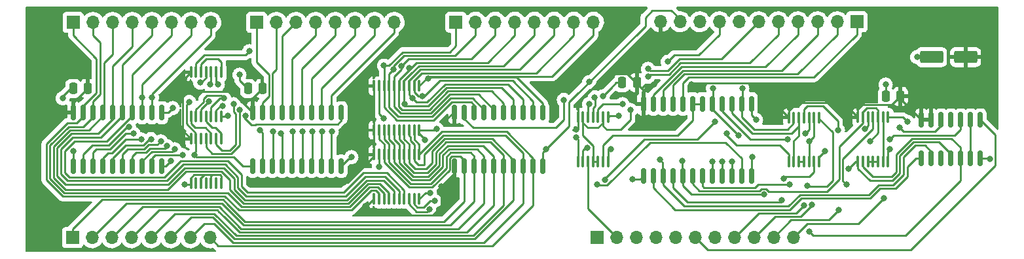
<source format=gbr>
%TF.GenerationSoftware,KiCad,Pcbnew,(6.0.0-0)*%
%TF.CreationDate,2022-01-19T10:51:19-05:00*%
%TF.ProjectId,Control_and_Output,436f6e74-726f-46c5-9f61-6e645f4f7574,rev?*%
%TF.SameCoordinates,Original*%
%TF.FileFunction,Copper,L1,Top*%
%TF.FilePolarity,Positive*%
%FSLAX46Y46*%
G04 Gerber Fmt 4.6, Leading zero omitted, Abs format (unit mm)*
G04 Created by KiCad (PCBNEW (6.0.0-0)) date 2022-01-19 10:51:19*
%MOMM*%
%LPD*%
G01*
G04 APERTURE LIST*
G04 Aperture macros list*
%AMRoundRect*
0 Rectangle with rounded corners*
0 $1 Rounding radius*
0 $2 $3 $4 $5 $6 $7 $8 $9 X,Y pos of 4 corners*
0 Add a 4 corners polygon primitive as box body*
4,1,4,$2,$3,$4,$5,$6,$7,$8,$9,$2,$3,0*
0 Add four circle primitives for the rounded corners*
1,1,$1+$1,$2,$3*
1,1,$1+$1,$4,$5*
1,1,$1+$1,$6,$7*
1,1,$1+$1,$8,$9*
0 Add four rect primitives between the rounded corners*
20,1,$1+$1,$2,$3,$4,$5,0*
20,1,$1+$1,$4,$5,$6,$7,0*
20,1,$1+$1,$6,$7,$8,$9,0*
20,1,$1+$1,$8,$9,$2,$3,0*%
G04 Aperture macros list end*
%TA.AperFunction,SMDPad,CuDef*%
%ADD10RoundRect,0.250000X1.250000X0.550000X-1.250000X0.550000X-1.250000X-0.550000X1.250000X-0.550000X0*%
%TD*%
%TA.AperFunction,SMDPad,CuDef*%
%ADD11RoundRect,0.100000X0.100000X-0.637500X0.100000X0.637500X-0.100000X0.637500X-0.100000X-0.637500X0*%
%TD*%
%TA.AperFunction,SMDPad,CuDef*%
%ADD12RoundRect,0.150000X0.150000X-0.837500X0.150000X0.837500X-0.150000X0.837500X-0.150000X-0.837500X0*%
%TD*%
%TA.AperFunction,SMDPad,CuDef*%
%ADD13RoundRect,0.150000X0.150000X-0.825000X0.150000X0.825000X-0.150000X0.825000X-0.150000X-0.825000X0*%
%TD*%
%TA.AperFunction,SMDPad,CuDef*%
%ADD14RoundRect,0.150000X0.150000X-0.875000X0.150000X0.875000X-0.150000X0.875000X-0.150000X-0.875000X0*%
%TD*%
%TA.AperFunction,SMDPad,CuDef*%
%ADD15RoundRect,0.250000X0.250000X0.475000X-0.250000X0.475000X-0.250000X-0.475000X0.250000X-0.475000X0*%
%TD*%
%TA.AperFunction,ComponentPad*%
%ADD16R,1.700000X1.700000*%
%TD*%
%TA.AperFunction,ComponentPad*%
%ADD17O,1.700000X1.700000*%
%TD*%
%TA.AperFunction,ViaPad*%
%ADD18C,0.800000*%
%TD*%
%TA.AperFunction,Conductor*%
%ADD19C,0.250000*%
%TD*%
G04 APERTURE END LIST*
D10*
%TO.P,C5,1*%
%TO.N,VCC*%
X211750000Y-94488000D03*
%TO.P,C5,2*%
%TO.N,GND*%
X207350000Y-94488000D03*
%TD*%
D11*
%TO.P,U7,1*%
%TO.N,/~{SUB}*%
X197836000Y-108018500D03*
%TO.P,U7,2*%
%TO.N,/~{SBB}*%
X198486000Y-108018500D03*
%TO.P,U7,3*%
%TO.N,Net-(U7-Pad3)*%
X199136000Y-108018500D03*
%TO.P,U7,4*%
X199786000Y-108018500D03*
%TO.P,U7,5*%
X200436000Y-108018500D03*
%TO.P,U7,6*%
%TO.N,Net-(U7-Pad6)*%
X201086000Y-108018500D03*
%TO.P,U7,7,GND*%
%TO.N,GND*%
X201736000Y-108018500D03*
%TO.P,U7,8*%
%TO.N,TWOS_COMP*%
X201736000Y-102293500D03*
%TO.P,U7,9*%
%TO.N,Net-(U7-Pad6)*%
X201086000Y-102293500D03*
%TO.P,U7,10*%
%TO.N,/~{INC}*%
X200436000Y-102293500D03*
%TO.P,U7,11*%
%TO.N,OP_MUX_SELECT*%
X199786000Y-102293500D03*
%TO.P,U7,12*%
%TO.N,/~{DEC}*%
X199136000Y-102293500D03*
%TO.P,U7,13*%
%TO.N,/~{INC}*%
X198486000Y-102293500D03*
%TO.P,U7,14,VCC*%
%TO.N,VCC*%
X197836000Y-102293500D03*
%TD*%
D12*
%TO.P,U2,1,OE*%
%TO.N,GND*%
X96393000Y-108618500D03*
%TO.P,U2,2,D0*%
%TO.N,BUS0*%
X97663000Y-108618500D03*
%TO.P,U2,3,D1*%
%TO.N,BUS1*%
X98933000Y-108618500D03*
%TO.P,U2,4,D2*%
%TO.N,BUS2*%
X100203000Y-108618500D03*
%TO.P,U2,5,D3*%
%TO.N,BUS3*%
X101473000Y-108618500D03*
%TO.P,U2,6,D4*%
%TO.N,BUS4*%
X102743000Y-108618500D03*
%TO.P,U2,7,D5*%
%TO.N,BUS5*%
X104013000Y-108618500D03*
%TO.P,U2,8,D6*%
%TO.N,BUS6*%
X105283000Y-108618500D03*
%TO.P,U2,9,D7*%
%TO.N,BUS7*%
X106553000Y-108618500D03*
%TO.P,U2,10,GND*%
%TO.N,GND*%
X107823000Y-108618500D03*
%TO.P,U2,11,Cp*%
%TO.N,Net-(U1-Pad3)*%
X107823000Y-101693500D03*
%TO.P,U2,12,Q7*%
%TO.N,A7*%
X106553000Y-101693500D03*
%TO.P,U2,13,Q6*%
%TO.N,A6*%
X105283000Y-101693500D03*
%TO.P,U2,14,Q5*%
%TO.N,A5*%
X104013000Y-101693500D03*
%TO.P,U2,15,Q4*%
%TO.N,A4*%
X102743000Y-101693500D03*
%TO.P,U2,16,Q3*%
%TO.N,A3*%
X101473000Y-101693500D03*
%TO.P,U2,17,Q2*%
%TO.N,A2*%
X100203000Y-101693500D03*
%TO.P,U2,18,Q1*%
%TO.N,A1*%
X98933000Y-101693500D03*
%TO.P,U2,19,Q0*%
%TO.N,A0*%
X97663000Y-101693500D03*
%TO.P,U2,20,VCC*%
%TO.N,VCC*%
X96393000Y-101693500D03*
%TD*%
D13*
%TO.P,U10,1*%
%TO.N,/~{ADD}*%
X206026000Y-107567000D03*
%TO.P,U10,2*%
%TO.N,/~{ADC}*%
X207296000Y-107567000D03*
%TO.P,U10,3*%
%TO.N,N/C*%
X208566000Y-107567000D03*
%TO.P,U10,4*%
%TO.N,/~{SUB}*%
X209836000Y-107567000D03*
%TO.P,U10,5*%
%TO.N,/~{SBB}*%
X211106000Y-107567000D03*
%TO.P,U10,6*%
%TO.N,Net-(U10-Pad6)*%
X212376000Y-107567000D03*
%TO.P,U10,7,GND*%
%TO.N,GND*%
X213646000Y-107567000D03*
%TO.P,U10,8*%
%TO.N,ADDER_OUT*%
X213646000Y-102617000D03*
%TO.P,U10,9*%
%TO.N,Net-(U10-Pad6)*%
X212376000Y-102617000D03*
%TO.P,U10,10*%
%TO.N,/~{INC}*%
X211106000Y-102617000D03*
%TO.P,U10,11*%
%TO.N,N/C*%
X209836000Y-102617000D03*
%TO.P,U10,12*%
%TO.N,/~{DEC}*%
X208566000Y-102617000D03*
%TO.P,U10,13*%
%TO.N,VCC*%
X207296000Y-102617000D03*
%TO.P,U10,14,VCC*%
X206026000Y-102617000D03*
%TD*%
D11*
%TO.P,U9,1*%
%TO.N,/~{SHR}*%
X188896000Y-108028500D03*
%TO.P,U9,2*%
%TO.N,/~{ASR}*%
X189546000Y-108028500D03*
%TO.P,U9,3*%
%TO.N,Net-(U9-Pad3)*%
X190196000Y-108028500D03*
%TO.P,U9,4*%
X190846000Y-108028500D03*
%TO.P,U9,5*%
%TO.N,/~{ROR}*%
X191496000Y-108028500D03*
%TO.P,U9,6*%
%TO.N,~{SHIFTER_SHR}*%
X192146000Y-108028500D03*
%TO.P,U9,7,GND*%
%TO.N,GND*%
X192796000Y-108028500D03*
%TO.P,U9,8*%
%TO.N,~{SHIFTER_ROT}*%
X192796000Y-102303500D03*
%TO.P,U9,9*%
%TO.N,/~{ROR}*%
X192146000Y-102303500D03*
%TO.P,U9,10*%
%TO.N,/~{ROL}*%
X191496000Y-102303500D03*
%TO.P,U9,11*%
%TO.N,~{SHIFTER_ARI}*%
X190846000Y-102303500D03*
%TO.P,U9,12*%
%TO.N,/~{ASR}*%
X190196000Y-102303500D03*
%TO.P,U9,13*%
%TO.N,/~{ASL}*%
X189546000Y-102303500D03*
%TO.P,U9,14,VCC*%
%TO.N,VCC*%
X188896000Y-102303500D03*
%TD*%
D12*
%TO.P,U4,1,OE*%
%TO.N,GND*%
X119573000Y-108618500D03*
%TO.P,U4,2,D0*%
%TO.N,BUS0*%
X120843000Y-108618500D03*
%TO.P,U4,3,D1*%
%TO.N,BUS1*%
X122113000Y-108618500D03*
%TO.P,U4,4,D2*%
%TO.N,BUS2*%
X123383000Y-108618500D03*
%TO.P,U4,5,D3*%
%TO.N,BUS3*%
X124653000Y-108618500D03*
%TO.P,U4,6,D4*%
%TO.N,BUS4*%
X125923000Y-108618500D03*
%TO.P,U4,7,D5*%
%TO.N,BUS5*%
X127193000Y-108618500D03*
%TO.P,U4,8,D6*%
%TO.N,BUS6*%
X128463000Y-108618500D03*
%TO.P,U4,9,D7*%
%TO.N,BUS7*%
X129733000Y-108618500D03*
%TO.P,U4,10,GND*%
%TO.N,GND*%
X131003000Y-108618500D03*
%TO.P,U4,11,Cp*%
%TO.N,Net-(U1-Pad6)*%
X131003000Y-101693500D03*
%TO.P,U4,12,Q7*%
%TO.N,B7*%
X129733000Y-101693500D03*
%TO.P,U4,13,Q6*%
%TO.N,B6*%
X128463000Y-101693500D03*
%TO.P,U4,14,Q5*%
%TO.N,B5*%
X127193000Y-101693500D03*
%TO.P,U4,15,Q4*%
%TO.N,B4*%
X125923000Y-101693500D03*
%TO.P,U4,16,Q3*%
%TO.N,B3*%
X124653000Y-101693500D03*
%TO.P,U4,17,Q2*%
%TO.N,B2*%
X123383000Y-101693500D03*
%TO.P,U4,18,Q1*%
%TO.N,B1*%
X122113000Y-101693500D03*
%TO.P,U4,19,Q0*%
%TO.N,B0*%
X120843000Y-101693500D03*
%TO.P,U4,20,VCC*%
%TO.N,VCC*%
X119573000Y-101693500D03*
%TD*%
D11*
%TO.P,U11,1,A->B*%
%TO.N,VCC*%
X135251000Y-112844500D03*
%TO.P,U11,2,A0*%
%TO.N,A0*%
X135901000Y-112844500D03*
%TO.P,U11,3,A1*%
%TO.N,A1*%
X136551000Y-112844500D03*
%TO.P,U11,4,A2*%
%TO.N,A2*%
X137201000Y-112844500D03*
%TO.P,U11,5,A3*%
%TO.N,A3*%
X137851000Y-112844500D03*
%TO.P,U11,6,A4*%
%TO.N,A4*%
X138501000Y-112844500D03*
%TO.P,U11,7,A5*%
%TO.N,A5*%
X139151000Y-112844500D03*
%TO.P,U11,8,A6*%
%TO.N,A6*%
X139801000Y-112844500D03*
%TO.P,U11,9,A7*%
%TO.N,A7*%
X140451000Y-112844500D03*
%TO.P,U11,10,GND*%
%TO.N,GND*%
X141101000Y-112844500D03*
%TO.P,U11,11,B7*%
%TO.N,Q7*%
X141101000Y-107119500D03*
%TO.P,U11,12,B6*%
%TO.N,Q6*%
X140451000Y-107119500D03*
%TO.P,U11,13,B5*%
%TO.N,Q5*%
X139801000Y-107119500D03*
%TO.P,U11,14,B4*%
%TO.N,Q4*%
X139151000Y-107119500D03*
%TO.P,U11,15,B3*%
%TO.N,Q3*%
X138501000Y-107119500D03*
%TO.P,U11,16,B2*%
%TO.N,Q2*%
X137851000Y-107119500D03*
%TO.P,U11,17,B1*%
%TO.N,Q1*%
X137201000Y-107119500D03*
%TO.P,U11,18,B0*%
%TO.N,Q0*%
X136551000Y-107119500D03*
%TO.P,U11,19,CE*%
%TO.N,~{A}*%
X135901000Y-107119500D03*
%TO.P,U11,20,VCC*%
%TO.N,VCC*%
X135251000Y-107119500D03*
%TD*%
%TO.P,U8,1*%
%TO.N,/~{SBB}*%
X161626000Y-108018500D03*
%TO.P,U8,2*%
%TO.N,/~{ADC}*%
X162276000Y-108018500D03*
%TO.P,U8,3*%
%TO.N,ADC_SBB*%
X162926000Y-108018500D03*
%TO.P,U8,4*%
%TO.N,ALU_FUNC_5*%
X163576000Y-108018500D03*
%TO.P,U8,5*%
X164226000Y-108018500D03*
%TO.P,U8,6*%
%TO.N,~{ENABLE}*%
X164876000Y-108018500D03*
%TO.P,U8,7,GND*%
%TO.N,GND*%
X165526000Y-108018500D03*
%TO.P,U8,8*%
%TO.N,~{INVERT_OUT}*%
X165526000Y-102293500D03*
%TO.P,U8,9*%
%TO.N,ALU_FUNC_5*%
X164876000Y-102293500D03*
%TO.P,U8,10*%
%TO.N,ALU_FUNC_4*%
X164226000Y-102293500D03*
%TO.P,U8,11*%
%TO.N,~{ALU_OUT}*%
X163576000Y-102293500D03*
%TO.P,U8,12*%
%TO.N,~{INVERT_OUT}*%
X162926000Y-102293500D03*
%TO.P,U8,13*%
%TO.N,ALU_FUNC_5*%
X162276000Y-102293500D03*
%TO.P,U8,14,VCC*%
%TO.N,VCC*%
X161626000Y-102293500D03*
%TD*%
%TO.P,U12,1*%
%TO.N,GND*%
X111588000Y-110812500D03*
%TO.P,U12,2*%
%TO.N,unconnected-(U12-Pad2)*%
X112238000Y-110812500D03*
%TO.P,U12,3*%
%TO.N,GND*%
X112888000Y-110812500D03*
%TO.P,U12,4*%
%TO.N,unconnected-(U12-Pad4)*%
X113538000Y-110812500D03*
%TO.P,U12,5*%
%TO.N,GND*%
X114188000Y-110812500D03*
%TO.P,U12,6*%
%TO.N,unconnected-(U12-Pad6)*%
X114838000Y-110812500D03*
%TO.P,U12,7,GND*%
%TO.N,GND*%
X115488000Y-110812500D03*
%TO.P,U12,8*%
%TO.N,Net-(U1-Pad4)*%
X115488000Y-105087500D03*
%TO.P,U12,9*%
%TO.N,~{LATCH_B}*%
X114838000Y-105087500D03*
%TO.P,U12,10*%
%TO.N,Net-(U1-Pad1)*%
X114188000Y-105087500D03*
%TO.P,U12,11*%
%TO.N,~{LATCH_ACCUMULATOR}*%
X113538000Y-105087500D03*
%TO.P,U12,12*%
%TO.N,unconnected-(U12-Pad12)*%
X112888000Y-105087500D03*
%TO.P,U12,13*%
%TO.N,GND*%
X112238000Y-105087500D03*
%TO.P,U12,14,VCC*%
%TO.N,VCC*%
X111588000Y-105087500D03*
%TD*%
D14*
%TO.P,U3,1,S0*%
%TO.N,~{A}*%
X170091000Y-109846000D03*
%TO.P,U3,2,S1*%
%TO.N,/~{ADD}*%
X171361000Y-109846000D03*
%TO.P,U3,3,S2*%
%TO.N,/~{ADC}*%
X172631000Y-109846000D03*
%TO.P,U3,4,S3*%
%TO.N,/~{SUB}*%
X173901000Y-109846000D03*
%TO.P,U3,5,S4*%
%TO.N,/~{SBB}*%
X175171000Y-109846000D03*
%TO.P,U3,6,S5*%
%TO.N,/~{INC}*%
X176441000Y-109846000D03*
%TO.P,U3,7,S6*%
%TO.N,/~{DEC}*%
X177711000Y-109846000D03*
%TO.P,U3,8,S7*%
%TO.N,~{AND}*%
X178981000Y-109846000D03*
%TO.P,U3,9,S8*%
%TO.N,~{OR}*%
X180251000Y-109846000D03*
%TO.P,U3,10,S9*%
%TO.N,~{XOR}*%
X181521000Y-109846000D03*
%TO.P,U3,11,S10*%
%TO.N,/~{SHL}*%
X182791000Y-109846000D03*
%TO.P,U3,12,GND*%
%TO.N,GND*%
X184061000Y-109846000D03*
%TO.P,U3,13,S11*%
%TO.N,/~{SHR}*%
X184061000Y-100546000D03*
%TO.P,U3,14,S12*%
%TO.N,/~{ASL}*%
X182791000Y-100546000D03*
%TO.P,U3,15,S13*%
%TO.N,/~{ASR}*%
X181521000Y-100546000D03*
%TO.P,U3,16,S14*%
%TO.N,/~{ROR}*%
X180251000Y-100546000D03*
%TO.P,U3,17,S15*%
%TO.N,/~{ROL}*%
X178981000Y-100546000D03*
%TO.P,U3,18,E0*%
%TO.N,~{ENABLE}*%
X177711000Y-100546000D03*
%TO.P,U3,19,E1*%
X176441000Y-100546000D03*
%TO.P,U3,20,A3*%
%TO.N,ALU_FUNC_3*%
X175171000Y-100546000D03*
%TO.P,U3,21,A2*%
%TO.N,ALU_FUNC_2*%
X173901000Y-100546000D03*
%TO.P,U3,22,A1*%
%TO.N,ALU_FUNC_1*%
X172631000Y-100546000D03*
%TO.P,U3,23,A0*%
%TO.N,ALU_FUNC_0*%
X171361000Y-100546000D03*
%TO.P,U3,24,VCC*%
%TO.N,VCC*%
X170091000Y-100546000D03*
%TD*%
D15*
%TO.P,C4,1*%
%TO.N,VCC*%
X169250000Y-97800000D03*
%TO.P,C4,2*%
%TO.N,GND*%
X167350000Y-97800000D03*
%TD*%
%TO.P,C1,1*%
%TO.N,VCC*%
X98232000Y-98552000D03*
%TO.P,C1,2*%
%TO.N,GND*%
X96332000Y-98552000D03*
%TD*%
%TO.P,C3,1*%
%TO.N,VCC*%
X203322000Y-99568000D03*
%TO.P,C3,2*%
%TO.N,GND*%
X201422000Y-99568000D03*
%TD*%
D11*
%TO.P,U1,1*%
%TO.N,Net-(U1-Pad1)*%
X111588000Y-102176500D03*
%TO.P,U1,2*%
%TO.N,CLOCK*%
X112238000Y-102176500D03*
%TO.P,U1,3*%
%TO.N,Net-(U1-Pad3)*%
X112888000Y-102176500D03*
%TO.P,U1,4*%
%TO.N,Net-(U1-Pad4)*%
X113538000Y-102176500D03*
%TO.P,U1,5*%
%TO.N,CLOCK*%
X114188000Y-102176500D03*
%TO.P,U1,6*%
%TO.N,Net-(U1-Pad6)*%
X114838000Y-102176500D03*
%TO.P,U1,7,GND*%
%TO.N,GND*%
X115488000Y-102176500D03*
%TO.P,U1,8*%
%TO.N,Net-(U1-Pad12)*%
X115488000Y-96451500D03*
%TO.P,U1,9*%
%TO.N,/~{SHL}*%
X114838000Y-96451500D03*
%TO.P,U1,10*%
%TO.N,/~{ASL}*%
X114188000Y-96451500D03*
%TO.P,U1,11*%
%TO.N,~{SHIFTER_SHL}*%
X113538000Y-96451500D03*
%TO.P,U1,12*%
%TO.N,Net-(U1-Pad12)*%
X112888000Y-96451500D03*
%TO.P,U1,13*%
%TO.N,/~{ROL}*%
X112238000Y-96451500D03*
%TO.P,U1,14,VCC*%
%TO.N,VCC*%
X111588000Y-96451500D03*
%TD*%
%TO.P,U5,1,A->B*%
%TO.N,VCC*%
X135251000Y-103954500D03*
%TO.P,U5,2,A0*%
%TO.N,Q0*%
X135901000Y-103954500D03*
%TO.P,U5,3,A1*%
%TO.N,Q1*%
X136551000Y-103954500D03*
%TO.P,U5,4,A2*%
%TO.N,Q2*%
X137201000Y-103954500D03*
%TO.P,U5,5,A3*%
%TO.N,Q3*%
X137851000Y-103954500D03*
%TO.P,U5,6,A4*%
%TO.N,Q4*%
X138501000Y-103954500D03*
%TO.P,U5,7,A5*%
%TO.N,Q5*%
X139151000Y-103954500D03*
%TO.P,U5,8,A6*%
%TO.N,Q6*%
X139801000Y-103954500D03*
%TO.P,U5,9,A7*%
%TO.N,Q7*%
X140451000Y-103954500D03*
%TO.P,U5,10,GND*%
%TO.N,GND*%
X141101000Y-103954500D03*
%TO.P,U5,11,B7*%
%TO.N,BUS7*%
X141101000Y-98229500D03*
%TO.P,U5,12,B6*%
%TO.N,BUS6*%
X140451000Y-98229500D03*
%TO.P,U5,13,B5*%
%TO.N,BUS5*%
X139801000Y-98229500D03*
%TO.P,U5,14,B4*%
%TO.N,BUS4*%
X139151000Y-98229500D03*
%TO.P,U5,15,B3*%
%TO.N,BUS3*%
X138501000Y-98229500D03*
%TO.P,U5,16,B2*%
%TO.N,BUS2*%
X137851000Y-98229500D03*
%TO.P,U5,17,B1*%
%TO.N,BUS1*%
X137201000Y-98229500D03*
%TO.P,U5,18,B0*%
%TO.N,BUS0*%
X136551000Y-98229500D03*
%TO.P,U5,19,CE*%
%TO.N,~{ALU_OUT}*%
X135901000Y-98229500D03*
%TO.P,U5,20,VCC*%
%TO.N,VCC*%
X135251000Y-98229500D03*
%TD*%
D12*
%TO.P,U6,1,A->B*%
%TO.N,VCC*%
X145669000Y-108618500D03*
%TO.P,U6,2,A0*%
%TO.N,Q0*%
X146939000Y-108618500D03*
%TO.P,U6,3,A1*%
%TO.N,Q1*%
X148209000Y-108618500D03*
%TO.P,U6,4,A2*%
%TO.N,Q2*%
X149479000Y-108618500D03*
%TO.P,U6,5,A3*%
%TO.N,Q3*%
X150749000Y-108618500D03*
%TO.P,U6,6,A4*%
%TO.N,Q4*%
X152019000Y-108618500D03*
%TO.P,U6,7,A5*%
%TO.N,Q5*%
X153289000Y-108618500D03*
%TO.P,U6,8,A6*%
%TO.N,Q6*%
X154559000Y-108618500D03*
%TO.P,U6,9,A7*%
%TO.N,Q7*%
X155829000Y-108618500D03*
%TO.P,U6,10,GND*%
%TO.N,GND*%
X157099000Y-108618500D03*
%TO.P,U6,11,B7*%
%TO.N,BUS7*%
X157099000Y-101693500D03*
%TO.P,U6,12,B6*%
%TO.N,BUS6*%
X155829000Y-101693500D03*
%TO.P,U6,13,B5*%
%TO.N,BUS5*%
X154559000Y-101693500D03*
%TO.P,U6,14,B4*%
%TO.N,BUS4*%
X153289000Y-101693500D03*
%TO.P,U6,15,B3*%
%TO.N,BUS3*%
X152019000Y-101693500D03*
%TO.P,U6,16,B2*%
%TO.N,BUS2*%
X150749000Y-101693500D03*
%TO.P,U6,17,B1*%
%TO.N,BUS1*%
X149479000Y-101693500D03*
%TO.P,U6,18,B0*%
%TO.N,BUS0*%
X148209000Y-101693500D03*
%TO.P,U6,19,CE*%
%TO.N,~{INVERT_OUT}*%
X146939000Y-101693500D03*
%TO.P,U6,20,VCC*%
%TO.N,VCC*%
X145669000Y-101693500D03*
%TD*%
D15*
%TO.P,C2,1*%
%TO.N,VCC*%
X120838000Y-98552000D03*
%TO.P,C2,2*%
%TO.N,GND*%
X118938000Y-98552000D03*
%TD*%
D16*
%TO.P,J3,1,Pin_1*%
%TO.N,~{SHIFTER_SHL}*%
X164084000Y-117850000D03*
D17*
%TO.P,J3,2,Pin_2*%
%TO.N,ADC_SBB*%
X166624000Y-117850000D03*
%TO.P,J3,3,Pin_3*%
%TO.N,~{AND}*%
X169164000Y-117850000D03*
%TO.P,J3,4,Pin_4*%
%TO.N,~{OR}*%
X171704000Y-117850000D03*
%TO.P,J3,5,Pin_5*%
%TO.N,~{XOR}*%
X174244000Y-117850000D03*
%TO.P,J3,6,Pin_6*%
%TO.N,ADDER_OUT*%
X176784000Y-117850000D03*
%TO.P,J3,7,Pin_7*%
%TO.N,~{SHIFTER_SHR}*%
X179324000Y-117850000D03*
%TO.P,J3,8,Pin_8*%
%TO.N,~{SHIFTER_ARI}*%
X181864000Y-117850000D03*
%TO.P,J3,9,Pin_9*%
%TO.N,~{SHIFTER_ROT}*%
X184404000Y-117850000D03*
%TO.P,J3,10,Pin_10*%
%TO.N,OP_MUX_SELECT*%
X186944000Y-117850000D03*
%TO.P,J3,11,Pin_11*%
%TO.N,TWOS_COMP*%
X189484000Y-117850000D03*
%TD*%
D16*
%TO.P,J5,1,Pin_1*%
%TO.N,ALU_FUNC_3*%
X197690000Y-89925000D03*
D17*
%TO.P,J5,2,Pin_2*%
%TO.N,ALU_FUNC_2*%
X195150000Y-89925000D03*
%TO.P,J5,3,Pin_3*%
%TO.N,ALU_FUNC_1*%
X192610000Y-89925000D03*
%TO.P,J5,4,Pin_4*%
%TO.N,ALU_FUNC_0*%
X190070000Y-89925000D03*
%TO.P,J5,5,Pin_5*%
%TO.N,ALU_FUNC_5*%
X187530000Y-89925000D03*
%TO.P,J5,6,Pin_6*%
%TO.N,ALU_FUNC_4*%
X184990000Y-89925000D03*
%TO.P,J5,7,Pin_7*%
%TO.N,~{LATCH_B}*%
X182450000Y-89925000D03*
%TO.P,J5,8,Pin_8*%
%TO.N,~{LATCH_ACCUMULATOR}*%
X179910000Y-89925000D03*
%TO.P,J5,9,Pin_9*%
%TO.N,CLOCK*%
X177370000Y-89925000D03*
%TO.P,J5,10,Pin_10*%
%TO.N,GND*%
X174830000Y-89925000D03*
%TO.P,J5,11,Pin_11*%
%TO.N,VCC*%
X172290000Y-89925000D03*
%TD*%
D16*
%TO.P,J1,1,Pin_1*%
%TO.N,A0*%
X96355000Y-90000000D03*
D17*
%TO.P,J1,2,Pin_2*%
%TO.N,A1*%
X98895000Y-90000000D03*
%TO.P,J1,3,Pin_3*%
%TO.N,A2*%
X101435000Y-90000000D03*
%TO.P,J1,4,Pin_4*%
%TO.N,A3*%
X103975000Y-90000000D03*
%TO.P,J1,5,Pin_5*%
%TO.N,A4*%
X106515000Y-90000000D03*
%TO.P,J1,6,Pin_6*%
%TO.N,A5*%
X109055000Y-90000000D03*
%TO.P,J1,7,Pin_7*%
%TO.N,A6*%
X111595000Y-90000000D03*
%TO.P,J1,8,Pin_8*%
%TO.N,A7*%
X114135000Y-90000000D03*
%TD*%
D16*
%TO.P,J4,1,Pin_1*%
%TO.N,BUS0*%
X145855000Y-89980000D03*
D17*
%TO.P,J4,2,Pin_2*%
%TO.N,BUS1*%
X148395000Y-89980000D03*
%TO.P,J4,3,Pin_3*%
%TO.N,BUS2*%
X150935000Y-89980000D03*
%TO.P,J4,4,Pin_4*%
%TO.N,BUS3*%
X153475000Y-89980000D03*
%TO.P,J4,5,Pin_5*%
%TO.N,BUS4*%
X156015000Y-89980000D03*
%TO.P,J4,6,Pin_6*%
%TO.N,BUS5*%
X158555000Y-89980000D03*
%TO.P,J4,7,Pin_7*%
%TO.N,BUS6*%
X161095000Y-89980000D03*
%TO.P,J4,8,Pin_8*%
%TO.N,BUS7*%
X163635000Y-89980000D03*
%TD*%
D16*
%TO.P,J2,1,Pin_1*%
%TO.N,B0*%
X120075000Y-90000000D03*
D17*
%TO.P,J2,2,Pin_2*%
%TO.N,B1*%
X122615000Y-90000000D03*
%TO.P,J2,3,Pin_3*%
%TO.N,B2*%
X125155000Y-90000000D03*
%TO.P,J2,4,Pin_4*%
%TO.N,B3*%
X127695000Y-90000000D03*
%TO.P,J2,5,Pin_5*%
%TO.N,B4*%
X130235000Y-90000000D03*
%TO.P,J2,6,Pin_6*%
%TO.N,B5*%
X132775000Y-90000000D03*
%TO.P,J2,7,Pin_7*%
%TO.N,B6*%
X135315000Y-90000000D03*
%TO.P,J2,8,Pin_8*%
%TO.N,B7*%
X137855000Y-90000000D03*
%TD*%
D16*
%TO.P,J6,1,Pin_1*%
%TO.N,Q0*%
X96266000Y-117875000D03*
D17*
%TO.P,J6,2,Pin_2*%
%TO.N,Q1*%
X98806000Y-117875000D03*
%TO.P,J6,3,Pin_3*%
%TO.N,Q2*%
X101346000Y-117875000D03*
%TO.P,J6,4,Pin_4*%
%TO.N,Q3*%
X103886000Y-117875000D03*
%TO.P,J6,5,Pin_5*%
%TO.N,Q4*%
X106426000Y-117875000D03*
%TO.P,J6,6,Pin_6*%
%TO.N,Q5*%
X108966000Y-117875000D03*
%TO.P,J6,7,Pin_7*%
%TO.N,Q6*%
X111506000Y-117875000D03*
%TO.P,J6,8,Pin_8*%
%TO.N,Q7*%
X114046000Y-117875000D03*
%TD*%
D18*
%TO.N,A6*%
X105287299Y-99699299D03*
X142404673Y-114225500D03*
%TO.N,A7*%
X106553000Y-99695000D03*
X143100000Y-113100000D03*
%TO.N,~{LATCH_B}*%
X117094000Y-100584000D03*
%TO.N,CLOCK*%
X115848032Y-99820312D03*
%TO.N,Net-(U1-Pad3)*%
X113923299Y-100198701D03*
X109220000Y-101092000D03*
%TO.N,GND*%
X214884000Y-107696000D03*
X94996000Y-99822000D03*
X193548000Y-106680000D03*
X108966000Y-107950000D03*
X142494000Y-112050000D03*
X110744000Y-110998000D03*
X165862000Y-106426000D03*
X132334000Y-107442000D03*
X143350000Y-103800000D03*
X163075000Y-97725000D03*
X184150000Y-107442000D03*
X116332000Y-102108000D03*
X111350000Y-100292500D03*
X205486000Y-94488000D03*
X201422000Y-98044000D03*
X141850000Y-105200000D03*
X201930000Y-106426000D03*
X164846000Y-99568000D03*
X117856000Y-96774000D03*
X157480000Y-106426000D03*
X112014000Y-107188000D03*
X96400000Y-106650000D03*
%TO.N,BUS0*%
X136546701Y-95599989D03*
X120516792Y-103924500D03*
X103585576Y-103562364D03*
%TO.N,BUS1*%
X104140000Y-104394000D03*
X137750000Y-96100000D03*
X122174000Y-104140000D03*
%TO.N,BUS2*%
X123190000Y-104394000D03*
X105150293Y-105150293D03*
X138827815Y-95632488D03*
%TO.N,BUS3*%
X139796270Y-95879674D03*
X124714000Y-104140000D03*
X106422747Y-105114967D03*
%TO.N,BUS4*%
X107685937Y-105402161D03*
X139192000Y-100584000D03*
X125984000Y-104140000D03*
%TO.N,BUS5*%
X108476298Y-106013989D03*
X127254000Y-104140000D03*
X140208000Y-99822000D03*
%TO.N,BUS6*%
X109474000Y-106426000D03*
X128524000Y-104140000D03*
X141478000Y-99568000D03*
%TO.N,BUS7*%
X142240000Y-97271565D03*
X129794000Y-104140000D03*
X110490000Y-107188000D03*
%TO.N,VCC*%
X134112000Y-113792000D03*
X176276000Y-98044000D03*
X131318000Y-110744000D03*
X171450000Y-98044000D03*
X117550000Y-95450000D03*
X161400000Y-103900000D03*
X110641934Y-97346978D03*
X98298000Y-96774000D03*
X144300000Y-102900000D03*
X117300000Y-91950000D03*
X143950000Y-111250000D03*
%TO.N,~{LATCH_ACCUMULATOR}*%
X117856000Y-101346000D03*
X173228000Y-95095520D03*
%TO.N,~{ALU_OUT}*%
X163800000Y-99700000D03*
X136500000Y-102450000D03*
%TO.N,TWOS_COMP*%
X201168000Y-112776000D03*
X204216000Y-102870000D03*
%TO.N,OP_MUX_SELECT*%
X195326000Y-114300000D03*
X196342000Y-110998000D03*
%TO.N,~{SHIFTER_SHR}*%
X188214000Y-110236000D03*
%TO.N,~{SHIFTER_SHL}*%
X112776000Y-97796488D03*
%TO.N,~{SHIFTER_ROT}*%
X191262000Y-111156011D03*
X191871798Y-113646657D03*
%TO.N,~{SHIFTER_ARI}*%
X195250411Y-103970187D03*
X190872909Y-113681690D03*
%TO.N,/~{ADC}*%
X172200000Y-107800000D03*
X162850000Y-106250000D03*
%TO.N,/~{SUB}*%
X196596000Y-108966000D03*
X187960000Y-113030000D03*
%TO.N,/~{SBB}*%
X161400917Y-104925500D03*
X185674000Y-112268000D03*
X191516000Y-117094000D03*
X175150000Y-107950000D03*
%TO.N,/~{INC}*%
X201930000Y-105156000D03*
X199390000Y-105372500D03*
%TO.N,/~{DEC}*%
X198715698Y-103789704D03*
X203200000Y-103632000D03*
X188976000Y-110998000D03*
%TO.N,ALU_FUNC_4*%
X170688000Y-96012000D03*
X167386000Y-100584000D03*
%TO.N,~{INVERT_OUT}*%
X159800809Y-100028360D03*
X163054545Y-100571023D03*
X166878000Y-102108000D03*
%TO.N,~{XOR}*%
X181521000Y-108039000D03*
%TO.N,~{AND}*%
X178981000Y-108039000D03*
%TO.N,~{OR}*%
X180251000Y-108039000D03*
%TO.N,ALU_FUNC_5*%
X168402000Y-101346000D03*
X170692299Y-97032299D03*
%TO.N,/~{SHL}*%
X164084000Y-110998000D03*
X115062000Y-98044000D03*
%TO.N,/~{ASL}*%
X165095701Y-110374500D03*
X114046000Y-98044000D03*
X179324000Y-102870000D03*
X182880000Y-98552000D03*
%TO.N,/~{ROL}*%
X119126000Y-93726000D03*
X182372000Y-104648000D03*
X191008000Y-104394000D03*
X179070000Y-98552000D03*
%TO.N,/~{SHR}*%
X184658000Y-102616000D03*
X180848000Y-104394000D03*
%TO.N,/~{ROR}*%
X191516000Y-105410000D03*
X188722000Y-105156000D03*
%TO.N,Net-(U1-Pad6)*%
X115650000Y-100800000D03*
X118600000Y-102100000D03*
%TO.N,~{A}*%
X168700000Y-110300000D03*
X135901000Y-108699000D03*
%TD*%
D19*
%TO.N,VCC*%
X207296000Y-102617000D02*
X207296000Y-100806000D01*
X207296000Y-100806000D02*
X211350000Y-96752000D01*
X211350000Y-96752000D02*
X211350000Y-96750000D01*
X211350000Y-96750000D02*
X211750000Y-96350000D01*
X211750000Y-96350000D02*
X211750000Y-94488000D01*
%TO.N,A0*%
X97663000Y-101693500D02*
X97663000Y-102207048D01*
X96824580Y-103045468D02*
X95579715Y-103045469D01*
X97663000Y-102207048D02*
X96824580Y-103045468D01*
X135524405Y-111780044D02*
X135901000Y-112156639D01*
X95579715Y-103045469D02*
X92885468Y-105739716D01*
X96355000Y-91685000D02*
X96355000Y-90000000D01*
X117755647Y-114320043D02*
X132316773Y-114320043D01*
X135901000Y-112156639D02*
X135901000Y-112844500D01*
X99372489Y-94702489D02*
X99372489Y-99127807D01*
X96355000Y-91685000D02*
X99372489Y-94702489D01*
X134856772Y-111780044D02*
X135524405Y-111780044D01*
X94990093Y-112518909D02*
X115954513Y-112518909D01*
X99372489Y-99127807D02*
X97663000Y-100837296D01*
X115954513Y-112518909D02*
X117755647Y-114320043D01*
X92885469Y-110414285D02*
X94990093Y-112518909D01*
X92885468Y-105739716D02*
X92885469Y-110414285D01*
X97663000Y-100837296D02*
X97663000Y-101693500D01*
X132316773Y-114320043D02*
X134856772Y-111780044D01*
%TO.N,A1*%
X93334979Y-110228091D02*
X95176286Y-112069398D01*
X98933000Y-101693500D02*
X98933000Y-102233592D01*
X135724894Y-111330533D02*
X136551000Y-112156639D01*
X99822000Y-92612000D02*
X98895000Y-91685000D01*
X132130581Y-113870531D02*
X134670579Y-111330533D01*
X93334979Y-105925909D02*
X93334979Y-110228091D01*
X95765909Y-103494979D02*
X93334979Y-105925909D01*
X98933000Y-102233592D02*
X97671614Y-103494978D01*
X99822000Y-99314000D02*
X99822000Y-92612000D01*
X134670579Y-111330533D02*
X135724894Y-111330533D01*
X116331910Y-112069399D02*
X118133043Y-113870532D01*
X98933000Y-101693500D02*
X98933000Y-100203000D01*
X98895000Y-91685000D02*
X98895000Y-90000000D01*
X118133043Y-113870532D02*
X132130581Y-113870531D01*
X136551000Y-112156639D02*
X136551000Y-112844500D01*
X98933000Y-100203000D02*
X99822000Y-99314000D01*
X95176286Y-112069398D02*
X116331910Y-112069399D01*
X97671614Y-103494978D02*
X95765909Y-103494979D01*
%TO.N,A2*%
X95952103Y-103944489D02*
X93842979Y-106053613D01*
X100203000Y-101693500D02*
X100203000Y-102107296D01*
X110940918Y-109278490D02*
X115502194Y-109278490D01*
X98365807Y-103944489D02*
X95952103Y-103944489D01*
X101435000Y-94145000D02*
X101435000Y-90000000D01*
X100330000Y-101566500D02*
X100330000Y-95250000D01*
X100330000Y-95250000D02*
X101435000Y-94145000D01*
X95362479Y-111619887D02*
X108599521Y-111619887D01*
X134484386Y-110881022D02*
X136027022Y-110881022D01*
X115502194Y-109278490D02*
X116644490Y-110420786D01*
X116644490Y-110420786D02*
X116644490Y-111694490D01*
X116644490Y-111694490D02*
X118371021Y-113421021D01*
X100203000Y-101693500D02*
X100330000Y-101566500D01*
X93842980Y-110100388D02*
X95362479Y-111619887D01*
X131944387Y-113421021D02*
X134484386Y-110881022D01*
X100203000Y-102107296D02*
X98365807Y-103944489D01*
X136027022Y-110881022D02*
X137201000Y-112055000D01*
X118371021Y-113421021D02*
X131944387Y-113421021D01*
X108599521Y-111619887D02*
X110940918Y-109278490D01*
X93842979Y-106053613D02*
X93842980Y-110100388D01*
X137201000Y-112055000D02*
X137201000Y-112844500D01*
%TO.N,A3*%
X117210978Y-110226682D02*
X117210978Y-111625274D01*
X117210978Y-111625274D02*
X118557214Y-112971510D01*
X94292490Y-106239806D02*
X94292490Y-109914194D01*
X110754727Y-108828977D02*
X115813273Y-108828977D01*
X101473000Y-102489000D02*
X99568000Y-104394000D01*
X101473000Y-101693500D02*
X101473000Y-95631000D01*
X103975000Y-93129000D02*
X103975000Y-90000000D01*
X101473000Y-95631000D02*
X103975000Y-93129000D01*
X115813273Y-108828977D02*
X117210978Y-110226682D01*
X131758193Y-112971511D02*
X134298193Y-110431511D01*
X96138296Y-104394000D02*
X94292490Y-106239806D01*
X99568000Y-104394000D02*
X96138296Y-104394000D01*
X134298193Y-110431511D02*
X136465809Y-110431513D01*
X136465809Y-110431513D02*
X137851000Y-111816704D01*
X101473000Y-101693500D02*
X101473000Y-102489000D01*
X118557214Y-112971510D02*
X131758193Y-112971511D01*
X95336210Y-110957914D02*
X108625790Y-110957914D01*
X108625790Y-110957914D02*
X110754727Y-108828977D01*
X94292490Y-109914194D02*
X95336210Y-110957914D01*
X137851000Y-111816704D02*
X137851000Y-112844500D01*
%TO.N,A4*%
X106515000Y-91685000D02*
X106515000Y-90000000D01*
X131572000Y-112522000D02*
X134112000Y-109982000D01*
X102743000Y-101693500D02*
X102743000Y-102082072D01*
X110568534Y-108379466D02*
X115999467Y-108379467D01*
X117660489Y-110040489D02*
X117660489Y-111439081D01*
X134112000Y-109982000D02*
X136652000Y-109982000D01*
X96266000Y-104902000D02*
X94800490Y-106367510D01*
X95648699Y-110508403D02*
X108439597Y-110508403D01*
X115999467Y-108379467D02*
X117660489Y-110040489D01*
X94800490Y-109660194D02*
X95648699Y-110508403D01*
X117660489Y-111439081D02*
X118743407Y-112521999D01*
X118743407Y-112521999D02*
X131572000Y-112522000D01*
X106515000Y-91685000D02*
X102743000Y-95457000D01*
X136652000Y-109982000D02*
X138501000Y-111831000D01*
X102743000Y-95457000D02*
X102743000Y-101693500D01*
X138501000Y-111831000D02*
X138501000Y-112844500D01*
X108439597Y-110508403D02*
X110568534Y-108379466D01*
X102743000Y-102082072D02*
X99923072Y-104902000D01*
X94800490Y-106367510D02*
X94800490Y-109660194D01*
X99923072Y-104902000D02*
X96266000Y-104902000D01*
%TO.N,A5*%
X136906000Y-109474000D02*
X139151000Y-111719000D01*
X118110000Y-111252000D02*
X118872000Y-112014000D01*
X100685072Y-105410000D02*
X96520000Y-105410000D01*
X104013000Y-96727000D02*
X104013000Y-101693500D01*
X109055000Y-91685000D02*
X109055000Y-90000000D01*
X96520000Y-105410000D02*
X95250001Y-106679999D01*
X95834891Y-110058891D02*
X108127109Y-110058891D01*
X110256041Y-107929959D02*
X116311959Y-107929959D01*
X95250000Y-109474000D02*
X95834891Y-110058891D01*
X133858000Y-109474000D02*
X136906000Y-109474000D01*
X118110000Y-109728000D02*
X118110000Y-111252000D01*
X131318000Y-112014000D02*
X133858000Y-109474000D01*
X104013000Y-101693500D02*
X104013000Y-102082072D01*
X109055000Y-91685000D02*
X104013000Y-96727000D01*
X139151000Y-111719000D02*
X139151000Y-112844500D01*
X95250001Y-106679999D02*
X95250000Y-109474000D01*
X116311959Y-107929959D02*
X118110000Y-109728000D01*
X104013000Y-102082072D02*
X100685072Y-105410000D01*
X118872000Y-112014000D02*
X131318000Y-112014000D01*
X108127109Y-110058891D02*
X110256041Y-107929959D01*
%TO.N,A6*%
X139801000Y-112844500D02*
X139801000Y-113532361D01*
X111595000Y-91685000D02*
X111595000Y-90000000D01*
X139801000Y-113532361D02*
X140764150Y-114495511D01*
X105283000Y-99703598D02*
X105287299Y-99699299D01*
X105283000Y-101693500D02*
X105283000Y-99703598D01*
X140764150Y-114495511D02*
X142134662Y-114495511D01*
X111595000Y-91685000D02*
X105287299Y-97992701D01*
X105287299Y-97992701D02*
X105287299Y-99699299D01*
X142134662Y-114495511D02*
X142404673Y-114225500D01*
%TO.N,A7*%
X141680172Y-113925401D02*
X142505573Y-113100000D01*
X140451000Y-112844500D02*
X140451000Y-113532361D01*
X140451000Y-113532361D02*
X140844040Y-113925401D01*
X106553000Y-99267000D02*
X106553000Y-99695000D01*
X114135000Y-91685000D02*
X106553000Y-99267000D01*
X106553000Y-99695000D02*
X106553000Y-101693500D01*
X140844040Y-113925401D02*
X141680172Y-113925401D01*
X142505573Y-113100000D02*
X143100000Y-113100000D01*
X114135000Y-91685000D02*
X114135000Y-90000000D01*
%TO.N,B0*%
X120843000Y-100391000D02*
X121663489Y-99570511D01*
X120075000Y-95183000D02*
X120075000Y-90000000D01*
X120843000Y-101693500D02*
X120843000Y-100391000D01*
X121663489Y-99570511D02*
X121663489Y-96771489D01*
X121663489Y-96771489D02*
X120075000Y-95183000D01*
%TO.N,B1*%
X122113000Y-101693500D02*
X122113000Y-96581000D01*
X122615000Y-96079000D02*
X122615000Y-90000000D01*
X122113000Y-96581000D02*
X122615000Y-96079000D01*
%TO.N,B2*%
X123383000Y-101693500D02*
X123383000Y-91772000D01*
X123383000Y-91772000D02*
X125155000Y-90000000D01*
%TO.N,B3*%
X124653000Y-101693500D02*
X124653000Y-94727000D01*
X127695000Y-91685000D02*
X127695000Y-90000000D01*
X124653000Y-94727000D02*
X127695000Y-91685000D01*
%TO.N,B4*%
X125923000Y-101693500D02*
X125923000Y-95997000D01*
X125923000Y-95997000D02*
X130235000Y-91685000D01*
X130235000Y-91685000D02*
X130235000Y-90000000D01*
%TO.N,B5*%
X132775000Y-91685000D02*
X132775000Y-90000000D01*
X127193000Y-101693500D02*
X127193000Y-97267000D01*
X127193000Y-97267000D02*
X132775000Y-91685000D01*
%TO.N,B6*%
X128463000Y-98537000D02*
X135315000Y-91685000D01*
X128463000Y-101693500D02*
X128463000Y-98537000D01*
X135315000Y-91685000D02*
X135315000Y-90000000D01*
%TO.N,B7*%
X137855000Y-91323592D02*
X137855000Y-90000000D01*
X129733000Y-99445592D02*
X137855000Y-91323592D01*
X129733000Y-101693500D02*
X129733000Y-99445592D01*
%TO.N,~{LATCH_B}*%
X114838000Y-105087500D02*
X114838000Y-105820296D01*
X114838000Y-105820296D02*
X115560683Y-106542979D01*
X115560683Y-106542979D02*
X116595317Y-106542979D01*
X117348000Y-105790296D02*
X117348000Y-101862600D01*
X116595317Y-106542979D02*
X117348000Y-105790296D01*
X117094000Y-101608600D02*
X117094000Y-100584000D01*
X117348000Y-101862600D02*
X117094000Y-101608600D01*
%TO.N,CLOCK*%
X115501910Y-99474190D02*
X115848032Y-99820312D01*
X113623196Y-99474190D02*
X115501910Y-99474190D01*
X115355088Y-99820312D02*
X115848032Y-99820312D01*
X113198788Y-100287494D02*
X113198788Y-99898598D01*
X113198788Y-99898598D02*
X113623196Y-99474190D01*
X114188000Y-102176500D02*
X114188000Y-100987400D01*
X112238000Y-102176500D02*
X112238000Y-101248282D01*
X114188000Y-100987400D02*
X115355088Y-99820312D01*
X112238000Y-101248282D02*
X113198788Y-100287494D01*
%TO.N,Net-(U1-Pad3)*%
X107823000Y-101693500D02*
X108618500Y-101693500D01*
X112888000Y-101234000D02*
X113923299Y-100198701D01*
X112888000Y-102176500D02*
X112888000Y-101234000D01*
X108618500Y-101693500D02*
X109220000Y-101092000D01*
%TO.N,GND*%
X213646000Y-107567000D02*
X214755000Y-107567000D01*
X165862000Y-98538000D02*
X166600000Y-97800000D01*
X96332000Y-98552000D02*
X96012000Y-98552000D01*
X108297500Y-108618500D02*
X108966000Y-107950000D01*
X112014000Y-106934000D02*
X112014000Y-107188000D01*
X165526000Y-108018500D02*
X165526000Y-106508000D01*
X112238000Y-105087500D02*
X112238000Y-106710000D01*
X117856000Y-97536000D02*
X117856000Y-96774000D01*
X111588000Y-110812500D02*
X111588000Y-110124639D01*
X96400000Y-108611500D02*
X96400000Y-106650000D01*
X141895500Y-112050000D02*
X142494000Y-112050000D01*
X114300000Y-109728000D02*
X114188000Y-109840000D01*
X184061000Y-109846000D02*
X184061000Y-107785000D01*
X112238000Y-106710000D02*
X112014000Y-106934000D01*
X115488000Y-110812500D02*
X115488000Y-109900000D01*
X110744000Y-110998000D02*
X111402500Y-110998000D01*
X207750000Y-94488000D02*
X205486000Y-94488000D01*
X166600000Y-97800000D02*
X167350000Y-97800000D01*
X201736000Y-106620000D02*
X201930000Y-106426000D01*
X141101000Y-103954500D02*
X143195500Y-103954500D01*
X118938000Y-98552000D02*
X118872000Y-98552000D01*
X165608000Y-106426000D02*
X165862000Y-106426000D01*
X115316000Y-109728000D02*
X115488000Y-109900000D01*
X119573000Y-108618500D02*
X118270500Y-108618500D01*
X111588000Y-110124639D02*
X111984639Y-109728000D01*
X114188000Y-109840000D02*
X114188000Y-110812500D01*
X111984639Y-109728000D02*
X113284639Y-109728000D01*
X116263500Y-102176500D02*
X116332000Y-102108000D01*
X201736000Y-108018500D02*
X201736000Y-106620000D01*
X110998000Y-103124000D02*
X110998000Y-100644500D01*
X131003000Y-108618500D02*
X131925500Y-107696000D01*
X160450000Y-103456000D02*
X157480000Y-106426000D01*
X141750000Y-105050000D02*
X141850000Y-105150000D01*
X201422000Y-99568000D02*
X201422000Y-98044000D01*
X165526000Y-106508000D02*
X165608000Y-106426000D01*
X192796000Y-108028500D02*
X192796000Y-107432000D01*
X118872000Y-98552000D02*
X117856000Y-97536000D01*
X173700000Y-88450000D02*
X171250000Y-88450000D01*
X141101000Y-104401000D02*
X141750000Y-105050000D01*
X141101000Y-112844500D02*
X141895500Y-112050000D01*
X131925500Y-107696000D02*
X132334000Y-107696000D01*
X143195500Y-103954500D02*
X143350000Y-103800000D01*
X112888000Y-110124639D02*
X113284639Y-109728000D01*
X112238000Y-104364000D02*
X110998000Y-103124000D01*
X160450000Y-100350000D02*
X160450000Y-103456000D01*
X184061000Y-107785000D02*
X184150000Y-107696000D01*
X117094000Y-107442000D02*
X112268000Y-107442000D01*
X111402500Y-110998000D02*
X111588000Y-110812500D01*
X184150000Y-107696000D02*
X184150000Y-107442000D01*
X170350000Y-89350000D02*
X170350000Y-90450000D01*
X115488000Y-102176500D02*
X116263500Y-102176500D01*
X113284639Y-109728000D02*
X114300000Y-109728000D01*
X170350000Y-90450000D02*
X160450000Y-100350000D01*
X110998000Y-100644500D02*
X111350000Y-100292500D01*
X96012000Y-98552000D02*
X94742000Y-99822000D01*
X165862000Y-98552000D02*
X165862000Y-98538000D01*
X96393000Y-108618500D02*
X96400000Y-108611500D01*
X112268000Y-107442000D02*
X112014000Y-107188000D01*
X94742000Y-99822000D02*
X94996000Y-99822000D01*
X132334000Y-107696000D02*
X132334000Y-107442000D01*
X112888000Y-110812500D02*
X112888000Y-110124639D01*
X112238000Y-105087500D02*
X112238000Y-104364000D01*
X118270500Y-108618500D02*
X117094000Y-107442000D01*
X171250000Y-88450000D02*
X170350000Y-89350000D01*
X157099000Y-108618500D02*
X157099000Y-106807000D01*
X157099000Y-106807000D02*
X157480000Y-106426000D01*
X141850000Y-105150000D02*
X141850000Y-105200000D01*
X115316000Y-109728000D02*
X114300000Y-109728000D01*
X192796000Y-107432000D02*
X193548000Y-106680000D01*
X214755000Y-107567000D02*
X214884000Y-107696000D01*
X164846000Y-99568000D02*
X165862000Y-98552000D01*
X174830000Y-89580000D02*
X173700000Y-88450000D01*
X141101000Y-103954500D02*
X141101000Y-104401000D01*
X107823000Y-108618500D02*
X108297500Y-108618500D01*
X174830000Y-89925000D02*
X174830000Y-89580000D01*
%TO.N,BUS0*%
X142965751Y-102657034D02*
X138217034Y-102657034D01*
X145050000Y-93850000D02*
X138950000Y-93850000D01*
X100964296Y-105918000D02*
X103319932Y-103562364D01*
X138950000Y-93850000D02*
X137200011Y-95599989D01*
X136551000Y-100991000D02*
X136551000Y-98229500D01*
X145855000Y-93045000D02*
X145050000Y-93850000D01*
X137200011Y-95599989D02*
X136546701Y-95599989D01*
X148209000Y-101693500D02*
X148209000Y-100711000D01*
X138217034Y-102657034D02*
X136551000Y-100991000D01*
X136551000Y-95604288D02*
X136546701Y-95599989D01*
X120843000Y-108618500D02*
X120843000Y-104250708D01*
X103319932Y-103562364D02*
X103585576Y-103562364D01*
X136551000Y-98229500D02*
X136551000Y-95604288D01*
X97663000Y-107061000D02*
X98806000Y-105918000D01*
X97663000Y-108618500D02*
X97663000Y-107061000D01*
X148209000Y-100711000D02*
X147810763Y-100312763D01*
X98806000Y-105918000D02*
X100964296Y-105918000D01*
X120843000Y-104250708D02*
X120516792Y-103924500D01*
X145310022Y-100312763D02*
X142965751Y-102657034D01*
X145855000Y-93045000D02*
X145855000Y-89980000D01*
X147810763Y-100312763D02*
X145310022Y-100312763D01*
%TO.N,BUS1*%
X148395000Y-91665000D02*
X145760489Y-94299511D01*
X138403225Y-102207521D02*
X142779373Y-102207521D01*
X137201000Y-98229500D02*
X137201000Y-101005296D01*
X145164894Y-99822000D02*
X147996072Y-99822000D01*
X145760489Y-94299511D02*
X139136193Y-94299511D01*
X147996072Y-99822000D02*
X149479000Y-101304928D01*
X98933000Y-108618500D02*
X98933000Y-106807000D01*
X122174000Y-104140000D02*
X122174000Y-108557500D01*
X101092000Y-106426000D02*
X103124000Y-104394000D01*
X139136193Y-94299511D02*
X137750000Y-95685704D01*
X103124000Y-104394000D02*
X104140000Y-104394000D01*
X142779373Y-102207521D02*
X145164894Y-99822000D01*
X149479000Y-101304928D02*
X149479000Y-101693500D01*
X148395000Y-91665000D02*
X148395000Y-89980000D01*
X137201000Y-96649000D02*
X137750000Y-96100000D01*
X137201000Y-98229500D02*
X137201000Y-96649000D01*
X122174000Y-108557500D02*
X122113000Y-108618500D01*
X137750000Y-95685704D02*
X137750000Y-96100000D01*
X98933000Y-106807000D02*
X99314000Y-106426000D01*
X99314000Y-106426000D02*
X101092000Y-106426000D01*
X137201000Y-101005296D02*
X138403225Y-102207521D01*
%TO.N,BUS2*%
X100203000Y-108618500D02*
X100203000Y-107569000D01*
X123190000Y-104394000D02*
X123383000Y-104587000D01*
X101346000Y-106934000D02*
X103129707Y-105150293D01*
X100838000Y-106934000D02*
X101346000Y-106934000D01*
X137851000Y-100903304D02*
X138705708Y-101758012D01*
X148778115Y-99334043D02*
X150749000Y-101304928D01*
X123383000Y-104587000D02*
X123383000Y-108618500D01*
X100203000Y-107569000D02*
X100838000Y-106934000D01*
X138705708Y-101758012D02*
X142592992Y-101758011D01*
X150935000Y-91665000D02*
X150935000Y-89980000D01*
X142592992Y-101758011D02*
X145016959Y-99334044D01*
X137851000Y-97023600D02*
X138827815Y-96046785D01*
X103129707Y-105150293D02*
X105150293Y-105150293D01*
X150935000Y-91665000D02*
X147850978Y-94749022D01*
X145016959Y-99334044D02*
X148778115Y-99334043D01*
X138827815Y-96046785D02*
X138827815Y-95632488D01*
X137851000Y-98229500D02*
X137851000Y-100903304D01*
X150749000Y-101304928D02*
X150749000Y-101693500D01*
X147850978Y-94749022D02*
X139711281Y-94749022D01*
X137851000Y-98229500D02*
X137851000Y-97023600D01*
X139711281Y-94749022D02*
X138827815Y-95632488D01*
%TO.N,BUS3*%
X101473000Y-108618500D02*
X101473000Y-107569000D01*
X152019000Y-100457000D02*
X152019000Y-101693500D01*
X103124000Y-105918000D02*
X105407184Y-105918000D01*
X138891901Y-101308501D02*
X142406611Y-101308501D01*
X149941467Y-95198533D02*
X153475000Y-91665000D01*
X124714000Y-104140000D02*
X124714000Y-108557500D01*
X106210217Y-105114967D02*
X106422747Y-105114967D01*
X138501000Y-98229500D02*
X138501000Y-97398200D01*
X138501000Y-97398200D02*
X140700667Y-95198533D01*
X138467499Y-100884099D02*
X138891901Y-101308501D01*
X124714000Y-108557500D02*
X124653000Y-108618500D01*
X142406611Y-101308501D02*
X144830579Y-98884533D01*
X144830579Y-98884533D02*
X150446532Y-98884532D01*
X138501000Y-98229500D02*
X138467499Y-98263001D01*
X153475000Y-91665000D02*
X153475000Y-89980000D01*
X105407184Y-105918000D02*
X106210217Y-105114967D01*
X140700667Y-95198533D02*
X149941467Y-95198533D01*
X101473000Y-107569000D02*
X103124000Y-105918000D01*
X150446532Y-98884532D02*
X152019000Y-100457000D01*
X138467499Y-98263001D02*
X138467499Y-100884099D01*
%TO.N,BUS4*%
X106121421Y-105839467D02*
X107248631Y-105839467D01*
X102743000Y-107061000D02*
X103396541Y-106407459D01*
X151775022Y-98435022D02*
X144644386Y-98435022D01*
X156015000Y-91665000D02*
X156015000Y-89980000D01*
X139151000Y-97521570D02*
X140068395Y-96604175D01*
X142278907Y-100800501D02*
X139408501Y-100800501D01*
X103396541Y-106407459D02*
X105553429Y-106407459D01*
X139151000Y-100543000D02*
X139192000Y-100584000D01*
X139151000Y-98229500D02*
X139151000Y-97521570D01*
X139151000Y-98229500D02*
X139151000Y-100543000D01*
X139408501Y-100800501D02*
X139192000Y-100584000D01*
X153289000Y-99949000D02*
X151775022Y-98435022D01*
X105553429Y-106407459D02*
X106121421Y-105839467D01*
X153289000Y-101693500D02*
X153289000Y-99949000D01*
X125984000Y-108557500D02*
X125923000Y-108618500D01*
X141052500Y-95648044D02*
X152031956Y-95648044D01*
X144644386Y-98435022D02*
X142278907Y-100800501D01*
X107248631Y-105839467D02*
X107685937Y-105402161D01*
X102743000Y-108618500D02*
X102743000Y-107061000D01*
X140068395Y-96604175D02*
X140096369Y-96604175D01*
X140096369Y-96604175D02*
X141052500Y-95648044D01*
X125984000Y-104140000D02*
X125984000Y-108557500D01*
X152031956Y-95648044D02*
X156015000Y-91665000D01*
%TO.N,BUS5*%
X106307614Y-106288978D02*
X108201309Y-106288978D01*
X154559000Y-99949000D02*
X154559000Y-101693500D01*
X140716000Y-100330000D02*
X142113704Y-100330000D01*
X154122445Y-96097555D02*
X158555000Y-91665000D01*
X127254000Y-104140000D02*
X127254000Y-108557500D01*
X140208000Y-99822000D02*
X140716000Y-100330000D01*
X142113704Y-100330000D02*
X144458193Y-97985511D01*
X144458193Y-97985511D02*
X152595511Y-97985511D01*
X139801000Y-99415000D02*
X140208000Y-99822000D01*
X139801000Y-98229500D02*
X139801000Y-97535248D01*
X139801000Y-97535248D02*
X141238693Y-96097555D01*
X104471031Y-106856969D02*
X105739623Y-106856969D01*
X141238693Y-96097555D02*
X154122445Y-96097555D01*
X105739623Y-106856969D02*
X106307614Y-106288978D01*
X104013000Y-108618500D02*
X104013000Y-107315000D01*
X108201309Y-106288978D02*
X108476298Y-106013989D01*
X139801000Y-98229500D02*
X139801000Y-99415000D01*
X158555000Y-91665000D02*
X158555000Y-89980000D01*
X104013000Y-107315000D02*
X104471031Y-106856969D01*
X152595511Y-97985511D02*
X154559000Y-99949000D01*
X127254000Y-108557500D02*
X127193000Y-108618500D01*
%TO.N,BUS6*%
X140978600Y-99568000D02*
X141732000Y-99568000D01*
X140451000Y-98229500D02*
X140451000Y-97541639D01*
X109161511Y-106738489D02*
X109474000Y-106426000D01*
X161095000Y-89980000D02*
X161095000Y-91665000D01*
X153162000Y-97536000D02*
X155829000Y-100203000D01*
X140451000Y-97541639D02*
X141445573Y-96547066D01*
X141732000Y-99568000D02*
X143764000Y-97536000D01*
X128463000Y-104201000D02*
X128524000Y-104140000D01*
X156212937Y-96547063D02*
X161095000Y-91665000D01*
X140451000Y-99040400D02*
X140978600Y-99568000D01*
X140451000Y-98229500D02*
X140451000Y-99040400D01*
X144787160Y-96547063D02*
X156212937Y-96547063D01*
X143764000Y-97536000D02*
X153162000Y-97536000D01*
X155829000Y-100203000D02*
X155829000Y-101693500D01*
X141445573Y-96547066D02*
X144787160Y-96547063D01*
X128463000Y-108618500D02*
X128463000Y-104201000D01*
X106493807Y-106738489D02*
X109161511Y-106738489D01*
X105283000Y-107949296D02*
X106493807Y-106738489D01*
X105283000Y-108618500D02*
X105283000Y-107949296D01*
%TO.N,BUS7*%
X106553000Y-108618500D02*
X106553000Y-107569000D01*
X153728490Y-97086490D02*
X142244010Y-97086490D01*
X106553000Y-107569000D02*
X106934000Y-107188000D01*
X163635000Y-91665000D02*
X163635000Y-89980000D01*
X157099000Y-101693500D02*
X157099000Y-100457000D01*
X106934000Y-107188000D02*
X110490000Y-107188000D01*
X141101000Y-98229500D02*
X142333924Y-96996576D01*
X129733000Y-108618500D02*
X129733000Y-104201000D01*
X142333924Y-96996576D02*
X158303424Y-96996576D01*
X129733000Y-104201000D02*
X129794000Y-104140000D01*
X158303424Y-96996576D02*
X163635000Y-91665000D01*
X157099000Y-100457000D02*
X153728490Y-97086490D01*
%TO.N,VCC*%
X131826000Y-110744000D02*
X131318000Y-110744000D01*
X169250000Y-97942000D02*
X169250000Y-94600000D01*
X203322000Y-99913000D02*
X206026000Y-102617000D01*
X169250000Y-94600000D02*
X172290000Y-91560000D01*
X169860000Y-98552000D02*
X168008000Y-96700000D01*
X203322000Y-99568000D02*
X203322000Y-99913000D01*
X165350000Y-96700000D02*
X161626000Y-100424000D01*
X195930990Y-100388490D02*
X189933510Y-100388490D01*
X184419999Y-97827499D02*
X176492501Y-97827499D01*
X111588000Y-105087500D02*
X110548490Y-104047990D01*
X119573000Y-101693500D02*
X116857500Y-98978000D01*
X170368000Y-98044000D02*
X169860000Y-98552000D01*
X142850000Y-114950000D02*
X143950000Y-113850000D01*
X161626000Y-103674000D02*
X161400000Y-103900000D01*
X172290000Y-91560000D02*
X172290000Y-89925000D01*
X171450000Y-98044000D02*
X170368000Y-98044000D01*
X170091000Y-100546000D02*
X170091000Y-98783000D01*
X96393000Y-100391000D02*
X98232000Y-98552000D01*
X135270000Y-114950000D02*
X142850000Y-114950000D01*
X131826000Y-110744000D02*
X135251000Y-107319000D01*
X197836000Y-102293500D02*
X195930990Y-100388490D01*
X188896000Y-101426000D02*
X188896000Y-102303500D01*
X145669000Y-101693500D02*
X145506500Y-101693500D01*
X135251000Y-107119500D02*
X135251000Y-107319000D01*
X119573000Y-99817000D02*
X120838000Y-98552000D01*
X112272956Y-98978000D02*
X110641934Y-97346978D01*
X96393000Y-101693500D02*
X96393000Y-100391000D01*
X110548490Y-104047990D02*
X110548490Y-97440422D01*
X135251000Y-107119500D02*
X135251000Y-103954500D01*
X111588000Y-96451500D02*
X110692522Y-97346978D01*
X134112000Y-113792000D02*
X134303500Y-113792000D01*
X198441806Y-100642490D02*
X202247510Y-100642490D01*
X134112000Y-113792000D02*
X135270000Y-114950000D01*
X135251000Y-98229500D02*
X135251000Y-103954500D01*
X170091000Y-98783000D02*
X169860000Y-98552000D01*
X197836000Y-101248296D02*
X198441806Y-100642490D01*
X176492501Y-97827499D02*
X176276000Y-98044000D01*
X202247510Y-100642490D02*
X203322000Y-99568000D01*
X168008000Y-96700000D02*
X165350000Y-96700000D01*
X145506500Y-101693500D02*
X144300000Y-102900000D01*
X161626000Y-102293500D02*
X161626000Y-103674000D01*
X197836000Y-102293500D02*
X197836000Y-101248296D01*
X145669000Y-109531000D02*
X145669000Y-108618500D01*
X189933510Y-100388490D02*
X188896000Y-101426000D01*
X143950000Y-111250000D02*
X145669000Y-109531000D01*
X207296000Y-102617000D02*
X206026000Y-102617000D01*
X98232000Y-98552000D02*
X98232000Y-96840000D01*
X143950000Y-113850000D02*
X143950000Y-111250000D01*
X110548490Y-97440422D02*
X110641934Y-97346978D01*
X116857500Y-98978000D02*
X112272956Y-98978000D01*
X134303500Y-113792000D02*
X135251000Y-112844500D01*
X161626000Y-100424000D02*
X161626000Y-102293500D01*
X110692522Y-97346978D02*
X110641934Y-97346978D01*
X98232000Y-96840000D02*
X98298000Y-96774000D01*
X119573000Y-99817000D02*
X119573000Y-101693500D01*
X188896000Y-102303500D02*
X184419999Y-97827499D01*
%TO.N,~{LATCH_ACCUMULATOR}*%
X117856000Y-105918000D02*
X117856000Y-101346000D01*
X116781511Y-106992489D02*
X117856000Y-105918000D01*
X174089520Y-94234000D02*
X173228000Y-95095520D01*
X177236000Y-94234000D02*
X174089520Y-94234000D01*
X179910000Y-91560000D02*
X177236000Y-94234000D01*
X179910000Y-91560000D02*
X179910000Y-89925000D01*
X113538000Y-106172000D02*
X114358489Y-106992489D01*
X113538000Y-105087500D02*
X113538000Y-106172000D01*
X114358489Y-106992489D02*
X116781511Y-106992489D01*
%TO.N,Q0*%
X116300000Y-113500100D02*
X117891493Y-115091593D01*
X100072580Y-112968420D02*
X115759605Y-112968421D01*
X145322448Y-107306480D02*
X145044481Y-107584447D01*
X135901000Y-105113110D02*
X135901000Y-103954500D01*
X142805034Y-111325499D02*
X139773499Y-111325499D01*
X146939000Y-108618500D02*
X146939000Y-107823000D01*
X144296000Y-115800000D02*
X146939000Y-113157000D01*
X145044481Y-109086052D02*
X142805034Y-111325499D01*
X145044481Y-107584447D02*
X145044481Y-109086052D01*
X139773499Y-111325499D02*
X136551000Y-108103000D01*
X96266000Y-117875000D02*
X96266000Y-116775000D01*
X118592384Y-115800000D02*
X144296000Y-115800000D01*
X136551000Y-108103000D02*
X136551000Y-107119500D01*
X115759605Y-112968421D02*
X116291184Y-113500000D01*
X146939000Y-107823000D02*
X146422480Y-107306480D01*
X117891493Y-115091593D02*
X117891622Y-115099238D01*
X117891622Y-115099238D02*
X118592384Y-115800000D01*
X136551000Y-105763110D02*
X135901000Y-105113110D01*
X96266000Y-116775000D02*
X100072580Y-112968420D01*
X146422480Y-107306480D02*
X145322448Y-107306480D01*
X146939000Y-113157000D02*
X146939000Y-108618500D01*
X136551000Y-107119500D02*
X136551000Y-105763110D01*
%TO.N,Q1*%
X147750969Y-106856969D02*
X148209000Y-107315000D01*
X137152468Y-105728876D02*
X136551000Y-105127408D01*
X98806000Y-117875000D02*
X103263069Y-113417931D01*
X148209000Y-107315000D02*
X148209000Y-108618500D01*
X142618829Y-110875989D02*
X144594970Y-108899848D01*
X144594971Y-107398253D02*
X145136255Y-106856969D01*
X148209000Y-113157000D02*
X148209000Y-108618500D01*
X139959693Y-110875989D02*
X142618829Y-110875989D01*
X136551000Y-105127408D02*
X136551000Y-103954500D01*
X137201000Y-107119500D02*
X137201000Y-108117296D01*
X137201000Y-107119500D02*
X137152468Y-107070968D01*
X117156191Y-114999511D02*
X118406191Y-116249511D01*
X145116490Y-116249510D02*
X148209000Y-113157000D01*
X118406191Y-116249510D02*
X145116490Y-116249511D01*
X137152468Y-107070968D02*
X137152468Y-105728876D01*
X117149511Y-114999511D02*
X117156191Y-114999511D01*
X145136255Y-106856969D02*
X147750969Y-106856969D01*
X103263069Y-113417931D02*
X115567931Y-113417931D01*
X115567931Y-113417931D02*
X117149511Y-114999511D01*
X137201000Y-108117296D02*
X139959693Y-110875989D01*
X144594970Y-108899848D02*
X144594971Y-107398253D01*
%TO.N,Q2*%
X137201000Y-105141704D02*
X137201000Y-103954500D01*
X149479000Y-113411000D02*
X149479000Y-108618500D01*
X144145459Y-108713655D02*
X144145461Y-107212059D01*
X144145461Y-107212059D02*
X144950062Y-106407458D01*
X142432636Y-110426478D02*
X144145459Y-108713655D01*
X144950062Y-106407458D02*
X148571458Y-106407458D01*
X137851000Y-107119500D02*
X137851000Y-108131592D01*
X105353557Y-113867443D02*
X115217443Y-113867443D01*
X118049022Y-116699022D02*
X118219999Y-116699022D01*
X148571458Y-106407458D02*
X149479000Y-107315000D01*
X146190979Y-116699021D02*
X149479000Y-113411000D01*
X101346000Y-117875000D02*
X105353557Y-113867443D01*
X137851000Y-108131592D02*
X140145886Y-110426478D01*
X149479000Y-107315000D02*
X149479000Y-108618500D01*
X118219999Y-116699021D02*
X146190979Y-116699022D01*
X137851000Y-105791704D02*
X137201000Y-105141704D01*
X137851000Y-107119500D02*
X137851000Y-105791704D01*
X140145886Y-110426478D02*
X142432636Y-110426478D01*
X115217443Y-113867443D02*
X118049022Y-116699022D01*
%TO.N,Q3*%
X118033806Y-117148532D02*
X147265468Y-117148533D01*
X143695948Y-107025868D02*
X144763869Y-105957947D01*
X140278622Y-109923510D02*
X142299898Y-109923510D01*
X144763869Y-105957947D02*
X149391947Y-105957947D01*
X138501000Y-108145888D02*
X140278622Y-109923510D01*
X143695948Y-108527460D02*
X143695948Y-107025868D01*
X138501000Y-107119500D02*
X138501000Y-108145888D01*
X115891426Y-115248534D02*
X115891422Y-115248534D01*
X137851000Y-105156000D02*
X137851000Y-103954500D01*
X118033806Y-117148533D02*
X117848533Y-117148533D01*
X115016954Y-114316954D02*
X107444047Y-114316953D01*
X138501000Y-107119500D02*
X138501000Y-105806000D01*
X115891422Y-115248534D02*
X115101470Y-114458583D01*
X150749000Y-107315000D02*
X150749000Y-108618500D01*
X115101470Y-114458583D02*
X115101470Y-114401470D01*
X149391947Y-105957947D02*
X150749000Y-107315000D01*
X115891428Y-115248536D02*
X115891426Y-115248534D01*
X138501000Y-105806000D02*
X137851000Y-105156000D01*
X107444047Y-114316953D02*
X103886000Y-117875000D01*
X115101470Y-114401470D02*
X115016954Y-114316954D01*
X117848533Y-117148533D02*
X115948535Y-115248535D01*
X147265468Y-117148532D02*
X150749000Y-113665000D01*
X115948535Y-115248535D02*
X115891428Y-115248536D01*
X150749000Y-113665000D02*
X150749000Y-108618500D01*
X142299898Y-109923510D02*
X143695948Y-108527460D01*
%TO.N,Q4*%
X142172194Y-109415510D02*
X143246437Y-108341267D01*
X143246437Y-108341267D02*
X143246437Y-106835276D01*
X139151000Y-107119500D02*
X139151000Y-108160184D01*
X140406326Y-109415510D02*
X142172194Y-109415510D01*
X150338731Y-105508435D02*
X152019000Y-107188704D01*
X117412338Y-117598042D02*
X148085958Y-117598042D01*
X114580760Y-114766464D02*
X117412338Y-117598042D01*
X139151000Y-105754793D02*
X138501000Y-105104793D01*
X143246437Y-106835276D02*
X144573276Y-105508436D01*
X138501000Y-105104793D02*
X138501000Y-103954500D01*
X139151000Y-108160184D02*
X140406326Y-109415510D01*
X109534536Y-114766464D02*
X114580760Y-114766464D01*
X152019000Y-107188704D02*
X152019000Y-108618500D01*
X106426000Y-117875000D02*
X109534536Y-114766464D01*
X139151000Y-107119500D02*
X139151000Y-105754793D01*
X148085958Y-117598042D02*
X152019000Y-113665000D01*
X144573276Y-105508436D02*
X150338731Y-105508435D01*
X152019000Y-113665000D02*
X152019000Y-108618500D01*
%TO.N,Q5*%
X148272152Y-118047552D02*
X153289000Y-113030704D01*
X111625022Y-115215978D02*
X114394570Y-115215978D01*
X139801000Y-108174480D02*
X140592519Y-108965999D01*
X153289000Y-107823000D02*
X153289000Y-108618500D01*
X144387083Y-105058925D02*
X150524925Y-105058925D01*
X140592519Y-108965999D02*
X141986000Y-108966000D01*
X142748000Y-106698008D02*
X144387083Y-105058925D01*
X139801000Y-107119500D02*
X139801000Y-108174480D01*
X139151000Y-105119089D02*
X139151000Y-103954500D01*
X108966000Y-117875000D02*
X111625022Y-115215978D01*
X141986000Y-108966000D02*
X142748000Y-108204000D01*
X142748000Y-108204000D02*
X142748000Y-106698008D01*
X139801000Y-105769089D02*
X139151000Y-105119089D01*
X153289000Y-113030704D02*
X153289000Y-108618500D01*
X117226144Y-118047552D02*
X148272152Y-118047552D01*
X114394570Y-115215978D02*
X117226144Y-118047552D01*
X150524925Y-105058925D02*
X153289000Y-107823000D01*
X139801000Y-107119500D02*
X139801000Y-105769089D01*
%TO.N,Q6*%
X140970000Y-108458000D02*
X141732000Y-108458000D01*
X140001489Y-105333874D02*
X140001490Y-104842851D01*
X154559000Y-113411000D02*
X154559000Y-108618500D01*
X113331000Y-116050000D02*
X114550000Y-116050000D01*
X140451000Y-105783385D02*
X140001489Y-105333874D01*
X152233710Y-104609414D02*
X154559000Y-106934704D01*
X139801000Y-104642361D02*
X139801000Y-103954500D01*
X141732000Y-108458000D02*
X141732000Y-107078304D01*
X154559000Y-106934704D02*
X154559000Y-108618500D01*
X140451000Y-107119500D02*
X140451000Y-107939000D01*
X140451000Y-107939000D02*
X140970000Y-108458000D01*
X114550000Y-116050000D02*
X116997061Y-118497061D01*
X141732000Y-107078304D02*
X144200890Y-104609414D01*
X111506000Y-117875000D02*
X113331000Y-116050000D01*
X144200890Y-104609414D02*
X152233710Y-104609414D01*
X140451000Y-107119500D02*
X140451000Y-105783385D01*
X140001490Y-104842851D02*
X139801000Y-104642361D01*
X116997061Y-118497061D02*
X149472939Y-118497061D01*
X149472939Y-118497061D02*
X154559000Y-113411000D01*
%TO.N,Q7*%
X141101000Y-105797681D02*
X140451000Y-105147681D01*
X141101000Y-107057000D02*
X141117600Y-107057000D01*
X114046000Y-117875000D02*
X115117576Y-118946576D01*
X115117576Y-118946576D02*
X150547424Y-118946576D01*
X152400000Y-104140000D02*
X155829000Y-107569000D01*
X155829000Y-107569000D02*
X155829000Y-108618500D01*
X150547424Y-118946576D02*
X155829000Y-113665000D01*
X141101000Y-107119500D02*
X141101000Y-105797681D01*
X155829000Y-113665000D02*
X155829000Y-108618500D01*
X140451000Y-105147681D02*
X140451000Y-103954500D01*
X141117600Y-107057000D02*
X144034600Y-104140000D01*
X144034600Y-104140000D02*
X152400000Y-104140000D01*
%TO.N,~{ALU_OUT}*%
X163576000Y-101074000D02*
X163850000Y-100800000D01*
X163850000Y-100800000D02*
X163850000Y-99750000D01*
X135901000Y-101851000D02*
X136500000Y-102450000D01*
X163850000Y-99750000D02*
X163800000Y-99700000D01*
X135901000Y-98229500D02*
X135901000Y-101851000D01*
X163576000Y-102293500D02*
X163576000Y-101074000D01*
%TO.N,ADDER_OUT*%
X213646000Y-102617000D02*
X215608501Y-104579501D01*
X215608501Y-104579501D02*
X215608501Y-108504099D01*
X178384000Y-119450000D02*
X176784000Y-117850000D01*
X215608501Y-108504099D02*
X204662600Y-119450000D01*
X204662600Y-119450000D02*
X178384000Y-119450000D01*
%TO.N,TWOS_COMP*%
X203639500Y-102293500D02*
X204216000Y-102870000D01*
X201168000Y-112776000D02*
X197864000Y-116080000D01*
X191254000Y-116080000D02*
X189484000Y-117850000D01*
X197864000Y-116080000D02*
X191254000Y-116080000D01*
X201736000Y-102293500D02*
X203639500Y-102293500D01*
%TO.N,ADC_SBB*%
X162926000Y-114152000D02*
X162926000Y-108018500D01*
X166624000Y-117850000D02*
X162926000Y-114152000D01*
%TO.N,OP_MUX_SELECT*%
X199786000Y-102293500D02*
X199786000Y-103744000D01*
X195326000Y-114300000D02*
X194035958Y-115590042D01*
X199786000Y-103744000D02*
X195871499Y-107658501D01*
X189203958Y-115590042D02*
X186944000Y-117850000D01*
X194035958Y-115590042D02*
X189203958Y-115590042D01*
X195871499Y-107658501D02*
X195871499Y-110527499D01*
X195871499Y-110527499D02*
X196342000Y-110998000D01*
%TO.N,~{SHIFTER_SHR}*%
X191516000Y-109982000D02*
X192146000Y-109352000D01*
X188468000Y-109982000D02*
X191516000Y-109982000D01*
X188214000Y-110236000D02*
X188468000Y-109982000D01*
X192146000Y-109352000D02*
X192146000Y-108028500D01*
%TO.N,~{SHIFTER_SHL}*%
X112880873Y-97796488D02*
X112776000Y-97796488D01*
X113538000Y-96451500D02*
X113538000Y-97139361D01*
X113538000Y-97139361D02*
X112880873Y-97796488D01*
%TO.N,~{SHIFTER_ROT}*%
X191871798Y-113707401D02*
X191871798Y-113646657D01*
X192796000Y-102493810D02*
X194549904Y-104247714D01*
X191357989Y-111252000D02*
X191262000Y-111156011D01*
X194549904Y-110504096D02*
X193802000Y-111252000D01*
X192796000Y-102303500D02*
X192796000Y-102493810D01*
X193802000Y-111252000D02*
X191357989Y-111252000D01*
X190438667Y-115140532D02*
X191871798Y-113707401D01*
X184404000Y-117850000D02*
X187113468Y-115140532D01*
X194549904Y-104247714D02*
X194549904Y-110504096D01*
X187113468Y-115140532D02*
X190438667Y-115140532D01*
%TO.N,~{SHIFTER_ARI}*%
X181864000Y-117850000D02*
X185022979Y-114691021D01*
X190846000Y-101254000D02*
X191262000Y-100838000D01*
X191262000Y-100838000D02*
X193294000Y-100838000D01*
X190846000Y-102303500D02*
X190846000Y-101254000D01*
X195250411Y-102794411D02*
X195250411Y-103970187D01*
X185022979Y-114691021D02*
X189863578Y-114691021D01*
X189863578Y-114691021D02*
X190872909Y-113681690D01*
X193294000Y-100838000D02*
X195250411Y-102794411D01*
%TO.N,Net-(U1-Pad1)*%
X114188000Y-104340820D02*
X114188000Y-105087500D01*
X111588000Y-102176500D02*
X111588000Y-103078296D01*
X112141704Y-103632000D02*
X113479180Y-103632000D01*
X111588000Y-103078296D02*
X112141704Y-103632000D01*
X113479180Y-103632000D02*
X114188000Y-104340820D01*
%TO.N,/~{ADD}*%
X189034490Y-114241510D02*
X174185510Y-114241510D01*
X204216000Y-108712000D02*
X204216000Y-109982000D01*
X205361000Y-107567000D02*
X204216000Y-108712000D01*
X190624171Y-112779533D02*
X190620638Y-112776000D01*
X171361000Y-111417000D02*
X171361000Y-109846000D01*
X190500000Y-112776000D02*
X189034490Y-114241510D01*
X200660000Y-111506000D02*
X199386467Y-112779533D01*
X202692000Y-111506000D02*
X200660000Y-111506000D01*
X206026000Y-107567000D02*
X205361000Y-107567000D01*
X204216000Y-109982000D02*
X202692000Y-111506000D01*
X199386467Y-112779533D02*
X190624171Y-112779533D01*
X190620638Y-112776000D02*
X190500000Y-112776000D01*
X174185510Y-114241510D02*
X171361000Y-111417000D01*
%TO.N,/~{ADC}*%
X206519220Y-105938043D02*
X205211958Y-105938042D01*
X190313806Y-112326490D02*
X188848296Y-113792000D01*
X172600000Y-108200000D02*
X172600000Y-109815000D01*
X162276000Y-108018500D02*
X162276000Y-106574000D01*
X172600000Y-109815000D02*
X172631000Y-109846000D01*
X188848296Y-113792000D02*
X175386296Y-113792000D01*
X203708000Y-107442000D02*
X203707998Y-109728002D01*
X162276000Y-106574000D02*
X162600000Y-106250000D01*
X207296000Y-107567000D02*
X207296000Y-106714823D01*
X162600000Y-106250000D02*
X162850000Y-106250000D01*
X190806831Y-112326489D02*
X190313806Y-112326490D01*
X175386296Y-113792000D02*
X172631000Y-111036704D01*
X205211958Y-105938042D02*
X203708000Y-107442000D01*
X200473806Y-111056490D02*
X199200274Y-112330022D01*
X172200000Y-107800000D02*
X172600000Y-108200000D01*
X202379510Y-111056490D02*
X200473806Y-111056490D01*
X203707998Y-109728002D02*
X202379510Y-111056490D01*
X207296000Y-106714823D02*
X206519220Y-105938043D01*
X172631000Y-111036704D02*
X172631000Y-109846000D01*
X199200274Y-112330022D02*
X190810365Y-112330023D01*
X190810365Y-112330023D02*
X190806831Y-112326489D01*
%TO.N,/~{SUB}*%
X173901000Y-111417000D02*
X175768000Y-113284000D01*
X203258489Y-107255807D02*
X203258488Y-109541808D01*
X203258488Y-109541808D02*
X202310296Y-110490000D01*
X209836000Y-106993952D02*
X208330579Y-105488533D01*
X202310296Y-110490000D02*
X199390000Y-110490000D01*
X197836000Y-108018500D02*
X197543500Y-108018500D01*
X173901000Y-109846000D02*
X173901000Y-111417000D01*
X205025765Y-105488531D02*
X203258489Y-107255807D01*
X175768000Y-113284000D02*
X187706000Y-113284000D01*
X209836000Y-107567000D02*
X209836000Y-106993952D01*
X197836000Y-108936000D02*
X197836000Y-108018500D01*
X199390000Y-110490000D02*
X197836000Y-108936000D01*
X187706000Y-113284000D02*
X187960000Y-113030000D01*
X208330579Y-105488533D02*
X205025765Y-105488531D01*
X197543500Y-108018500D02*
X196596000Y-108966000D01*
%TO.N,/~{SBB}*%
X202808978Y-109355614D02*
X202182592Y-109982000D01*
X176276000Y-112268000D02*
X175171000Y-111163000D01*
X175171000Y-111163000D02*
X175171000Y-109846000D01*
X202182592Y-109982000D02*
X199761639Y-109982000D01*
X161626000Y-105150583D02*
X161400917Y-104925500D01*
X199761639Y-109982000D02*
X198486000Y-108706361D01*
X198486000Y-108706361D02*
X198486000Y-108018500D01*
X175150000Y-109825000D02*
X175171000Y-109846000D01*
X192024000Y-117602000D02*
X191516000Y-117094000D01*
X211074000Y-107535000D02*
X211074000Y-106172000D01*
X211106000Y-107567000D02*
X211106000Y-110458000D01*
X203962000Y-117602000D02*
X192024000Y-117602000D01*
X203962000Y-117602000D02*
X211106000Y-110458000D01*
X209941020Y-105039020D02*
X204839572Y-105039020D01*
X202808978Y-107069614D02*
X202808978Y-109355614D01*
X211074000Y-106172000D02*
X209941020Y-105039020D01*
X204839572Y-105039020D02*
X202808978Y-107069614D01*
X161626000Y-108018500D02*
X161626000Y-105150583D01*
X211106000Y-107567000D02*
X211074000Y-107535000D01*
X175150000Y-107950000D02*
X175150000Y-109825000D01*
X185674000Y-112268000D02*
X176276000Y-112268000D01*
%TO.N,/~{INC}*%
X198486000Y-102981361D02*
X195421989Y-106045372D01*
X211106000Y-103854000D02*
X210370490Y-104589510D01*
X176441000Y-110909000D02*
X176441000Y-109846000D01*
X185974099Y-111543499D02*
X185373901Y-111543499D01*
X200436000Y-102293500D02*
X200436000Y-101376000D01*
X200436000Y-102293500D02*
X200436000Y-104326500D01*
X185373901Y-111543499D02*
X185098911Y-111818489D01*
X200436000Y-101376000D02*
X200152000Y-101092000D01*
X195421989Y-106045372D02*
X195421989Y-110267715D01*
X190993023Y-111876978D02*
X186307578Y-111876978D01*
X210370490Y-104589510D02*
X202496490Y-104589510D01*
X200152000Y-101092000D02*
X198999639Y-101092000D01*
X198999639Y-101092000D02*
X198486000Y-101605639D01*
X190996558Y-111880512D02*
X190993023Y-111876978D01*
X185098911Y-111818489D02*
X177350489Y-111818489D01*
X202496490Y-104589510D02*
X201930000Y-105156000D01*
X177350489Y-111818489D02*
X176441000Y-110909000D01*
X211106000Y-102617000D02*
X211106000Y-103854000D01*
X198486000Y-102293500D02*
X198486000Y-102981361D01*
X193809192Y-111880512D02*
X190996558Y-111880512D01*
X200436000Y-104326500D02*
X199390000Y-105372500D01*
X186307578Y-111876978D02*
X185974099Y-111543499D01*
X198486000Y-101605639D02*
X198486000Y-102293500D01*
X195421989Y-110267715D02*
X193809192Y-111880512D01*
%TO.N,/~{DEC}*%
X203708000Y-104140000D02*
X207772000Y-104140000D01*
X177711000Y-111163000D02*
X177711000Y-109846000D01*
X184910591Y-110998000D02*
X184539612Y-111368979D01*
X203708000Y-104140000D02*
X203200000Y-103632000D01*
X199136000Y-103369402D02*
X198715698Y-103789704D01*
X199136000Y-102293500D02*
X199136000Y-103369402D01*
X208566000Y-102617000D02*
X208566000Y-103346000D01*
X177916979Y-111368979D02*
X177711000Y-111163000D01*
X188976000Y-110998000D02*
X184910591Y-110998000D01*
X207772000Y-104140000D02*
X208566000Y-103346000D01*
X184539612Y-111368979D02*
X177916979Y-111368979D01*
%TO.N,ALU_FUNC_0*%
X171361000Y-100546000D02*
X171361000Y-99404408D01*
X175007408Y-95758000D02*
X185872000Y-95758000D01*
X171361000Y-99404408D02*
X175007408Y-95758000D01*
X185872000Y-95758000D02*
X190070000Y-91560000D01*
X190070000Y-91560000D02*
X190070000Y-89925000D01*
%TO.N,ALU_FUNC_1*%
X187962489Y-96207511D02*
X192610000Y-91560000D01*
X192610000Y-91560000D02*
X192610000Y-89925000D01*
X172631000Y-100546000D02*
X172631000Y-98770112D01*
X172631000Y-98770112D02*
X175193601Y-96207511D01*
X175193601Y-96207511D02*
X187962489Y-96207511D01*
%TO.N,ALU_FUNC_2*%
X173901000Y-98135816D02*
X175379794Y-96657022D01*
X190052978Y-96657022D02*
X195150000Y-91560000D01*
X175379794Y-96657022D02*
X190052978Y-96657022D01*
X173901000Y-100546000D02*
X173901000Y-98135816D01*
X195150000Y-91560000D02*
X195150000Y-89925000D01*
%TO.N,ALU_FUNC_3*%
X175171000Y-100546000D02*
X175171000Y-97879000D01*
X197690000Y-91560000D02*
X197690000Y-89925000D01*
X175171000Y-97879000D02*
X175943467Y-97106533D01*
X175943467Y-97106533D02*
X192143467Y-97106533D01*
X192143467Y-97106533D02*
X197690000Y-91560000D01*
%TO.N,ALU_FUNC_4*%
X164226000Y-101204000D02*
X164226000Y-102293500D01*
X174752000Y-94742000D02*
X173228000Y-96266000D01*
X173228000Y-96266000D02*
X170942000Y-96266000D01*
X170942000Y-96266000D02*
X170688000Y-96012000D01*
X180173000Y-94742000D02*
X174752000Y-94742000D01*
X184990000Y-89925000D02*
X180173000Y-94742000D01*
X167386000Y-100584000D02*
X164846000Y-100584000D01*
X164846000Y-100584000D02*
X164226000Y-101204000D01*
%TO.N,~{ENABLE}*%
X164876000Y-105888000D02*
X164876000Y-108018500D01*
X176441000Y-100546000D02*
X176441000Y-102705000D01*
X176441000Y-102705000D02*
X174498000Y-104648000D01*
X177711000Y-100546000D02*
X176441000Y-100546000D01*
X166116000Y-104648000D02*
X164876000Y-105888000D01*
X174498000Y-104648000D02*
X166116000Y-104648000D01*
%TO.N,Net-(U7-Pad6)*%
X201086000Y-102293500D02*
X201086000Y-108018500D01*
%TO.N,~{INVERT_OUT}*%
X148082000Y-103632000D02*
X158750000Y-103632000D01*
X146939000Y-101693500D02*
X146939000Y-102489000D01*
X158750000Y-103632000D02*
X159800809Y-102581191D01*
X162926000Y-102293500D02*
X162926000Y-100699568D01*
X162926000Y-100699568D02*
X163054545Y-100571023D01*
X146939000Y-102489000D02*
X148082000Y-103632000D01*
X159800809Y-102581191D02*
X159800809Y-100028360D01*
X166878000Y-102108000D02*
X165711500Y-102108000D01*
X165711500Y-102108000D02*
X165526000Y-102293500D01*
%TO.N,~{XOR}*%
X181521000Y-109846000D02*
X181521000Y-108039000D01*
%TO.N,~{AND}*%
X178981000Y-109846000D02*
X178981000Y-108039000D01*
%TO.N,~{OR}*%
X180251000Y-109846000D02*
X180251000Y-108039000D01*
%TO.N,ALU_FUNC_5*%
X168402000Y-101346000D02*
X168402000Y-102616000D01*
X183840000Y-95250000D02*
X174879704Y-95250000D01*
X165354000Y-103886000D02*
X164876000Y-103408000D01*
X167132000Y-103886000D02*
X165354000Y-103886000D01*
X168402000Y-102616000D02*
X167132000Y-103886000D01*
X187530000Y-89925000D02*
X187530000Y-91560000D01*
X187530000Y-91560000D02*
X183840000Y-95250000D01*
X170988097Y-96736501D02*
X170692299Y-97032299D01*
X173393203Y-96736501D02*
X170988097Y-96736501D01*
X162926639Y-103632000D02*
X164225361Y-103632000D01*
X163576000Y-108018500D02*
X163576000Y-105951400D01*
X164876000Y-103408000D02*
X164876000Y-102293500D01*
X164225361Y-103632000D02*
X164876000Y-102981361D01*
X174879704Y-95250000D02*
X173393203Y-96736501D01*
X162276000Y-102981361D02*
X162926639Y-103632000D01*
X163576000Y-105951400D02*
X162276000Y-104651400D01*
X162276000Y-104651400D02*
X162276000Y-102293500D01*
X164226000Y-108018500D02*
X163576000Y-108018500D01*
%TO.N,/~{SHL}*%
X165395800Y-111099001D02*
X170947781Y-105547020D01*
X164084000Y-110998000D02*
X164185001Y-111099001D01*
X114838000Y-97820000D02*
X115062000Y-98044000D01*
X182791000Y-107607000D02*
X182791000Y-109846000D01*
X114838000Y-96451500D02*
X114838000Y-97820000D01*
X164185001Y-111099001D02*
X165395800Y-111099001D01*
X180731020Y-105547020D02*
X182791000Y-107607000D01*
X170947781Y-105547020D02*
X180731020Y-105547020D01*
%TO.N,/~{ASL}*%
X114188000Y-96451500D02*
X114188000Y-97902000D01*
X114188000Y-97902000D02*
X114046000Y-98044000D01*
X170229892Y-105097510D02*
X165095701Y-110231701D01*
X182880000Y-100457000D02*
X182791000Y-100546000D01*
X165095701Y-110231701D02*
X165095701Y-110374500D01*
X189546000Y-103062000D02*
X189546000Y-102303500D01*
X182791000Y-102273000D02*
X184404000Y-103886000D01*
X182791000Y-100546000D02*
X182791000Y-102273000D01*
X184404000Y-103886000D02*
X188722000Y-103886000D01*
X182880000Y-98552000D02*
X182880000Y-100457000D01*
X179324000Y-102870000D02*
X177096490Y-105097510D01*
X188722000Y-103886000D02*
X189546000Y-103062000D01*
X177096490Y-105097510D02*
X170229892Y-105097510D01*
%TO.N,/~{ROL}*%
X191496000Y-102303500D02*
X191496000Y-103906000D01*
X112238000Y-95280000D02*
X113284000Y-94234000D01*
X178981000Y-101257000D02*
X182372000Y-104648000D01*
X179070000Y-100457000D02*
X178981000Y-100546000D01*
X191496000Y-103906000D02*
X191008000Y-104394000D01*
X113284000Y-94234000D02*
X118618000Y-94234000D01*
X118618000Y-94234000D02*
X119126000Y-93726000D01*
X112238000Y-96451500D02*
X112238000Y-95280000D01*
X179070000Y-98552000D02*
X179070000Y-100457000D01*
X178981000Y-100546000D02*
X178981000Y-101257000D01*
%TO.N,/~{SHR}*%
X184061000Y-102019000D02*
X184061000Y-100546000D01*
X188896000Y-108028500D02*
X188896000Y-107108000D01*
X182118000Y-105918000D02*
X187706000Y-105918000D01*
X180848000Y-104648000D02*
X180848000Y-104394000D01*
X180848000Y-104648000D02*
X182118000Y-105918000D01*
X184658000Y-102616000D02*
X184061000Y-102019000D01*
X187706000Y-105918000D02*
X188896000Y-107108000D01*
%TO.N,/~{ASR}*%
X190196000Y-102303500D02*
X190196000Y-104698000D01*
X190196000Y-104698000D02*
X189546000Y-105348000D01*
X189546000Y-105348000D02*
X189546000Y-108028500D01*
X181521000Y-100546000D02*
X181521000Y-101765000D01*
X184150000Y-104394000D02*
X189230000Y-104394000D01*
X181521000Y-101765000D02*
X184150000Y-104394000D01*
X189230000Y-104394000D02*
X190196000Y-103428000D01*
%TO.N,/~{ROR}*%
X180251000Y-100546000D02*
X180251000Y-101502400D01*
X183904600Y-105156000D02*
X188722000Y-105156000D01*
X192146000Y-104780000D02*
X192146000Y-102303500D01*
X191496000Y-105430000D02*
X192146000Y-104780000D01*
X180251000Y-101502400D02*
X183904600Y-105156000D01*
X191496000Y-108028500D02*
X191496000Y-105430000D01*
%TO.N,Net-(U1-Pad6)*%
X120000000Y-103200000D02*
X119950000Y-103250000D01*
X120000000Y-103200000D02*
X130500000Y-103200000D01*
X115650000Y-100800000D02*
X115400000Y-100800000D01*
X130550000Y-103150000D02*
X130500000Y-103200000D01*
X119400000Y-103250000D02*
X118500000Y-102350000D01*
X115400000Y-100800000D02*
X114838000Y-101362000D01*
X119950000Y-103250000D02*
X119400000Y-103250000D01*
X114838000Y-101362000D02*
X114838000Y-102176500D01*
X131003000Y-102697000D02*
X130550000Y-103150000D01*
X131003000Y-101693500D02*
X131003000Y-102697000D01*
X118500000Y-102350000D02*
X118500000Y-102200000D01*
X118500000Y-102200000D02*
X118600000Y-102100000D01*
%TO.N,Net-(U9-Pad3)*%
X190196000Y-108028500D02*
X190846000Y-108028500D01*
%TO.N,Net-(U10-Pad6)*%
X212376000Y-107567000D02*
X212376000Y-102617000D01*
%TO.N,~{A}*%
X135901000Y-107119500D02*
X135901000Y-108699000D01*
X168700000Y-110300000D02*
X169637000Y-110300000D01*
X169637000Y-110300000D02*
X170091000Y-109846000D01*
%TO.N,Net-(U1-Pad12)*%
X115062000Y-94742000D02*
X115488000Y-95168000D01*
X112888000Y-96451500D02*
X112888000Y-95392000D01*
X113538000Y-94742000D02*
X115062000Y-94742000D01*
X112888000Y-95392000D02*
X113538000Y-94742000D01*
X115488000Y-95168000D02*
X115488000Y-96451500D01*
%TO.N,Net-(U7-Pad3)*%
X200436000Y-108018500D02*
X199136000Y-108018500D01*
%TO.N,Net-(U1-Pad4)*%
X113538000Y-102864361D02*
X114305639Y-103632000D01*
X114720361Y-103632000D02*
X115488000Y-104399639D01*
X114305639Y-103632000D02*
X114720361Y-103632000D01*
X113538000Y-102176500D02*
X113538000Y-102864361D01*
X115488000Y-104399639D02*
X115488000Y-105087500D01*
%TD*%
%TA.AperFunction,Conductor*%
%TO.N,VCC*%
G36*
X170586026Y-88002002D02*
G01*
X170632519Y-88055658D01*
X170642623Y-88125932D01*
X170613129Y-88190512D01*
X170607000Y-88197095D01*
X169957747Y-88846348D01*
X169949461Y-88853888D01*
X169942982Y-88858000D01*
X169900448Y-88903295D01*
X169896357Y-88907651D01*
X169893602Y-88910493D01*
X169873865Y-88930230D01*
X169871385Y-88933427D01*
X169863682Y-88942447D01*
X169833414Y-88974679D01*
X169829595Y-88981625D01*
X169829593Y-88981628D01*
X169823652Y-88992434D01*
X169812801Y-89008953D01*
X169800386Y-89024959D01*
X169797241Y-89032228D01*
X169797238Y-89032232D01*
X169782826Y-89065537D01*
X169777609Y-89076187D01*
X169756305Y-89114940D01*
X169754334Y-89122615D01*
X169754334Y-89122616D01*
X169751267Y-89134562D01*
X169744863Y-89153266D01*
X169736819Y-89171855D01*
X169735580Y-89179678D01*
X169735577Y-89179688D01*
X169729901Y-89215524D01*
X169727495Y-89227144D01*
X169716500Y-89269970D01*
X169716500Y-89290224D01*
X169714949Y-89309934D01*
X169711780Y-89329943D01*
X169712526Y-89337835D01*
X169715941Y-89373961D01*
X169716500Y-89385819D01*
X169716500Y-90135405D01*
X169696498Y-90203526D01*
X169679595Y-90224500D01*
X163124500Y-96779595D01*
X163062188Y-96813621D01*
X163035405Y-96816500D01*
X162979513Y-96816500D01*
X162973061Y-96817872D01*
X162973056Y-96817872D01*
X162886112Y-96836353D01*
X162792712Y-96856206D01*
X162786682Y-96858891D01*
X162786681Y-96858891D01*
X162624278Y-96931197D01*
X162624276Y-96931198D01*
X162618248Y-96933882D01*
X162612907Y-96937762D01*
X162612906Y-96937763D01*
X162565625Y-96972115D01*
X162463747Y-97046134D01*
X162459326Y-97051044D01*
X162459325Y-97051045D01*
X162345113Y-97177891D01*
X162335960Y-97188056D01*
X162305337Y-97241097D01*
X162253219Y-97331368D01*
X162240473Y-97353444D01*
X162181458Y-97535072D01*
X162180768Y-97541633D01*
X162180768Y-97541635D01*
X162175712Y-97589740D01*
X162164671Y-97694797D01*
X162164093Y-97700292D01*
X162137080Y-97765949D01*
X162127878Y-97776217D01*
X160570714Y-99333381D01*
X160508402Y-99367407D01*
X160437587Y-99362342D01*
X160407558Y-99346222D01*
X160406718Y-99345611D01*
X160304052Y-99271020D01*
X160262903Y-99241123D01*
X160262902Y-99241122D01*
X160257561Y-99237242D01*
X160251533Y-99234558D01*
X160251531Y-99234557D01*
X160089128Y-99162251D01*
X160089127Y-99162251D01*
X160083097Y-99159566D01*
X159979582Y-99137563D01*
X159902753Y-99121232D01*
X159902748Y-99121232D01*
X159896296Y-99119860D01*
X159705322Y-99119860D01*
X159698870Y-99121232D01*
X159698865Y-99121232D01*
X159622036Y-99137563D01*
X159518521Y-99159566D01*
X159512491Y-99162251D01*
X159512490Y-99162251D01*
X159350087Y-99234557D01*
X159350085Y-99234558D01*
X159344057Y-99237242D01*
X159338716Y-99241122D01*
X159338715Y-99241123D01*
X159297566Y-99271020D01*
X159189556Y-99349494D01*
X159185135Y-99354404D01*
X159185134Y-99354405D01*
X159076130Y-99475467D01*
X159061769Y-99491416D01*
X159053048Y-99506521D01*
X158998501Y-99601000D01*
X158966282Y-99656804D01*
X158907267Y-99838432D01*
X158906577Y-99844993D01*
X158906577Y-99844995D01*
X158893134Y-99972899D01*
X158887305Y-100028360D01*
X158887995Y-100034925D01*
X158906544Y-100211405D01*
X158907267Y-100218288D01*
X158966282Y-100399916D01*
X158969585Y-100405638D01*
X158969586Y-100405639D01*
X159000397Y-100459005D01*
X159061769Y-100565304D01*
X159134946Y-100646575D01*
X159165662Y-100710581D01*
X159167309Y-100730884D01*
X159167309Y-102266596D01*
X159147307Y-102334717D01*
X159130404Y-102355691D01*
X158524500Y-102961595D01*
X158462188Y-102995621D01*
X158435405Y-102998500D01*
X157958460Y-102998500D01*
X157890339Y-102978498D01*
X157843846Y-102924842D01*
X157833742Y-102854568D01*
X157850007Y-102808361D01*
X157858145Y-102794601D01*
X157860415Y-102786790D01*
X157880642Y-102717165D01*
X157904562Y-102634831D01*
X157905074Y-102628336D01*
X157907307Y-102599958D01*
X157907307Y-102599950D01*
X157907500Y-102597502D01*
X157907500Y-100789498D01*
X157907307Y-100787042D01*
X157905067Y-100758579D01*
X157905066Y-100758574D01*
X157904562Y-100752169D01*
X157865180Y-100616614D01*
X157860357Y-100600012D01*
X157860356Y-100600010D01*
X157858145Y-100592399D01*
X157820963Y-100529528D01*
X157777491Y-100456020D01*
X157777489Y-100456017D01*
X157773453Y-100449193D01*
X157766517Y-100442257D01*
X157765809Y-100440961D01*
X157762989Y-100437325D01*
X157763575Y-100436870D01*
X157732491Y-100379945D01*
X157731720Y-100372776D01*
X157731163Y-100372864D01*
X157729923Y-100365034D01*
X157729674Y-100357111D01*
X157727463Y-100349502D01*
X157727462Y-100349494D01*
X157724023Y-100337659D01*
X157720012Y-100318295D01*
X157719085Y-100310952D01*
X157717474Y-100298203D01*
X157714557Y-100290836D01*
X157714556Y-100290831D01*
X157701198Y-100257092D01*
X157697354Y-100245865D01*
X157692154Y-100227967D01*
X157685018Y-100203407D01*
X157678454Y-100192308D01*
X157674707Y-100185972D01*
X157666012Y-100168224D01*
X157658552Y-100149383D01*
X157632564Y-100113613D01*
X157626048Y-100103693D01*
X157607580Y-100072465D01*
X157607578Y-100072462D01*
X157603542Y-100065638D01*
X157589221Y-100051317D01*
X157576380Y-100036283D01*
X157571213Y-100029171D01*
X157564472Y-100019893D01*
X157530395Y-99991702D01*
X157521616Y-99983712D01*
X155383076Y-97845171D01*
X155349050Y-97782859D01*
X155354115Y-97712043D01*
X155396662Y-97655208D01*
X155463182Y-97630397D01*
X155472171Y-97630076D01*
X158224657Y-97630076D01*
X158235840Y-97630603D01*
X158243333Y-97632278D01*
X158251259Y-97632029D01*
X158251260Y-97632029D01*
X158311410Y-97630138D01*
X158315369Y-97630076D01*
X158343280Y-97630076D01*
X158347215Y-97629579D01*
X158347280Y-97629571D01*
X158359117Y-97628638D01*
X158391375Y-97627624D01*
X158395394Y-97627498D01*
X158403313Y-97627249D01*
X158422767Y-97621597D01*
X158442124Y-97617589D01*
X158454354Y-97616044D01*
X158454355Y-97616044D01*
X158462221Y-97615050D01*
X158469592Y-97612131D01*
X158469594Y-97612131D01*
X158503336Y-97598772D01*
X158514566Y-97594927D01*
X158549407Y-97584805D01*
X158549408Y-97584805D01*
X158557017Y-97582594D01*
X158563836Y-97578561D01*
X158563841Y-97578559D01*
X158574452Y-97572283D01*
X158592200Y-97563588D01*
X158611041Y-97556128D01*
X158646811Y-97530140D01*
X158656731Y-97523624D01*
X158687959Y-97505156D01*
X158687962Y-97505154D01*
X158694786Y-97501118D01*
X158709107Y-97486797D01*
X158724141Y-97473956D01*
X158740531Y-97462048D01*
X158768722Y-97427971D01*
X158776712Y-97419192D01*
X164027253Y-92168652D01*
X164035539Y-92161112D01*
X164042018Y-92157000D01*
X164088644Y-92107348D01*
X164091398Y-92104507D01*
X164111135Y-92084770D01*
X164113615Y-92081573D01*
X164121320Y-92072551D01*
X164140619Y-92052000D01*
X164151586Y-92040321D01*
X164155405Y-92033375D01*
X164155407Y-92033372D01*
X164161348Y-92022566D01*
X164172199Y-92006047D01*
X164176187Y-92000905D01*
X164184614Y-91990041D01*
X164187759Y-91982772D01*
X164187762Y-91982768D01*
X164202174Y-91949463D01*
X164207391Y-91938813D01*
X164228695Y-91900060D01*
X164230668Y-91892378D01*
X164232551Y-91885041D01*
X164233733Y-91880437D01*
X164240137Y-91861734D01*
X164245033Y-91850420D01*
X164245034Y-91850417D01*
X164248181Y-91843145D01*
X164249421Y-91835318D01*
X164249423Y-91835312D01*
X164255099Y-91799476D01*
X164257505Y-91787856D01*
X164266528Y-91752711D01*
X164266528Y-91752710D01*
X164268500Y-91745030D01*
X164268500Y-91724776D01*
X164270051Y-91705065D01*
X164271980Y-91692886D01*
X164273220Y-91685057D01*
X164269059Y-91641038D01*
X164268500Y-91629181D01*
X164268500Y-91260427D01*
X164288502Y-91192306D01*
X164329618Y-91152550D01*
X164332994Y-91150896D01*
X164514860Y-91021173D01*
X164673096Y-90863489D01*
X164677362Y-90857553D01*
X164800435Y-90686277D01*
X164803453Y-90682077D01*
X164806880Y-90675144D01*
X164900136Y-90486453D01*
X164900137Y-90486451D01*
X164902430Y-90481811D01*
X164967370Y-90268069D01*
X164996529Y-90046590D01*
X164997585Y-90003365D01*
X164998074Y-89983365D01*
X164998074Y-89983361D01*
X164998156Y-89980000D01*
X164979852Y-89757361D01*
X164925431Y-89540702D01*
X164836354Y-89335840D01*
X164778582Y-89246538D01*
X164717822Y-89152617D01*
X164717820Y-89152614D01*
X164715014Y-89148277D01*
X164564670Y-88983051D01*
X164560619Y-88979852D01*
X164560615Y-88979848D01*
X164393414Y-88847800D01*
X164393410Y-88847798D01*
X164389359Y-88844598D01*
X164193789Y-88736638D01*
X164188920Y-88734914D01*
X164188916Y-88734912D01*
X163988087Y-88663795D01*
X163988083Y-88663794D01*
X163983212Y-88662069D01*
X163978119Y-88661162D01*
X163978116Y-88661161D01*
X163768373Y-88623800D01*
X163768367Y-88623799D01*
X163763284Y-88622894D01*
X163689452Y-88621992D01*
X163545081Y-88620228D01*
X163545079Y-88620228D01*
X163539911Y-88620165D01*
X163319091Y-88653955D01*
X163106756Y-88723357D01*
X162908607Y-88826507D01*
X162904474Y-88829610D01*
X162904471Y-88829612D01*
X162734100Y-88957530D01*
X162729965Y-88960635D01*
X162666673Y-89026866D01*
X162582508Y-89114940D01*
X162575629Y-89122138D01*
X162468201Y-89279621D01*
X162413293Y-89324621D01*
X162342768Y-89332792D01*
X162279021Y-89301538D01*
X162258324Y-89277054D01*
X162177822Y-89152617D01*
X162177820Y-89152614D01*
X162175014Y-89148277D01*
X162024670Y-88983051D01*
X162020619Y-88979852D01*
X162020615Y-88979848D01*
X161853414Y-88847800D01*
X161853410Y-88847798D01*
X161849359Y-88844598D01*
X161653789Y-88736638D01*
X161648920Y-88734914D01*
X161648916Y-88734912D01*
X161448087Y-88663795D01*
X161448083Y-88663794D01*
X161443212Y-88662069D01*
X161438119Y-88661162D01*
X161438116Y-88661161D01*
X161228373Y-88623800D01*
X161228367Y-88623799D01*
X161223284Y-88622894D01*
X161149452Y-88621992D01*
X161005081Y-88620228D01*
X161005079Y-88620228D01*
X160999911Y-88620165D01*
X160779091Y-88653955D01*
X160566756Y-88723357D01*
X160368607Y-88826507D01*
X160364474Y-88829610D01*
X160364471Y-88829612D01*
X160194100Y-88957530D01*
X160189965Y-88960635D01*
X160126673Y-89026866D01*
X160042508Y-89114940D01*
X160035629Y-89122138D01*
X159928201Y-89279621D01*
X159873293Y-89324621D01*
X159802768Y-89332792D01*
X159739021Y-89301538D01*
X159718324Y-89277054D01*
X159637822Y-89152617D01*
X159637820Y-89152614D01*
X159635014Y-89148277D01*
X159484670Y-88983051D01*
X159480619Y-88979852D01*
X159480615Y-88979848D01*
X159313414Y-88847800D01*
X159313410Y-88847798D01*
X159309359Y-88844598D01*
X159113789Y-88736638D01*
X159108920Y-88734914D01*
X159108916Y-88734912D01*
X158908087Y-88663795D01*
X158908083Y-88663794D01*
X158903212Y-88662069D01*
X158898119Y-88661162D01*
X158898116Y-88661161D01*
X158688373Y-88623800D01*
X158688367Y-88623799D01*
X158683284Y-88622894D01*
X158609452Y-88621992D01*
X158465081Y-88620228D01*
X158465079Y-88620228D01*
X158459911Y-88620165D01*
X158239091Y-88653955D01*
X158026756Y-88723357D01*
X157828607Y-88826507D01*
X157824474Y-88829610D01*
X157824471Y-88829612D01*
X157654100Y-88957530D01*
X157649965Y-88960635D01*
X157586673Y-89026866D01*
X157502508Y-89114940D01*
X157495629Y-89122138D01*
X157388201Y-89279621D01*
X157333293Y-89324621D01*
X157262768Y-89332792D01*
X157199021Y-89301538D01*
X157178324Y-89277054D01*
X157097822Y-89152617D01*
X157097820Y-89152614D01*
X157095014Y-89148277D01*
X156944670Y-88983051D01*
X156940619Y-88979852D01*
X156940615Y-88979848D01*
X156773414Y-88847800D01*
X156773410Y-88847798D01*
X156769359Y-88844598D01*
X156573789Y-88736638D01*
X156568920Y-88734914D01*
X156568916Y-88734912D01*
X156368087Y-88663795D01*
X156368083Y-88663794D01*
X156363212Y-88662069D01*
X156358119Y-88661162D01*
X156358116Y-88661161D01*
X156148373Y-88623800D01*
X156148367Y-88623799D01*
X156143284Y-88622894D01*
X156069452Y-88621992D01*
X155925081Y-88620228D01*
X155925079Y-88620228D01*
X155919911Y-88620165D01*
X155699091Y-88653955D01*
X155486756Y-88723357D01*
X155288607Y-88826507D01*
X155284474Y-88829610D01*
X155284471Y-88829612D01*
X155114100Y-88957530D01*
X155109965Y-88960635D01*
X155046673Y-89026866D01*
X154962508Y-89114940D01*
X154955629Y-89122138D01*
X154848201Y-89279621D01*
X154793293Y-89324621D01*
X154722768Y-89332792D01*
X154659021Y-89301538D01*
X154638324Y-89277054D01*
X154557822Y-89152617D01*
X154557820Y-89152614D01*
X154555014Y-89148277D01*
X154404670Y-88983051D01*
X154400619Y-88979852D01*
X154400615Y-88979848D01*
X154233414Y-88847800D01*
X154233410Y-88847798D01*
X154229359Y-88844598D01*
X154033789Y-88736638D01*
X154028920Y-88734914D01*
X154028916Y-88734912D01*
X153828087Y-88663795D01*
X153828083Y-88663794D01*
X153823212Y-88662069D01*
X153818119Y-88661162D01*
X153818116Y-88661161D01*
X153608373Y-88623800D01*
X153608367Y-88623799D01*
X153603284Y-88622894D01*
X153529452Y-88621992D01*
X153385081Y-88620228D01*
X153385079Y-88620228D01*
X153379911Y-88620165D01*
X153159091Y-88653955D01*
X152946756Y-88723357D01*
X152748607Y-88826507D01*
X152744474Y-88829610D01*
X152744471Y-88829612D01*
X152574100Y-88957530D01*
X152569965Y-88960635D01*
X152506673Y-89026866D01*
X152422508Y-89114940D01*
X152415629Y-89122138D01*
X152308201Y-89279621D01*
X152253293Y-89324621D01*
X152182768Y-89332792D01*
X152119021Y-89301538D01*
X152098324Y-89277054D01*
X152017822Y-89152617D01*
X152017820Y-89152614D01*
X152015014Y-89148277D01*
X151864670Y-88983051D01*
X151860619Y-88979852D01*
X151860615Y-88979848D01*
X151693414Y-88847800D01*
X151693410Y-88847798D01*
X151689359Y-88844598D01*
X151493789Y-88736638D01*
X151488920Y-88734914D01*
X151488916Y-88734912D01*
X151288087Y-88663795D01*
X151288083Y-88663794D01*
X151283212Y-88662069D01*
X151278119Y-88661162D01*
X151278116Y-88661161D01*
X151068373Y-88623800D01*
X151068367Y-88623799D01*
X151063284Y-88622894D01*
X150989452Y-88621992D01*
X150845081Y-88620228D01*
X150845079Y-88620228D01*
X150839911Y-88620165D01*
X150619091Y-88653955D01*
X150406756Y-88723357D01*
X150208607Y-88826507D01*
X150204474Y-88829610D01*
X150204471Y-88829612D01*
X150034100Y-88957530D01*
X150029965Y-88960635D01*
X149966673Y-89026866D01*
X149882508Y-89114940D01*
X149875629Y-89122138D01*
X149768201Y-89279621D01*
X149713293Y-89324621D01*
X149642768Y-89332792D01*
X149579021Y-89301538D01*
X149558324Y-89277054D01*
X149477822Y-89152617D01*
X149477820Y-89152614D01*
X149475014Y-89148277D01*
X149324670Y-88983051D01*
X149320619Y-88979852D01*
X149320615Y-88979848D01*
X149153414Y-88847800D01*
X149153410Y-88847798D01*
X149149359Y-88844598D01*
X148953789Y-88736638D01*
X148948920Y-88734914D01*
X148948916Y-88734912D01*
X148748087Y-88663795D01*
X148748083Y-88663794D01*
X148743212Y-88662069D01*
X148738119Y-88661162D01*
X148738116Y-88661161D01*
X148528373Y-88623800D01*
X148528367Y-88623799D01*
X148523284Y-88622894D01*
X148449452Y-88621992D01*
X148305081Y-88620228D01*
X148305079Y-88620228D01*
X148299911Y-88620165D01*
X148079091Y-88653955D01*
X147866756Y-88723357D01*
X147668607Y-88826507D01*
X147664474Y-88829610D01*
X147664471Y-88829612D01*
X147494100Y-88957530D01*
X147489965Y-88960635D01*
X147421546Y-89032232D01*
X147409283Y-89045064D01*
X147347759Y-89080494D01*
X147276846Y-89077037D01*
X147219060Y-89035791D01*
X147200207Y-89002243D01*
X147158767Y-88891703D01*
X147155615Y-88883295D01*
X147068261Y-88766739D01*
X146951705Y-88679385D01*
X146815316Y-88628255D01*
X146753134Y-88621500D01*
X144956866Y-88621500D01*
X144894684Y-88628255D01*
X144758295Y-88679385D01*
X144641739Y-88766739D01*
X144554385Y-88883295D01*
X144503255Y-89019684D01*
X144496500Y-89081866D01*
X144496500Y-90878134D01*
X144503255Y-90940316D01*
X144554385Y-91076705D01*
X144641739Y-91193261D01*
X144758295Y-91280615D01*
X144894684Y-91331745D01*
X144956866Y-91338500D01*
X145095500Y-91338500D01*
X145163621Y-91358502D01*
X145210114Y-91412158D01*
X145221500Y-91464500D01*
X145221500Y-92730405D01*
X145201498Y-92798526D01*
X145184595Y-92819501D01*
X144824499Y-93179596D01*
X144762187Y-93213621D01*
X144735404Y-93216500D01*
X139028767Y-93216500D01*
X139017584Y-93215973D01*
X139010091Y-93214298D01*
X139002165Y-93214547D01*
X139002164Y-93214547D01*
X138942014Y-93216438D01*
X138938055Y-93216500D01*
X138910144Y-93216500D01*
X138906210Y-93216997D01*
X138906209Y-93216997D01*
X138906144Y-93217005D01*
X138894307Y-93217938D01*
X138862490Y-93218938D01*
X138858029Y-93219078D01*
X138850110Y-93219327D01*
X138832454Y-93224456D01*
X138830658Y-93224978D01*
X138811306Y-93228986D01*
X138804235Y-93229880D01*
X138791203Y-93231526D01*
X138783834Y-93234443D01*
X138783832Y-93234444D01*
X138750097Y-93247800D01*
X138738869Y-93251645D01*
X138696407Y-93263982D01*
X138689585Y-93268016D01*
X138689579Y-93268019D01*
X138678968Y-93274294D01*
X138661218Y-93282990D01*
X138649756Y-93287528D01*
X138649751Y-93287531D01*
X138642383Y-93290448D01*
X138635968Y-93295109D01*
X138606625Y-93316427D01*
X138596707Y-93322943D01*
X138578019Y-93333995D01*
X138558637Y-93345458D01*
X138544313Y-93359782D01*
X138529281Y-93372621D01*
X138512893Y-93384528D01*
X138506722Y-93391988D01*
X138484712Y-93418593D01*
X138476722Y-93427373D01*
X137128186Y-94775909D01*
X137065874Y-94809935D01*
X136995059Y-94804870D01*
X136987854Y-94801926D01*
X136828989Y-94731195D01*
X136701664Y-94704131D01*
X136648645Y-94692861D01*
X136648640Y-94692861D01*
X136642188Y-94691489D01*
X136451214Y-94691489D01*
X136444762Y-94692861D01*
X136444757Y-94692861D01*
X136391738Y-94704131D01*
X136264413Y-94731195D01*
X136258383Y-94733880D01*
X136258382Y-94733880D01*
X136095979Y-94806186D01*
X136095977Y-94806187D01*
X136089949Y-94808871D01*
X136084608Y-94812751D01*
X136084607Y-94812752D01*
X136036796Y-94847489D01*
X135935448Y-94921123D01*
X135931027Y-94926033D01*
X135931026Y-94926034D01*
X135818649Y-95050842D01*
X135807661Y-95063045D01*
X135753968Y-95156043D01*
X135716534Y-95220882D01*
X135712174Y-95228433D01*
X135653159Y-95410061D01*
X135652469Y-95416622D01*
X135652469Y-95416624D01*
X135640933Y-95526387D01*
X135633197Y-95599989D01*
X135633887Y-95606554D01*
X135652447Y-95783138D01*
X135653159Y-95789917D01*
X135712174Y-95971545D01*
X135807661Y-96136933D01*
X135812079Y-96141840D01*
X135812080Y-96141841D01*
X135885136Y-96222978D01*
X135915854Y-96286985D01*
X135917500Y-96307288D01*
X135917500Y-96857501D01*
X135897498Y-96925622D01*
X135843842Y-96972115D01*
X135791501Y-96983501D01*
X135761116Y-96983501D01*
X135757031Y-96984039D01*
X135757027Y-96984039D01*
X135650337Y-96998084D01*
X135650335Y-96998084D01*
X135642150Y-96999162D01*
X135623565Y-97006860D01*
X135552977Y-97014450D01*
X135527126Y-97006860D01*
X135517351Y-97002811D01*
X135501531Y-96998572D01*
X135468960Y-96994284D01*
X135454778Y-96996495D01*
X135451000Y-97009652D01*
X135451000Y-97031431D01*
X135430998Y-97099552D01*
X135401706Y-97131391D01*
X135367013Y-97158013D01*
X135361987Y-97164563D01*
X135276962Y-97275369D01*
X135219624Y-97317236D01*
X135148753Y-97321458D01*
X135086850Y-97286694D01*
X135053569Y-97223981D01*
X135051000Y-97198665D01*
X135051000Y-97010035D01*
X135046956Y-96996264D01*
X135033417Y-96994235D01*
X135000467Y-96998572D01*
X134984652Y-97002810D01*
X134852007Y-97057753D01*
X134837824Y-97065941D01*
X134723920Y-97153344D01*
X134712344Y-97164920D01*
X134624941Y-97278824D01*
X134616753Y-97293007D01*
X134561810Y-97425650D01*
X134557572Y-97441468D01*
X134543538Y-97548066D01*
X134543000Y-97556275D01*
X134543000Y-98011385D01*
X134547475Y-98026624D01*
X134548865Y-98027829D01*
X134556548Y-98029500D01*
X135051000Y-98029500D01*
X135051000Y-98030053D01*
X135102003Y-98030054D01*
X135161728Y-98068439D01*
X135191219Y-98133021D01*
X135192500Y-98150941D01*
X135192501Y-98233928D01*
X135192501Y-98303500D01*
X135172499Y-98371621D01*
X135118843Y-98418114D01*
X135066501Y-98429500D01*
X134561116Y-98429500D01*
X134545877Y-98433975D01*
X134544672Y-98435365D01*
X134543001Y-98443048D01*
X134543001Y-98902723D01*
X134543539Y-98910935D01*
X134557572Y-99017533D01*
X134561810Y-99033348D01*
X134616753Y-99165993D01*
X134624941Y-99180176D01*
X134712344Y-99294080D01*
X134723920Y-99305656D01*
X134837824Y-99393059D01*
X134852007Y-99401247D01*
X134984650Y-99456190D01*
X135000468Y-99460428D01*
X135107066Y-99474462D01*
X135115276Y-99475000D01*
X135141500Y-99475000D01*
X135209621Y-99495002D01*
X135256114Y-99548658D01*
X135267500Y-99601000D01*
X135267500Y-101772233D01*
X135266973Y-101783416D01*
X135265298Y-101790909D01*
X135265547Y-101798835D01*
X135265547Y-101798836D01*
X135267438Y-101858986D01*
X135267500Y-101862945D01*
X135267500Y-101890856D01*
X135267997Y-101894790D01*
X135267997Y-101894791D01*
X135268005Y-101894856D01*
X135268938Y-101906693D01*
X135270327Y-101950889D01*
X135274198Y-101964213D01*
X135275978Y-101970339D01*
X135279987Y-101989700D01*
X135282526Y-102009797D01*
X135285445Y-102017168D01*
X135285445Y-102017170D01*
X135298804Y-102050912D01*
X135302649Y-102062142D01*
X135306732Y-102076197D01*
X135314982Y-102104593D01*
X135319015Y-102111412D01*
X135319017Y-102111417D01*
X135325293Y-102122028D01*
X135333988Y-102139776D01*
X135341448Y-102158617D01*
X135346110Y-102165033D01*
X135346110Y-102165034D01*
X135367436Y-102194387D01*
X135373952Y-102204307D01*
X135387411Y-102227064D01*
X135396458Y-102242362D01*
X135410779Y-102256683D01*
X135423619Y-102271716D01*
X135435528Y-102288107D01*
X135467448Y-102314513D01*
X135469598Y-102316292D01*
X135478378Y-102324282D01*
X135552878Y-102398782D01*
X135586904Y-102461094D01*
X135589092Y-102474703D01*
X135592119Y-102503500D01*
X135600138Y-102579799D01*
X135587366Y-102649637D01*
X135538863Y-102701484D01*
X135486581Y-102714696D01*
X135486861Y-102716492D01*
X135454778Y-102721495D01*
X135451000Y-102734652D01*
X135451000Y-102756431D01*
X135430998Y-102824552D01*
X135401706Y-102856391D01*
X135367013Y-102883013D01*
X135361987Y-102889563D01*
X135276962Y-103000369D01*
X135219624Y-103042236D01*
X135148753Y-103046458D01*
X135086850Y-103011694D01*
X135053569Y-102948981D01*
X135051000Y-102923665D01*
X135051000Y-102735035D01*
X135046956Y-102721264D01*
X135033417Y-102719235D01*
X135000467Y-102723572D01*
X134984652Y-102727810D01*
X134852007Y-102782753D01*
X134837824Y-102790941D01*
X134723920Y-102878344D01*
X134712344Y-102889920D01*
X134624941Y-103003824D01*
X134616753Y-103018007D01*
X134561810Y-103150650D01*
X134557572Y-103166468D01*
X134543538Y-103273066D01*
X134543000Y-103281275D01*
X134543000Y-103736385D01*
X134547475Y-103751624D01*
X134548865Y-103752829D01*
X134556548Y-103754500D01*
X135051000Y-103754500D01*
X135051000Y-103755052D01*
X135102000Y-103755053D01*
X135161725Y-103793438D01*
X135191218Y-103858019D01*
X135192500Y-103875948D01*
X135192501Y-104031871D01*
X135172499Y-104099992D01*
X135118844Y-104146485D01*
X135048570Y-104156590D01*
X135039718Y-104154993D01*
X135037452Y-104154500D01*
X134561116Y-104154500D01*
X134545877Y-104158975D01*
X134544672Y-104160365D01*
X134543001Y-104168048D01*
X134543001Y-104627723D01*
X134543539Y-104635935D01*
X134557572Y-104742533D01*
X134561810Y-104758348D01*
X134616753Y-104890993D01*
X134624941Y-104905176D01*
X134712344Y-105019080D01*
X134723920Y-105030656D01*
X134837824Y-105118059D01*
X134852007Y-105126247D01*
X134984649Y-105181189D01*
X135000469Y-105185428D01*
X135033040Y-105189716D01*
X135048733Y-105187269D01*
X135069917Y-105168467D01*
X135134142Y-105138207D01*
X135204531Y-105147473D01*
X135258737Y-105193324D01*
X135274551Y-105227540D01*
X135275975Y-105232440D01*
X135279987Y-105251810D01*
X135282526Y-105271907D01*
X135285445Y-105279278D01*
X135285445Y-105279280D01*
X135298804Y-105313022D01*
X135302649Y-105324252D01*
X135312681Y-105358783D01*
X135314982Y-105366703D01*
X135319015Y-105373522D01*
X135319017Y-105373527D01*
X135325293Y-105384138D01*
X135333988Y-105401886D01*
X135341448Y-105420727D01*
X135346110Y-105427143D01*
X135346110Y-105427144D01*
X135367436Y-105456497D01*
X135373952Y-105466417D01*
X135382251Y-105480449D01*
X135396458Y-105504472D01*
X135410779Y-105518793D01*
X135423619Y-105533826D01*
X135435528Y-105550217D01*
X135458721Y-105569404D01*
X135469593Y-105578398D01*
X135478373Y-105586388D01*
X135560394Y-105668409D01*
X135594420Y-105730721D01*
X135589355Y-105801536D01*
X135546808Y-105858372D01*
X135486749Y-105880773D01*
X135486861Y-105881492D01*
X135483357Y-105882038D01*
X135480288Y-105883183D01*
X135476701Y-105883076D01*
X135454778Y-105886495D01*
X135451000Y-105899652D01*
X135451000Y-105921431D01*
X135430998Y-105989552D01*
X135401706Y-106021391D01*
X135367013Y-106048013D01*
X135361987Y-106054563D01*
X135276962Y-106165369D01*
X135219624Y-106207236D01*
X135148753Y-106211458D01*
X135086850Y-106176694D01*
X135053569Y-106113981D01*
X135051000Y-106088665D01*
X135051000Y-105900035D01*
X135046956Y-105886264D01*
X135033417Y-105884235D01*
X135000467Y-105888572D01*
X134984652Y-105892810D01*
X134852007Y-105947753D01*
X134837824Y-105955941D01*
X134723920Y-106043344D01*
X134712344Y-106054920D01*
X134624941Y-106168824D01*
X134616753Y-106183007D01*
X134561810Y-106315650D01*
X134557572Y-106331468D01*
X134543538Y-106438066D01*
X134543000Y-106446275D01*
X134543000Y-106901385D01*
X134547475Y-106916624D01*
X134548865Y-106917829D01*
X134556548Y-106919500D01*
X135051000Y-106919500D01*
X135051000Y-106920053D01*
X135102003Y-106920054D01*
X135161728Y-106958439D01*
X135191219Y-107023021D01*
X135192500Y-107040941D01*
X135192501Y-107120019D01*
X135192501Y-107193500D01*
X135172499Y-107261621D01*
X135118843Y-107308114D01*
X135066501Y-107319500D01*
X134561116Y-107319500D01*
X134545877Y-107323975D01*
X134544672Y-107325365D01*
X134543001Y-107333048D01*
X134543001Y-107792723D01*
X134543539Y-107800935D01*
X134557572Y-107907533D01*
X134561810Y-107923348D01*
X134616753Y-108055993D01*
X134624941Y-108070176D01*
X134712344Y-108184080D01*
X134723920Y-108195656D01*
X134837824Y-108283059D01*
X134852009Y-108291249D01*
X134943790Y-108329265D01*
X134999072Y-108373813D01*
X135021493Y-108441176D01*
X135015406Y-108484611D01*
X135007458Y-108509072D01*
X135006768Y-108515638D01*
X135006767Y-108515642D01*
X134992057Y-108655601D01*
X134987496Y-108699000D01*
X134988186Y-108705565D01*
X134988186Y-108712170D01*
X134985757Y-108712170D01*
X134974971Y-108771163D01*
X134926472Y-108823012D01*
X134862431Y-108840500D01*
X133936763Y-108840500D01*
X133925579Y-108839973D01*
X133918091Y-108838299D01*
X133910168Y-108838548D01*
X133850033Y-108840438D01*
X133846075Y-108840500D01*
X133818144Y-108840500D01*
X133814229Y-108840995D01*
X133814225Y-108840995D01*
X133814167Y-108841003D01*
X133814138Y-108841006D01*
X133802296Y-108841939D01*
X133758110Y-108843327D01*
X133740744Y-108848372D01*
X133738658Y-108848978D01*
X133719306Y-108852986D01*
X133707068Y-108854532D01*
X133707066Y-108854533D01*
X133699203Y-108855526D01*
X133658086Y-108871806D01*
X133646885Y-108875641D01*
X133604406Y-108887982D01*
X133597587Y-108892015D01*
X133597582Y-108892017D01*
X133586971Y-108898293D01*
X133569221Y-108906990D01*
X133550383Y-108914448D01*
X133543967Y-108919109D01*
X133543966Y-108919110D01*
X133514625Y-108940428D01*
X133504701Y-108946947D01*
X133473460Y-108965422D01*
X133473455Y-108965426D01*
X133466637Y-108969458D01*
X133452313Y-108983782D01*
X133437281Y-108996621D01*
X133420893Y-109008528D01*
X133393059Y-109042173D01*
X133392712Y-109042593D01*
X133384722Y-109051373D01*
X131092500Y-111343595D01*
X131030188Y-111377621D01*
X131003405Y-111380500D01*
X119186595Y-111380500D01*
X119118474Y-111360498D01*
X119097499Y-111343595D01*
X118780404Y-111026499D01*
X118746379Y-110964187D01*
X118743500Y-110937404D01*
X118743500Y-110011950D01*
X118763502Y-109943829D01*
X118817158Y-109897336D01*
X118887432Y-109887232D01*
X118952012Y-109916726D01*
X118958595Y-109922855D01*
X119016193Y-109980453D01*
X119023017Y-109984489D01*
X119023020Y-109984491D01*
X119086543Y-110022058D01*
X119159399Y-110065145D01*
X119167010Y-110067356D01*
X119167012Y-110067357D01*
X119175115Y-110069711D01*
X119319169Y-110111562D01*
X119325574Y-110112066D01*
X119325579Y-110112067D01*
X119354042Y-110114307D01*
X119354050Y-110114307D01*
X119356498Y-110114500D01*
X119789502Y-110114500D01*
X119791950Y-110114307D01*
X119791958Y-110114307D01*
X119820421Y-110112067D01*
X119820426Y-110112066D01*
X119826831Y-110111562D01*
X119970885Y-110069711D01*
X119978988Y-110067357D01*
X119978990Y-110067356D01*
X119986601Y-110065145D01*
X120129807Y-109980453D01*
X120132489Y-109977771D01*
X120196861Y-109952498D01*
X120266484Y-109966400D01*
X120282312Y-109976572D01*
X120286193Y-109980453D01*
X120429399Y-110065145D01*
X120437010Y-110067356D01*
X120437012Y-110067357D01*
X120445115Y-110069711D01*
X120589169Y-110111562D01*
X120595574Y-110112066D01*
X120595579Y-110112067D01*
X120624042Y-110114307D01*
X120624050Y-110114307D01*
X120626498Y-110114500D01*
X121059502Y-110114500D01*
X121061950Y-110114307D01*
X121061958Y-110114307D01*
X121090421Y-110112067D01*
X121090426Y-110112066D01*
X121096831Y-110111562D01*
X121240885Y-110069711D01*
X121248988Y-110067357D01*
X121248990Y-110067356D01*
X121256601Y-110065145D01*
X121399807Y-109980453D01*
X121402489Y-109977771D01*
X121466861Y-109952498D01*
X121536484Y-109966400D01*
X121552312Y-109976572D01*
X121556193Y-109980453D01*
X121699399Y-110065145D01*
X121707010Y-110067356D01*
X121707012Y-110067357D01*
X121715115Y-110069711D01*
X121859169Y-110111562D01*
X121865574Y-110112066D01*
X121865579Y-110112067D01*
X121894042Y-110114307D01*
X121894050Y-110114307D01*
X121896498Y-110114500D01*
X122329502Y-110114500D01*
X122331950Y-110114307D01*
X122331958Y-110114307D01*
X122360421Y-110112067D01*
X122360426Y-110112066D01*
X122366831Y-110111562D01*
X122510885Y-110069711D01*
X122518988Y-110067357D01*
X122518990Y-110067356D01*
X122526601Y-110065145D01*
X122669807Y-109980453D01*
X122672489Y-109977771D01*
X122736861Y-109952498D01*
X122806484Y-109966400D01*
X122822312Y-109976572D01*
X122826193Y-109980453D01*
X122969399Y-110065145D01*
X122977010Y-110067356D01*
X122977012Y-110067357D01*
X122985115Y-110069711D01*
X123129169Y-110111562D01*
X123135574Y-110112066D01*
X123135579Y-110112067D01*
X123164042Y-110114307D01*
X123164050Y-110114307D01*
X123166498Y-110114500D01*
X123599502Y-110114500D01*
X123601950Y-110114307D01*
X123601958Y-110114307D01*
X123630421Y-110112067D01*
X123630426Y-110112066D01*
X123636831Y-110111562D01*
X123780885Y-110069711D01*
X123788988Y-110067357D01*
X123788990Y-110067356D01*
X123796601Y-110065145D01*
X123939807Y-109980453D01*
X123942489Y-109977771D01*
X124006861Y-109952498D01*
X124076484Y-109966400D01*
X124092312Y-109976572D01*
X124096193Y-109980453D01*
X124239399Y-110065145D01*
X124247010Y-110067356D01*
X124247012Y-110067357D01*
X124255115Y-110069711D01*
X124399169Y-110111562D01*
X124405574Y-110112066D01*
X124405579Y-110112067D01*
X124434042Y-110114307D01*
X124434050Y-110114307D01*
X124436498Y-110114500D01*
X124869502Y-110114500D01*
X124871950Y-110114307D01*
X124871958Y-110114307D01*
X124900421Y-110112067D01*
X124900426Y-110112066D01*
X124906831Y-110111562D01*
X125050885Y-110069711D01*
X125058988Y-110067357D01*
X125058990Y-110067356D01*
X125066601Y-110065145D01*
X125209807Y-109980453D01*
X125212489Y-109977771D01*
X125276861Y-109952498D01*
X125346484Y-109966400D01*
X125362312Y-109976572D01*
X125366193Y-109980453D01*
X125509399Y-110065145D01*
X125517010Y-110067356D01*
X125517012Y-110067357D01*
X125525115Y-110069711D01*
X125669169Y-110111562D01*
X125675574Y-110112066D01*
X125675579Y-110112067D01*
X125704042Y-110114307D01*
X125704050Y-110114307D01*
X125706498Y-110114500D01*
X126139502Y-110114500D01*
X126141950Y-110114307D01*
X126141958Y-110114307D01*
X126170421Y-110112067D01*
X126170426Y-110112066D01*
X126176831Y-110111562D01*
X126320885Y-110069711D01*
X126328988Y-110067357D01*
X126328990Y-110067356D01*
X126336601Y-110065145D01*
X126479807Y-109980453D01*
X126482489Y-109977771D01*
X126546861Y-109952498D01*
X126616484Y-109966400D01*
X126632312Y-109976572D01*
X126636193Y-109980453D01*
X126779399Y-110065145D01*
X126787010Y-110067356D01*
X126787012Y-110067357D01*
X126795115Y-110069711D01*
X126939169Y-110111562D01*
X126945574Y-110112066D01*
X126945579Y-110112067D01*
X126974042Y-110114307D01*
X126974050Y-110114307D01*
X126976498Y-110114500D01*
X127409502Y-110114500D01*
X127411950Y-110114307D01*
X127411958Y-110114307D01*
X127440421Y-110112067D01*
X127440426Y-110112066D01*
X127446831Y-110111562D01*
X127590885Y-110069711D01*
X127598988Y-110067357D01*
X127598990Y-110067356D01*
X127606601Y-110065145D01*
X127749807Y-109980453D01*
X127752489Y-109977771D01*
X127816861Y-109952498D01*
X127886484Y-109966400D01*
X127902312Y-109976572D01*
X127906193Y-109980453D01*
X128049399Y-110065145D01*
X128057010Y-110067356D01*
X128057012Y-110067357D01*
X128065115Y-110069711D01*
X128209169Y-110111562D01*
X128215574Y-110112066D01*
X128215579Y-110112067D01*
X128244042Y-110114307D01*
X128244050Y-110114307D01*
X128246498Y-110114500D01*
X128679502Y-110114500D01*
X128681950Y-110114307D01*
X128681958Y-110114307D01*
X128710421Y-110112067D01*
X128710426Y-110112066D01*
X128716831Y-110111562D01*
X128860885Y-110069711D01*
X128868988Y-110067357D01*
X128868990Y-110067356D01*
X128876601Y-110065145D01*
X129019807Y-109980453D01*
X129022489Y-109977771D01*
X129086861Y-109952498D01*
X129156484Y-109966400D01*
X129172312Y-109976572D01*
X129176193Y-109980453D01*
X129319399Y-110065145D01*
X129327010Y-110067356D01*
X129327012Y-110067357D01*
X129335115Y-110069711D01*
X129479169Y-110111562D01*
X129485574Y-110112066D01*
X129485579Y-110112067D01*
X129514042Y-110114307D01*
X129514050Y-110114307D01*
X129516498Y-110114500D01*
X129949502Y-110114500D01*
X129951950Y-110114307D01*
X129951958Y-110114307D01*
X129980421Y-110112067D01*
X129980426Y-110112066D01*
X129986831Y-110111562D01*
X130130885Y-110069711D01*
X130138988Y-110067357D01*
X130138990Y-110067356D01*
X130146601Y-110065145D01*
X130289807Y-109980453D01*
X130292489Y-109977771D01*
X130356861Y-109952498D01*
X130426484Y-109966400D01*
X130442312Y-109976572D01*
X130446193Y-109980453D01*
X130589399Y-110065145D01*
X130597010Y-110067356D01*
X130597012Y-110067357D01*
X130605115Y-110069711D01*
X130749169Y-110111562D01*
X130755574Y-110112066D01*
X130755579Y-110112067D01*
X130784042Y-110114307D01*
X130784050Y-110114307D01*
X130786498Y-110114500D01*
X131219502Y-110114500D01*
X131221950Y-110114307D01*
X131221958Y-110114307D01*
X131250421Y-110112067D01*
X131250426Y-110112066D01*
X131256831Y-110111562D01*
X131400885Y-110069711D01*
X131408988Y-110067357D01*
X131408990Y-110067356D01*
X131416601Y-110065145D01*
X131489457Y-110022058D01*
X131552980Y-109984491D01*
X131552983Y-109984489D01*
X131559807Y-109980453D01*
X131677453Y-109862807D01*
X131681489Y-109855983D01*
X131681491Y-109855980D01*
X131758108Y-109726427D01*
X131762145Y-109719601D01*
X131808562Y-109559831D01*
X131809436Y-109548734D01*
X131811307Y-109524958D01*
X131811307Y-109524950D01*
X131811500Y-109522502D01*
X131811500Y-108758094D01*
X131831502Y-108689973D01*
X131848405Y-108668999D01*
X132131846Y-108385558D01*
X132194158Y-108351532D01*
X132233283Y-108349388D01*
X132238513Y-108350500D01*
X132429487Y-108350500D01*
X132435939Y-108349128D01*
X132435944Y-108349128D01*
X132537956Y-108327444D01*
X132616288Y-108310794D01*
X132660187Y-108291249D01*
X132784722Y-108235803D01*
X132784724Y-108235802D01*
X132790752Y-108233118D01*
X132945253Y-108120866D01*
X132970800Y-108092493D01*
X133068621Y-107983852D01*
X133068622Y-107983851D01*
X133073040Y-107978944D01*
X133148022Y-107849072D01*
X133165223Y-107819279D01*
X133165224Y-107819278D01*
X133168527Y-107813556D01*
X133227542Y-107631928D01*
X133229150Y-107616635D01*
X133246814Y-107448565D01*
X133247504Y-107442000D01*
X133234946Y-107322517D01*
X133228232Y-107258635D01*
X133228232Y-107258633D01*
X133227542Y-107252072D01*
X133168527Y-107070444D01*
X133163075Y-107061000D01*
X133112223Y-106972923D01*
X133073040Y-106905056D01*
X133062070Y-106892872D01*
X132949675Y-106768045D01*
X132949674Y-106768044D01*
X132945253Y-106763134D01*
X132820540Y-106672524D01*
X132796094Y-106654763D01*
X132796093Y-106654762D01*
X132790752Y-106650882D01*
X132784724Y-106648198D01*
X132784722Y-106648197D01*
X132622319Y-106575891D01*
X132622318Y-106575891D01*
X132616288Y-106573206D01*
X132514170Y-106551500D01*
X132435944Y-106534872D01*
X132435939Y-106534872D01*
X132429487Y-106533500D01*
X132238513Y-106533500D01*
X132232061Y-106534872D01*
X132232056Y-106534872D01*
X132153830Y-106551500D01*
X132051712Y-106573206D01*
X132045682Y-106575891D01*
X132045681Y-106575891D01*
X131883278Y-106648197D01*
X131883276Y-106648198D01*
X131877248Y-106650882D01*
X131871907Y-106654762D01*
X131871906Y-106654763D01*
X131847460Y-106672524D01*
X131722747Y-106763134D01*
X131718326Y-106768044D01*
X131718325Y-106768045D01*
X131605931Y-106892872D01*
X131594960Y-106905056D01*
X131579862Y-106931206D01*
X131504926Y-107061000D01*
X131499473Y-107070444D01*
X131497432Y-107076725D01*
X131495378Y-107081339D01*
X131449398Y-107135435D01*
X131381471Y-107156085D01*
X131345121Y-107151088D01*
X131299805Y-107137923D01*
X131263008Y-107127232D01*
X131263003Y-107127231D01*
X131256831Y-107125438D01*
X131250426Y-107124934D01*
X131250421Y-107124933D01*
X131221958Y-107122693D01*
X131221950Y-107122693D01*
X131219502Y-107122500D01*
X130786498Y-107122500D01*
X130784050Y-107122693D01*
X130784042Y-107122693D01*
X130755579Y-107124933D01*
X130755574Y-107124934D01*
X130749169Y-107125438D01*
X130667276Y-107149230D01*
X130597012Y-107169643D01*
X130597010Y-107169644D01*
X130589399Y-107171855D01*
X130556637Y-107191231D01*
X130487822Y-107208689D01*
X130420491Y-107186172D01*
X130376022Y-107130827D01*
X130366500Y-107082776D01*
X130366500Y-104908929D01*
X130386502Y-104840808D01*
X130404988Y-104819058D01*
X130405253Y-104818866D01*
X130449623Y-104769588D01*
X130528621Y-104681852D01*
X130528622Y-104681851D01*
X130533040Y-104676944D01*
X130615877Y-104533466D01*
X130625223Y-104517279D01*
X130625224Y-104517278D01*
X130628527Y-104511556D01*
X130687542Y-104329928D01*
X130690744Y-104299468D01*
X130706814Y-104146565D01*
X130707504Y-104140000D01*
X130703830Y-104105045D01*
X130688233Y-103956642D01*
X130688232Y-103956638D01*
X130687542Y-103950072D01*
X130684071Y-103939390D01*
X130682045Y-103868422D01*
X130718708Y-103807625D01*
X130750734Y-103786849D01*
X130753593Y-103786018D01*
X130771028Y-103775707D01*
X130788776Y-103767012D01*
X130807617Y-103759552D01*
X130843387Y-103733564D01*
X130853307Y-103727048D01*
X130884535Y-103708580D01*
X130884538Y-103708578D01*
X130891362Y-103704542D01*
X130905683Y-103690221D01*
X130920717Y-103677380D01*
X130930694Y-103670131D01*
X130937107Y-103665472D01*
X130965298Y-103631395D01*
X130973288Y-103622616D01*
X131026135Y-103569769D01*
X131395253Y-103200652D01*
X131403539Y-103193112D01*
X131410018Y-103189000D01*
X131456644Y-103139348D01*
X131459398Y-103136507D01*
X131479135Y-103116770D01*
X131481615Y-103113573D01*
X131489313Y-103104559D01*
X131492703Y-103100949D01*
X131520409Y-103078754D01*
X131552981Y-103059491D01*
X131552987Y-103059486D01*
X131559807Y-103055453D01*
X131677453Y-102937807D01*
X131681489Y-102930983D01*
X131681491Y-102930980D01*
X131751192Y-102813121D01*
X131762145Y-102794601D01*
X131764415Y-102786790D01*
X131784642Y-102717165D01*
X131808562Y-102634831D01*
X131809074Y-102628336D01*
X131811307Y-102599958D01*
X131811307Y-102599950D01*
X131811500Y-102597502D01*
X131811500Y-100789498D01*
X131811307Y-100787042D01*
X131809067Y-100758579D01*
X131809066Y-100758574D01*
X131808562Y-100752169D01*
X131769180Y-100616614D01*
X131764357Y-100600012D01*
X131764356Y-100600010D01*
X131762145Y-100592399D01*
X131724963Y-100529528D01*
X131681491Y-100456020D01*
X131681489Y-100456017D01*
X131677453Y-100449193D01*
X131559807Y-100331547D01*
X131552983Y-100327511D01*
X131552980Y-100327509D01*
X131423427Y-100250892D01*
X131423428Y-100250892D01*
X131416601Y-100246855D01*
X131408990Y-100244644D01*
X131408988Y-100244643D01*
X131339881Y-100224566D01*
X131256831Y-100200438D01*
X131250426Y-100199934D01*
X131250421Y-100199933D01*
X131221958Y-100197693D01*
X131221950Y-100197693D01*
X131219502Y-100197500D01*
X130786498Y-100197500D01*
X130784050Y-100197693D01*
X130784042Y-100197693D01*
X130755579Y-100199933D01*
X130755574Y-100199934D01*
X130749169Y-100200438D01*
X130666119Y-100224566D01*
X130597012Y-100244643D01*
X130597010Y-100244644D01*
X130589399Y-100246855D01*
X130556637Y-100266231D01*
X130487822Y-100283689D01*
X130420491Y-100261172D01*
X130376022Y-100205827D01*
X130366500Y-100157776D01*
X130366500Y-99760186D01*
X130386502Y-99692065D01*
X130403405Y-99671091D01*
X138247247Y-91827249D01*
X138255537Y-91819705D01*
X138262018Y-91815592D01*
X138283706Y-91792497D01*
X138308658Y-91765925D01*
X138311413Y-91763083D01*
X138331135Y-91743361D01*
X138333612Y-91740168D01*
X138341317Y-91731147D01*
X138347035Y-91725058D01*
X138371586Y-91698913D01*
X138375407Y-91691963D01*
X138381346Y-91681160D01*
X138392202Y-91664633D01*
X138399757Y-91654894D01*
X138399758Y-91654892D01*
X138404614Y-91648632D01*
X138422174Y-91608052D01*
X138427391Y-91597404D01*
X138444875Y-91565601D01*
X138444876Y-91565599D01*
X138448695Y-91558652D01*
X138453733Y-91539029D01*
X138460137Y-91520326D01*
X138465033Y-91509012D01*
X138465033Y-91509011D01*
X138468181Y-91501737D01*
X138469420Y-91493914D01*
X138469423Y-91493904D01*
X138475099Y-91458068D01*
X138477505Y-91446448D01*
X138486528Y-91411303D01*
X138486528Y-91411302D01*
X138488500Y-91403622D01*
X138488500Y-91383368D01*
X138490051Y-91363657D01*
X138490457Y-91361097D01*
X138493220Y-91343649D01*
X138489059Y-91299630D01*
X138488500Y-91287773D01*
X138488500Y-91280427D01*
X138508502Y-91212306D01*
X138549618Y-91172550D01*
X138552994Y-91170896D01*
X138734860Y-91041173D01*
X138893096Y-90883489D01*
X138907468Y-90863489D01*
X139020435Y-90706277D01*
X139023453Y-90702077D01*
X139030908Y-90686994D01*
X139120136Y-90506453D01*
X139120137Y-90506451D01*
X139122430Y-90501811D01*
X139187370Y-90288069D01*
X139216529Y-90066590D01*
X139218156Y-90000000D01*
X139199852Y-89777361D01*
X139145431Y-89560702D01*
X139056354Y-89355840D01*
X139005932Y-89277899D01*
X138937822Y-89172617D01*
X138937820Y-89172614D01*
X138935014Y-89168277D01*
X138784670Y-89003051D01*
X138780619Y-88999852D01*
X138780615Y-88999848D01*
X138613414Y-88867800D01*
X138613410Y-88867798D01*
X138609359Y-88864598D01*
X138578930Y-88847800D01*
X138530578Y-88821109D01*
X138413789Y-88756638D01*
X138408920Y-88754914D01*
X138408916Y-88754912D01*
X138208087Y-88683795D01*
X138208083Y-88683794D01*
X138203212Y-88682069D01*
X138198119Y-88681162D01*
X138198116Y-88681161D01*
X137988373Y-88643800D01*
X137988367Y-88643799D01*
X137983284Y-88642894D01*
X137909452Y-88641992D01*
X137765081Y-88640228D01*
X137765079Y-88640228D01*
X137759911Y-88640165D01*
X137539091Y-88673955D01*
X137326756Y-88743357D01*
X137281840Y-88766739D01*
X137167027Y-88826507D01*
X137128607Y-88846507D01*
X137124474Y-88849610D01*
X137124471Y-88849612D01*
X136954100Y-88977530D01*
X136949965Y-88980635D01*
X136904347Y-89028371D01*
X136818313Y-89118401D01*
X136795629Y-89142138D01*
X136688201Y-89299621D01*
X136633293Y-89344621D01*
X136562768Y-89352792D01*
X136499021Y-89321538D01*
X136478324Y-89297054D01*
X136397822Y-89172617D01*
X136397820Y-89172614D01*
X136395014Y-89168277D01*
X136244670Y-89003051D01*
X136240619Y-88999852D01*
X136240615Y-88999848D01*
X136073414Y-88867800D01*
X136073410Y-88867798D01*
X136069359Y-88864598D01*
X136038930Y-88847800D01*
X135990578Y-88821109D01*
X135873789Y-88756638D01*
X135868920Y-88754914D01*
X135868916Y-88754912D01*
X135668087Y-88683795D01*
X135668083Y-88683794D01*
X135663212Y-88682069D01*
X135658119Y-88681162D01*
X135658116Y-88681161D01*
X135448373Y-88643800D01*
X135448367Y-88643799D01*
X135443284Y-88642894D01*
X135369452Y-88641992D01*
X135225081Y-88640228D01*
X135225079Y-88640228D01*
X135219911Y-88640165D01*
X134999091Y-88673955D01*
X134786756Y-88743357D01*
X134741840Y-88766739D01*
X134627027Y-88826507D01*
X134588607Y-88846507D01*
X134584474Y-88849610D01*
X134584471Y-88849612D01*
X134414100Y-88977530D01*
X134409965Y-88980635D01*
X134364347Y-89028371D01*
X134278313Y-89118401D01*
X134255629Y-89142138D01*
X134148201Y-89299621D01*
X134093293Y-89344621D01*
X134022768Y-89352792D01*
X133959021Y-89321538D01*
X133938324Y-89297054D01*
X133857822Y-89172617D01*
X133857820Y-89172614D01*
X133855014Y-89168277D01*
X133704670Y-89003051D01*
X133700619Y-88999852D01*
X133700615Y-88999848D01*
X133533414Y-88867800D01*
X133533410Y-88867798D01*
X133529359Y-88864598D01*
X133498930Y-88847800D01*
X133450578Y-88821109D01*
X133333789Y-88756638D01*
X133328920Y-88754914D01*
X133328916Y-88754912D01*
X133128087Y-88683795D01*
X133128083Y-88683794D01*
X133123212Y-88682069D01*
X133118119Y-88681162D01*
X133118116Y-88681161D01*
X132908373Y-88643800D01*
X132908367Y-88643799D01*
X132903284Y-88642894D01*
X132829452Y-88641992D01*
X132685081Y-88640228D01*
X132685079Y-88640228D01*
X132679911Y-88640165D01*
X132459091Y-88673955D01*
X132246756Y-88743357D01*
X132201840Y-88766739D01*
X132087027Y-88826507D01*
X132048607Y-88846507D01*
X132044474Y-88849610D01*
X132044471Y-88849612D01*
X131874100Y-88977530D01*
X131869965Y-88980635D01*
X131824347Y-89028371D01*
X131738313Y-89118401D01*
X131715629Y-89142138D01*
X131608201Y-89299621D01*
X131553293Y-89344621D01*
X131482768Y-89352792D01*
X131419021Y-89321538D01*
X131398324Y-89297054D01*
X131317822Y-89172617D01*
X131317820Y-89172614D01*
X131315014Y-89168277D01*
X131164670Y-89003051D01*
X131160619Y-88999852D01*
X131160615Y-88999848D01*
X130993414Y-88867800D01*
X130993410Y-88867798D01*
X130989359Y-88864598D01*
X130958930Y-88847800D01*
X130910578Y-88821109D01*
X130793789Y-88756638D01*
X130788920Y-88754914D01*
X130788916Y-88754912D01*
X130588087Y-88683795D01*
X130588083Y-88683794D01*
X130583212Y-88682069D01*
X130578119Y-88681162D01*
X130578116Y-88681161D01*
X130368373Y-88643800D01*
X130368367Y-88643799D01*
X130363284Y-88642894D01*
X130289452Y-88641992D01*
X130145081Y-88640228D01*
X130145079Y-88640228D01*
X130139911Y-88640165D01*
X129919091Y-88673955D01*
X129706756Y-88743357D01*
X129661840Y-88766739D01*
X129547027Y-88826507D01*
X129508607Y-88846507D01*
X129504474Y-88849610D01*
X129504471Y-88849612D01*
X129334100Y-88977530D01*
X129329965Y-88980635D01*
X129284347Y-89028371D01*
X129198313Y-89118401D01*
X129175629Y-89142138D01*
X129068201Y-89299621D01*
X129013293Y-89344621D01*
X128942768Y-89352792D01*
X128879021Y-89321538D01*
X128858324Y-89297054D01*
X128777822Y-89172617D01*
X128777820Y-89172614D01*
X128775014Y-89168277D01*
X128624670Y-89003051D01*
X128620619Y-88999852D01*
X128620615Y-88999848D01*
X128453414Y-88867800D01*
X128453410Y-88867798D01*
X128449359Y-88864598D01*
X128418930Y-88847800D01*
X128370578Y-88821109D01*
X128253789Y-88756638D01*
X128248920Y-88754914D01*
X128248916Y-88754912D01*
X128048087Y-88683795D01*
X128048083Y-88683794D01*
X128043212Y-88682069D01*
X128038119Y-88681162D01*
X128038116Y-88681161D01*
X127828373Y-88643800D01*
X127828367Y-88643799D01*
X127823284Y-88642894D01*
X127749452Y-88641992D01*
X127605081Y-88640228D01*
X127605079Y-88640228D01*
X127599911Y-88640165D01*
X127379091Y-88673955D01*
X127166756Y-88743357D01*
X127121840Y-88766739D01*
X127007027Y-88826507D01*
X126968607Y-88846507D01*
X126964474Y-88849610D01*
X126964471Y-88849612D01*
X126794100Y-88977530D01*
X126789965Y-88980635D01*
X126744347Y-89028371D01*
X126658313Y-89118401D01*
X126635629Y-89142138D01*
X126528201Y-89299621D01*
X126473293Y-89344621D01*
X126402768Y-89352792D01*
X126339021Y-89321538D01*
X126318324Y-89297054D01*
X126237822Y-89172617D01*
X126237820Y-89172614D01*
X126235014Y-89168277D01*
X126084670Y-89003051D01*
X126080619Y-88999852D01*
X126080615Y-88999848D01*
X125913414Y-88867800D01*
X125913410Y-88867798D01*
X125909359Y-88864598D01*
X125878930Y-88847800D01*
X125830578Y-88821109D01*
X125713789Y-88756638D01*
X125708920Y-88754914D01*
X125708916Y-88754912D01*
X125508087Y-88683795D01*
X125508083Y-88683794D01*
X125503212Y-88682069D01*
X125498119Y-88681162D01*
X125498116Y-88681161D01*
X125288373Y-88643800D01*
X125288367Y-88643799D01*
X125283284Y-88642894D01*
X125209452Y-88641992D01*
X125065081Y-88640228D01*
X125065079Y-88640228D01*
X125059911Y-88640165D01*
X124839091Y-88673955D01*
X124626756Y-88743357D01*
X124581840Y-88766739D01*
X124467027Y-88826507D01*
X124428607Y-88846507D01*
X124424474Y-88849610D01*
X124424471Y-88849612D01*
X124254100Y-88977530D01*
X124249965Y-88980635D01*
X124204347Y-89028371D01*
X124118313Y-89118401D01*
X124095629Y-89142138D01*
X123988201Y-89299621D01*
X123933293Y-89344621D01*
X123862768Y-89352792D01*
X123799021Y-89321538D01*
X123778324Y-89297054D01*
X123697822Y-89172617D01*
X123697820Y-89172614D01*
X123695014Y-89168277D01*
X123544670Y-89003051D01*
X123540619Y-88999852D01*
X123540615Y-88999848D01*
X123373414Y-88867800D01*
X123373410Y-88867798D01*
X123369359Y-88864598D01*
X123338930Y-88847800D01*
X123290578Y-88821109D01*
X123173789Y-88756638D01*
X123168920Y-88754914D01*
X123168916Y-88754912D01*
X122968087Y-88683795D01*
X122968083Y-88683794D01*
X122963212Y-88682069D01*
X122958119Y-88681162D01*
X122958116Y-88681161D01*
X122748373Y-88643800D01*
X122748367Y-88643799D01*
X122743284Y-88642894D01*
X122669452Y-88641992D01*
X122525081Y-88640228D01*
X122525079Y-88640228D01*
X122519911Y-88640165D01*
X122299091Y-88673955D01*
X122086756Y-88743357D01*
X122041840Y-88766739D01*
X121927027Y-88826507D01*
X121888607Y-88846507D01*
X121884474Y-88849610D01*
X121884471Y-88849612D01*
X121714100Y-88977530D01*
X121709965Y-88980635D01*
X121653537Y-89039684D01*
X121629283Y-89065064D01*
X121567759Y-89100494D01*
X121496846Y-89097037D01*
X121439060Y-89055791D01*
X121420207Y-89022243D01*
X121378767Y-88911703D01*
X121375615Y-88903295D01*
X121288261Y-88786739D01*
X121171705Y-88699385D01*
X121035316Y-88648255D01*
X120973134Y-88641500D01*
X119176866Y-88641500D01*
X119114684Y-88648255D01*
X118978295Y-88699385D01*
X118861739Y-88786739D01*
X118774385Y-88903295D01*
X118723255Y-89039684D01*
X118716500Y-89101866D01*
X118716500Y-90898134D01*
X118723255Y-90960316D01*
X118774385Y-91096705D01*
X118861739Y-91213261D01*
X118978295Y-91300615D01*
X119114684Y-91351745D01*
X119176866Y-91358500D01*
X119315500Y-91358500D01*
X119383621Y-91378502D01*
X119430114Y-91432158D01*
X119441500Y-91484500D01*
X119441500Y-92708668D01*
X119421498Y-92776789D01*
X119367842Y-92823282D01*
X119297568Y-92833386D01*
X119289308Y-92831916D01*
X119272455Y-92828334D01*
X119227944Y-92818872D01*
X119227939Y-92818872D01*
X119221487Y-92817500D01*
X119030513Y-92817500D01*
X119024061Y-92818872D01*
X119024056Y-92818872D01*
X118937112Y-92837353D01*
X118843712Y-92857206D01*
X118837682Y-92859891D01*
X118837681Y-92859891D01*
X118675278Y-92932197D01*
X118675276Y-92932198D01*
X118669248Y-92934882D01*
X118514747Y-93047134D01*
X118510326Y-93052044D01*
X118510325Y-93052045D01*
X118392524Y-93182877D01*
X118386960Y-93189056D01*
X118353044Y-93247800D01*
X118298990Y-93341425D01*
X118291473Y-93354444D01*
X118257231Y-93459829D01*
X118239813Y-93513436D01*
X118199739Y-93572042D01*
X118134343Y-93599679D01*
X118119980Y-93600500D01*
X113419594Y-93600500D01*
X113351473Y-93580498D01*
X113304980Y-93526842D01*
X113294876Y-93456568D01*
X113324370Y-93391988D01*
X113330499Y-93385405D01*
X114527247Y-92188657D01*
X114535537Y-92181113D01*
X114542018Y-92177000D01*
X114548745Y-92169837D01*
X114588658Y-92127333D01*
X114591413Y-92124491D01*
X114611134Y-92104770D01*
X114613612Y-92101575D01*
X114621318Y-92092553D01*
X114646158Y-92066101D01*
X114646159Y-92066100D01*
X114651586Y-92060321D01*
X114659336Y-92046223D01*
X114661346Y-92042568D01*
X114672199Y-92026045D01*
X114674896Y-92022568D01*
X114684613Y-92010041D01*
X114702176Y-91969457D01*
X114707383Y-91958827D01*
X114728695Y-91920060D01*
X114730667Y-91912381D01*
X114730668Y-91912378D01*
X114733732Y-91900442D01*
X114740138Y-91881730D01*
X114740696Y-91880442D01*
X114748181Y-91863145D01*
X114749422Y-91855312D01*
X114749423Y-91855310D01*
X114755099Y-91819476D01*
X114757505Y-91807856D01*
X114766528Y-91772711D01*
X114766528Y-91772710D01*
X114768500Y-91765030D01*
X114768500Y-91744776D01*
X114770051Y-91725065D01*
X114771980Y-91712886D01*
X114771980Y-91712885D01*
X114773220Y-91705057D01*
X114772070Y-91692886D01*
X114769059Y-91661039D01*
X114768500Y-91649181D01*
X114768500Y-91280427D01*
X114788502Y-91212306D01*
X114829618Y-91172550D01*
X114832994Y-91170896D01*
X115014860Y-91041173D01*
X115173096Y-90883489D01*
X115187468Y-90863489D01*
X115300435Y-90706277D01*
X115303453Y-90702077D01*
X115310908Y-90686994D01*
X115400136Y-90506453D01*
X115400137Y-90506451D01*
X115402430Y-90501811D01*
X115467370Y-90288069D01*
X115496529Y-90066590D01*
X115498156Y-90000000D01*
X115479852Y-89777361D01*
X115425431Y-89560702D01*
X115336354Y-89355840D01*
X115285932Y-89277899D01*
X115217822Y-89172617D01*
X115217820Y-89172614D01*
X115215014Y-89168277D01*
X115064670Y-89003051D01*
X115060619Y-88999852D01*
X115060615Y-88999848D01*
X114893414Y-88867800D01*
X114893410Y-88867798D01*
X114889359Y-88864598D01*
X114858930Y-88847800D01*
X114810578Y-88821109D01*
X114693789Y-88756638D01*
X114688920Y-88754914D01*
X114688916Y-88754912D01*
X114488087Y-88683795D01*
X114488083Y-88683794D01*
X114483212Y-88682069D01*
X114478119Y-88681162D01*
X114478116Y-88681161D01*
X114268373Y-88643800D01*
X114268367Y-88643799D01*
X114263284Y-88642894D01*
X114189452Y-88641992D01*
X114045081Y-88640228D01*
X114045079Y-88640228D01*
X114039911Y-88640165D01*
X113819091Y-88673955D01*
X113606756Y-88743357D01*
X113561840Y-88766739D01*
X113447027Y-88826507D01*
X113408607Y-88846507D01*
X113404474Y-88849610D01*
X113404471Y-88849612D01*
X113234100Y-88977530D01*
X113229965Y-88980635D01*
X113184347Y-89028371D01*
X113098313Y-89118401D01*
X113075629Y-89142138D01*
X112968201Y-89299621D01*
X112913293Y-89344621D01*
X112842768Y-89352792D01*
X112779021Y-89321538D01*
X112758324Y-89297054D01*
X112677822Y-89172617D01*
X112677820Y-89172614D01*
X112675014Y-89168277D01*
X112524670Y-89003051D01*
X112520619Y-88999852D01*
X112520615Y-88999848D01*
X112353414Y-88867800D01*
X112353410Y-88867798D01*
X112349359Y-88864598D01*
X112318930Y-88847800D01*
X112270578Y-88821109D01*
X112153789Y-88756638D01*
X112148920Y-88754914D01*
X112148916Y-88754912D01*
X111948087Y-88683795D01*
X111948083Y-88683794D01*
X111943212Y-88682069D01*
X111938119Y-88681162D01*
X111938116Y-88681161D01*
X111728373Y-88643800D01*
X111728367Y-88643799D01*
X111723284Y-88642894D01*
X111649452Y-88641992D01*
X111505081Y-88640228D01*
X111505079Y-88640228D01*
X111499911Y-88640165D01*
X111279091Y-88673955D01*
X111066756Y-88743357D01*
X111021840Y-88766739D01*
X110907027Y-88826507D01*
X110868607Y-88846507D01*
X110864474Y-88849610D01*
X110864471Y-88849612D01*
X110694100Y-88977530D01*
X110689965Y-88980635D01*
X110644347Y-89028371D01*
X110558313Y-89118401D01*
X110535629Y-89142138D01*
X110428201Y-89299621D01*
X110373293Y-89344621D01*
X110302768Y-89352792D01*
X110239021Y-89321538D01*
X110218324Y-89297054D01*
X110137822Y-89172617D01*
X110137820Y-89172614D01*
X110135014Y-89168277D01*
X109984670Y-89003051D01*
X109980619Y-88999852D01*
X109980615Y-88999848D01*
X109813414Y-88867800D01*
X109813410Y-88867798D01*
X109809359Y-88864598D01*
X109778930Y-88847800D01*
X109730578Y-88821109D01*
X109613789Y-88756638D01*
X109608920Y-88754914D01*
X109608916Y-88754912D01*
X109408087Y-88683795D01*
X109408083Y-88683794D01*
X109403212Y-88682069D01*
X109398119Y-88681162D01*
X109398116Y-88681161D01*
X109188373Y-88643800D01*
X109188367Y-88643799D01*
X109183284Y-88642894D01*
X109109452Y-88641992D01*
X108965081Y-88640228D01*
X108965079Y-88640228D01*
X108959911Y-88640165D01*
X108739091Y-88673955D01*
X108526756Y-88743357D01*
X108481840Y-88766739D01*
X108367027Y-88826507D01*
X108328607Y-88846507D01*
X108324474Y-88849610D01*
X108324471Y-88849612D01*
X108154100Y-88977530D01*
X108149965Y-88980635D01*
X108104347Y-89028371D01*
X108018313Y-89118401D01*
X107995629Y-89142138D01*
X107888201Y-89299621D01*
X107833293Y-89344621D01*
X107762768Y-89352792D01*
X107699021Y-89321538D01*
X107678324Y-89297054D01*
X107597822Y-89172617D01*
X107597820Y-89172614D01*
X107595014Y-89168277D01*
X107444670Y-89003051D01*
X107440619Y-88999852D01*
X107440615Y-88999848D01*
X107273414Y-88867800D01*
X107273410Y-88867798D01*
X107269359Y-88864598D01*
X107238930Y-88847800D01*
X107190578Y-88821109D01*
X107073789Y-88756638D01*
X107068920Y-88754914D01*
X107068916Y-88754912D01*
X106868087Y-88683795D01*
X106868083Y-88683794D01*
X106863212Y-88682069D01*
X106858119Y-88681162D01*
X106858116Y-88681161D01*
X106648373Y-88643800D01*
X106648367Y-88643799D01*
X106643284Y-88642894D01*
X106569452Y-88641992D01*
X106425081Y-88640228D01*
X106425079Y-88640228D01*
X106419911Y-88640165D01*
X106199091Y-88673955D01*
X105986756Y-88743357D01*
X105941840Y-88766739D01*
X105827027Y-88826507D01*
X105788607Y-88846507D01*
X105784474Y-88849610D01*
X105784471Y-88849612D01*
X105614100Y-88977530D01*
X105609965Y-88980635D01*
X105564347Y-89028371D01*
X105478313Y-89118401D01*
X105455629Y-89142138D01*
X105348201Y-89299621D01*
X105293293Y-89344621D01*
X105222768Y-89352792D01*
X105159021Y-89321538D01*
X105138324Y-89297054D01*
X105057822Y-89172617D01*
X105057820Y-89172614D01*
X105055014Y-89168277D01*
X104904670Y-89003051D01*
X104900619Y-88999852D01*
X104900615Y-88999848D01*
X104733414Y-88867800D01*
X104733410Y-88867798D01*
X104729359Y-88864598D01*
X104698930Y-88847800D01*
X104650578Y-88821109D01*
X104533789Y-88756638D01*
X104528920Y-88754914D01*
X104528916Y-88754912D01*
X104328087Y-88683795D01*
X104328083Y-88683794D01*
X104323212Y-88682069D01*
X104318119Y-88681162D01*
X104318116Y-88681161D01*
X104108373Y-88643800D01*
X104108367Y-88643799D01*
X104103284Y-88642894D01*
X104029452Y-88641992D01*
X103885081Y-88640228D01*
X103885079Y-88640228D01*
X103879911Y-88640165D01*
X103659091Y-88673955D01*
X103446756Y-88743357D01*
X103401840Y-88766739D01*
X103287027Y-88826507D01*
X103248607Y-88846507D01*
X103244474Y-88849610D01*
X103244471Y-88849612D01*
X103074100Y-88977530D01*
X103069965Y-88980635D01*
X103024347Y-89028371D01*
X102938313Y-89118401D01*
X102915629Y-89142138D01*
X102808201Y-89299621D01*
X102753293Y-89344621D01*
X102682768Y-89352792D01*
X102619021Y-89321538D01*
X102598324Y-89297054D01*
X102517822Y-89172617D01*
X102517820Y-89172614D01*
X102515014Y-89168277D01*
X102364670Y-89003051D01*
X102360619Y-88999852D01*
X102360615Y-88999848D01*
X102193414Y-88867800D01*
X102193410Y-88867798D01*
X102189359Y-88864598D01*
X102158930Y-88847800D01*
X102110578Y-88821109D01*
X101993789Y-88756638D01*
X101988920Y-88754914D01*
X101988916Y-88754912D01*
X101788087Y-88683795D01*
X101788083Y-88683794D01*
X101783212Y-88682069D01*
X101778119Y-88681162D01*
X101778116Y-88681161D01*
X101568373Y-88643800D01*
X101568367Y-88643799D01*
X101563284Y-88642894D01*
X101489452Y-88641992D01*
X101345081Y-88640228D01*
X101345079Y-88640228D01*
X101339911Y-88640165D01*
X101119091Y-88673955D01*
X100906756Y-88743357D01*
X100861840Y-88766739D01*
X100747027Y-88826507D01*
X100708607Y-88846507D01*
X100704474Y-88849610D01*
X100704471Y-88849612D01*
X100534100Y-88977530D01*
X100529965Y-88980635D01*
X100484347Y-89028371D01*
X100398313Y-89118401D01*
X100375629Y-89142138D01*
X100268201Y-89299621D01*
X100213293Y-89344621D01*
X100142768Y-89352792D01*
X100079021Y-89321538D01*
X100058324Y-89297054D01*
X99977822Y-89172617D01*
X99977820Y-89172614D01*
X99975014Y-89168277D01*
X99824670Y-89003051D01*
X99820619Y-88999852D01*
X99820615Y-88999848D01*
X99653414Y-88867800D01*
X99653410Y-88867798D01*
X99649359Y-88864598D01*
X99618930Y-88847800D01*
X99570578Y-88821109D01*
X99453789Y-88756638D01*
X99448920Y-88754914D01*
X99448916Y-88754912D01*
X99248087Y-88683795D01*
X99248083Y-88683794D01*
X99243212Y-88682069D01*
X99238119Y-88681162D01*
X99238116Y-88681161D01*
X99028373Y-88643800D01*
X99028367Y-88643799D01*
X99023284Y-88642894D01*
X98949452Y-88641992D01*
X98805081Y-88640228D01*
X98805079Y-88640228D01*
X98799911Y-88640165D01*
X98579091Y-88673955D01*
X98366756Y-88743357D01*
X98321840Y-88766739D01*
X98207027Y-88826507D01*
X98168607Y-88846507D01*
X98164474Y-88849610D01*
X98164471Y-88849612D01*
X97994100Y-88977530D01*
X97989965Y-88980635D01*
X97933537Y-89039684D01*
X97909283Y-89065064D01*
X97847759Y-89100494D01*
X97776846Y-89097037D01*
X97719060Y-89055791D01*
X97700207Y-89022243D01*
X97658767Y-88911703D01*
X97655615Y-88903295D01*
X97568261Y-88786739D01*
X97451705Y-88699385D01*
X97315316Y-88648255D01*
X97253134Y-88641500D01*
X95456866Y-88641500D01*
X95394684Y-88648255D01*
X95258295Y-88699385D01*
X95141739Y-88786739D01*
X95054385Y-88903295D01*
X95003255Y-89039684D01*
X94996500Y-89101866D01*
X94996500Y-90898134D01*
X95003255Y-90960316D01*
X95054385Y-91096705D01*
X95141739Y-91213261D01*
X95258295Y-91300615D01*
X95394684Y-91351745D01*
X95456866Y-91358500D01*
X95595500Y-91358500D01*
X95663621Y-91378502D01*
X95710114Y-91432158D01*
X95721500Y-91484500D01*
X95721500Y-91606233D01*
X95720973Y-91617416D01*
X95719298Y-91624909D01*
X95719547Y-91632835D01*
X95719547Y-91632836D01*
X95721438Y-91692986D01*
X95721500Y-91696945D01*
X95721500Y-91724856D01*
X95721997Y-91728790D01*
X95721997Y-91728791D01*
X95722005Y-91728856D01*
X95722938Y-91740693D01*
X95724327Y-91784889D01*
X95729300Y-91802005D01*
X95729978Y-91804339D01*
X95733987Y-91823700D01*
X95735265Y-91833812D01*
X95736526Y-91843797D01*
X95739445Y-91851168D01*
X95739445Y-91851170D01*
X95752804Y-91884912D01*
X95756649Y-91896142D01*
X95766771Y-91930983D01*
X95768982Y-91938593D01*
X95773015Y-91945412D01*
X95773017Y-91945417D01*
X95779293Y-91956028D01*
X95787988Y-91973776D01*
X95795448Y-91992617D01*
X95800110Y-91999033D01*
X95800110Y-91999034D01*
X95821436Y-92028387D01*
X95827952Y-92038307D01*
X95844390Y-92066101D01*
X95850458Y-92076362D01*
X95864779Y-92090683D01*
X95877619Y-92105716D01*
X95889528Y-92122107D01*
X95909601Y-92138713D01*
X95923605Y-92150298D01*
X95932384Y-92158288D01*
X98702084Y-94927989D01*
X98736110Y-94990301D01*
X98738989Y-95017084D01*
X98738989Y-97200601D01*
X98718987Y-97268722D01*
X98665331Y-97315215D01*
X98600147Y-97325945D01*
X98535562Y-97319328D01*
X98529145Y-97319000D01*
X98504115Y-97319000D01*
X98488876Y-97323475D01*
X98487671Y-97324865D01*
X98486000Y-97332548D01*
X98486000Y-98680000D01*
X98465998Y-98748121D01*
X98412342Y-98794614D01*
X98360000Y-98806000D01*
X98104000Y-98806000D01*
X98035879Y-98785998D01*
X97989386Y-98732342D01*
X97978000Y-98680000D01*
X97978000Y-97337116D01*
X97973525Y-97321877D01*
X97972135Y-97320672D01*
X97964452Y-97319001D01*
X97934905Y-97319001D01*
X97928386Y-97319338D01*
X97832794Y-97329257D01*
X97819400Y-97332149D01*
X97665216Y-97383588D01*
X97652038Y-97389761D01*
X97514193Y-97475063D01*
X97502792Y-97484099D01*
X97388262Y-97598828D01*
X97381206Y-97607762D01*
X97323288Y-97648823D01*
X97252365Y-97652053D01*
X97190954Y-97616426D01*
X97184154Y-97608593D01*
X97180478Y-97602652D01*
X97055303Y-97477695D01*
X97037477Y-97466707D01*
X96910968Y-97388725D01*
X96910966Y-97388724D01*
X96904738Y-97384885D01*
X96809946Y-97353444D01*
X96743389Y-97331368D01*
X96743387Y-97331368D01*
X96736861Y-97329203D01*
X96730025Y-97328503D01*
X96730022Y-97328502D01*
X96686969Y-97324091D01*
X96632400Y-97318500D01*
X96031600Y-97318500D01*
X96028354Y-97318837D01*
X96028350Y-97318837D01*
X95932692Y-97328762D01*
X95932688Y-97328763D01*
X95925834Y-97329474D01*
X95919298Y-97331655D01*
X95919296Y-97331655D01*
X95787194Y-97375728D01*
X95758054Y-97385450D01*
X95607652Y-97478522D01*
X95602479Y-97483704D01*
X95551200Y-97535072D01*
X95482695Y-97603697D01*
X95478855Y-97609927D01*
X95478854Y-97609928D01*
X95397299Y-97742235D01*
X95389885Y-97754262D01*
X95369447Y-97815882D01*
X95338772Y-97908365D01*
X95334203Y-97922139D01*
X95333503Y-97928975D01*
X95333502Y-97928978D01*
X95331482Y-97948697D01*
X95323500Y-98026600D01*
X95323500Y-98292405D01*
X95303498Y-98360526D01*
X95286595Y-98381500D01*
X94732348Y-98935747D01*
X94694501Y-98961759D01*
X94545281Y-99028195D01*
X94545274Y-99028199D01*
X94539248Y-99030882D01*
X94533907Y-99034762D01*
X94533906Y-99034763D01*
X94510782Y-99051564D01*
X94384747Y-99143134D01*
X94380326Y-99148044D01*
X94380325Y-99148045D01*
X94280515Y-99258896D01*
X94256960Y-99285056D01*
X94212339Y-99362342D01*
X94186788Y-99406598D01*
X94161473Y-99450444D01*
X94102458Y-99632072D01*
X94101768Y-99638633D01*
X94101768Y-99638635D01*
X94086920Y-99779905D01*
X94082496Y-99822000D01*
X94083186Y-99828565D01*
X94098181Y-99971230D01*
X94102458Y-100011928D01*
X94161473Y-100193556D01*
X94164776Y-100199278D01*
X94164777Y-100199279D01*
X94187126Y-100237988D01*
X94256960Y-100358944D01*
X94261378Y-100363851D01*
X94261379Y-100363852D01*
X94347048Y-100458997D01*
X94384747Y-100500866D01*
X94539248Y-100613118D01*
X94545276Y-100615802D01*
X94545278Y-100615803D01*
X94700658Y-100684982D01*
X94713712Y-100690794D01*
X94806802Y-100710581D01*
X94894056Y-100729128D01*
X94894061Y-100729128D01*
X94900513Y-100730500D01*
X95091487Y-100730500D01*
X95097939Y-100729128D01*
X95097944Y-100729128D01*
X95185198Y-100710581D01*
X95278288Y-100690794D01*
X95284315Y-100688111D01*
X95284323Y-100688108D01*
X95410715Y-100631835D01*
X95481082Y-100622401D01*
X95545379Y-100652508D01*
X95583192Y-100712597D01*
X95587575Y-100756829D01*
X95585193Y-100787089D01*
X95585000Y-100792014D01*
X95585000Y-101421385D01*
X95589475Y-101436624D01*
X95590865Y-101437829D01*
X95598548Y-101439500D01*
X96120885Y-101439500D01*
X96136124Y-101435025D01*
X96137329Y-101433635D01*
X96139000Y-101425952D01*
X96139000Y-100219122D01*
X96135027Y-100205591D01*
X96127129Y-100204456D01*
X96024223Y-100234353D01*
X95953227Y-100234150D01*
X95893611Y-100195597D01*
X95864302Y-100130932D01*
X95869237Y-100074420D01*
X95880487Y-100039797D01*
X95889542Y-100011928D01*
X95893820Y-99971230D01*
X95899372Y-99918404D01*
X95901507Y-99898086D01*
X95928520Y-99832429D01*
X95986742Y-99791799D01*
X96031600Y-99785644D01*
X96031600Y-99785500D01*
X96632400Y-99785500D01*
X96635646Y-99785163D01*
X96635650Y-99785163D01*
X96731308Y-99775238D01*
X96731312Y-99775237D01*
X96738166Y-99774526D01*
X96744702Y-99772345D01*
X96744704Y-99772345D01*
X96876806Y-99728272D01*
X96905946Y-99718550D01*
X97056348Y-99625478D01*
X97181305Y-99500303D01*
X97184102Y-99495765D01*
X97241353Y-99455176D01*
X97312276Y-99451946D01*
X97373687Y-99487572D01*
X97381062Y-99496068D01*
X97389098Y-99506207D01*
X97503829Y-99620739D01*
X97515240Y-99629751D01*
X97659475Y-99718658D01*
X97658501Y-99720238D01*
X97704617Y-99760844D01*
X97724077Y-99829122D01*
X97703534Y-99897081D01*
X97687179Y-99917212D01*
X97424692Y-100179699D01*
X97370749Y-100211600D01*
X97257015Y-100244642D01*
X97257012Y-100244643D01*
X97249399Y-100246855D01*
X97106193Y-100331547D01*
X97103253Y-100334487D01*
X97038729Y-100359821D01*
X96969106Y-100345920D01*
X96950360Y-100333871D01*
X96942677Y-100327911D01*
X96813221Y-100251352D01*
X96798790Y-100245107D01*
X96664395Y-100206061D01*
X96650294Y-100206101D01*
X96647000Y-100213370D01*
X96647000Y-101821500D01*
X96626998Y-101889621D01*
X96573342Y-101936114D01*
X96521000Y-101947500D01*
X95603116Y-101947500D01*
X95587877Y-101951975D01*
X95586672Y-101953365D01*
X95585001Y-101961048D01*
X95585001Y-102291529D01*
X95564999Y-102359650D01*
X95511343Y-102406143D01*
X95482961Y-102414696D01*
X95479826Y-102414795D01*
X95472214Y-102417007D01*
X95472211Y-102417007D01*
X95460367Y-102420448D01*
X95441008Y-102424457D01*
X95439698Y-102424623D01*
X95420918Y-102426995D01*
X95413552Y-102429911D01*
X95413546Y-102429913D01*
X95379813Y-102443269D01*
X95368583Y-102447114D01*
X95333732Y-102457239D01*
X95326122Y-102459450D01*
X95319299Y-102463485D01*
X95308681Y-102469764D01*
X95290928Y-102478461D01*
X95283283Y-102481488D01*
X95272098Y-102485917D01*
X95247897Y-102503500D01*
X95236327Y-102511906D01*
X95226410Y-102518420D01*
X95188353Y-102540927D01*
X95174032Y-102555248D01*
X95158999Y-102568088D01*
X95142608Y-102579997D01*
X95130169Y-102595033D01*
X95114417Y-102614074D01*
X95106427Y-102622853D01*
X92493215Y-105236064D01*
X92484929Y-105243604D01*
X92478450Y-105247716D01*
X92473025Y-105253493D01*
X92431825Y-105297367D01*
X92429070Y-105300209D01*
X92409333Y-105319946D01*
X92406853Y-105323143D01*
X92399150Y-105332163D01*
X92368882Y-105364395D01*
X92365063Y-105371341D01*
X92365061Y-105371344D01*
X92359120Y-105382150D01*
X92348269Y-105398669D01*
X92335854Y-105414675D01*
X92332709Y-105421944D01*
X92332706Y-105421948D01*
X92318294Y-105455253D01*
X92313077Y-105465903D01*
X92291773Y-105504656D01*
X92289802Y-105512331D01*
X92289802Y-105512332D01*
X92286735Y-105524278D01*
X92280331Y-105542982D01*
X92277331Y-105549916D01*
X92272287Y-105561571D01*
X92271048Y-105569394D01*
X92271045Y-105569404D01*
X92265369Y-105605240D01*
X92262963Y-105616860D01*
X92258336Y-105634882D01*
X92251968Y-105659686D01*
X92251968Y-105679940D01*
X92250417Y-105699650D01*
X92247248Y-105719659D01*
X92250996Y-105759303D01*
X92251409Y-105763677D01*
X92251968Y-105775535D01*
X92251969Y-108055993D01*
X92251969Y-110335518D01*
X92251442Y-110346701D01*
X92249767Y-110354194D01*
X92250016Y-110362120D01*
X92250016Y-110362121D01*
X92251907Y-110422271D01*
X92251969Y-110426230D01*
X92251969Y-110454141D01*
X92252466Y-110458075D01*
X92252466Y-110458076D01*
X92252474Y-110458141D01*
X92253407Y-110469978D01*
X92254796Y-110514174D01*
X92260447Y-110533624D01*
X92264456Y-110552985D01*
X92266995Y-110573082D01*
X92269914Y-110580453D01*
X92269914Y-110580455D01*
X92283273Y-110614197D01*
X92287118Y-110625427D01*
X92290045Y-110635502D01*
X92299451Y-110667878D01*
X92303484Y-110674697D01*
X92303486Y-110674702D01*
X92309762Y-110685313D01*
X92318457Y-110703061D01*
X92325917Y-110721902D01*
X92330579Y-110728318D01*
X92330579Y-110728319D01*
X92351905Y-110757672D01*
X92358421Y-110767592D01*
X92371262Y-110789304D01*
X92380927Y-110805647D01*
X92395248Y-110819968D01*
X92408088Y-110835001D01*
X92419997Y-110851392D01*
X92426103Y-110856443D01*
X92454074Y-110879583D01*
X92462853Y-110887573D01*
X94486441Y-112911162D01*
X94493981Y-112919448D01*
X94498093Y-112925927D01*
X94503870Y-112931352D01*
X94547744Y-112972552D01*
X94550586Y-112975307D01*
X94570323Y-112995044D01*
X94573520Y-112997524D01*
X94582540Y-113005227D01*
X94614772Y-113035495D01*
X94621718Y-113039314D01*
X94621721Y-113039316D01*
X94632527Y-113045257D01*
X94649046Y-113056108D01*
X94665052Y-113068523D01*
X94672321Y-113071668D01*
X94672325Y-113071671D01*
X94705630Y-113086083D01*
X94716280Y-113091300D01*
X94755033Y-113112604D01*
X94762708Y-113114575D01*
X94762709Y-113114575D01*
X94774655Y-113117642D01*
X94793360Y-113124046D01*
X94811948Y-113132090D01*
X94819771Y-113133329D01*
X94819781Y-113133332D01*
X94855617Y-113139008D01*
X94867237Y-113141414D01*
X94902382Y-113150437D01*
X94910063Y-113152409D01*
X94930317Y-113152409D01*
X94950027Y-113153960D01*
X94970036Y-113157129D01*
X94977928Y-113156383D01*
X95014054Y-113152968D01*
X95025912Y-113152409D01*
X98688497Y-113152409D01*
X98756618Y-113172411D01*
X98803111Y-113226067D01*
X98813215Y-113296341D01*
X98783721Y-113360921D01*
X98777593Y-113367503D01*
X97320510Y-114824585D01*
X95873747Y-116271348D01*
X95865461Y-116278888D01*
X95858982Y-116283000D01*
X95853557Y-116288777D01*
X95812357Y-116332651D01*
X95809602Y-116335493D01*
X95789865Y-116355230D01*
X95787385Y-116358427D01*
X95779682Y-116367447D01*
X95749414Y-116399679D01*
X95745595Y-116406625D01*
X95745593Y-116406628D01*
X95739652Y-116417434D01*
X95728801Y-116433953D01*
X95716386Y-116449959D01*
X95714082Y-116455283D01*
X95662881Y-116503091D01*
X95606319Y-116516500D01*
X95367866Y-116516500D01*
X95305684Y-116523255D01*
X95169295Y-116574385D01*
X95052739Y-116661739D01*
X94965385Y-116778295D01*
X94914255Y-116914684D01*
X94907500Y-116976866D01*
X94907500Y-118773134D01*
X94914255Y-118835316D01*
X94965385Y-118971705D01*
X95052739Y-119088261D01*
X95169295Y-119175615D01*
X95305684Y-119226745D01*
X95367866Y-119233500D01*
X97164134Y-119233500D01*
X97226316Y-119226745D01*
X97362705Y-119175615D01*
X97479261Y-119088261D01*
X97566615Y-118971705D01*
X97588799Y-118912529D01*
X97610598Y-118854382D01*
X97653240Y-118797618D01*
X97719802Y-118772918D01*
X97789150Y-118788126D01*
X97823817Y-118816114D01*
X97852250Y-118848938D01*
X98024126Y-118991632D01*
X98217000Y-119104338D01*
X98221825Y-119106180D01*
X98221826Y-119106181D01*
X98294612Y-119133975D01*
X98425692Y-119184030D01*
X98430760Y-119185061D01*
X98430763Y-119185062D01*
X98538012Y-119206882D01*
X98644597Y-119228567D01*
X98649772Y-119228757D01*
X98649774Y-119228757D01*
X98862673Y-119236564D01*
X98862677Y-119236564D01*
X98867837Y-119236753D01*
X98872957Y-119236097D01*
X98872959Y-119236097D01*
X99084288Y-119209025D01*
X99084289Y-119209025D01*
X99089416Y-119208368D01*
X99104785Y-119203757D01*
X99298429Y-119145661D01*
X99298434Y-119145659D01*
X99303384Y-119144174D01*
X99503994Y-119045896D01*
X99685860Y-118916173D01*
X99844096Y-118758489D01*
X99855340Y-118742842D01*
X99974453Y-118577077D01*
X99975776Y-118578028D01*
X100022645Y-118534857D01*
X100092580Y-118522625D01*
X100158026Y-118550144D01*
X100185875Y-118581994D01*
X100245987Y-118680088D01*
X100392250Y-118848938D01*
X100564126Y-118991632D01*
X100757000Y-119104338D01*
X100761825Y-119106180D01*
X100761826Y-119106181D01*
X100834612Y-119133975D01*
X100965692Y-119184030D01*
X100970760Y-119185061D01*
X100970763Y-119185062D01*
X101078012Y-119206882D01*
X101184597Y-119228567D01*
X101189772Y-119228757D01*
X101189774Y-119228757D01*
X101402673Y-119236564D01*
X101402677Y-119236564D01*
X101407837Y-119236753D01*
X101412957Y-119236097D01*
X101412959Y-119236097D01*
X101624288Y-119209025D01*
X101624289Y-119209025D01*
X101629416Y-119208368D01*
X101644785Y-119203757D01*
X101838429Y-119145661D01*
X101838434Y-119145659D01*
X101843384Y-119144174D01*
X102043994Y-119045896D01*
X102225860Y-118916173D01*
X102384096Y-118758489D01*
X102395340Y-118742842D01*
X102514453Y-118577077D01*
X102515776Y-118578028D01*
X102562645Y-118534857D01*
X102632580Y-118522625D01*
X102698026Y-118550144D01*
X102725875Y-118581994D01*
X102785987Y-118680088D01*
X102932250Y-118848938D01*
X103104126Y-118991632D01*
X103297000Y-119104338D01*
X103301825Y-119106180D01*
X103301826Y-119106181D01*
X103374612Y-119133975D01*
X103505692Y-119184030D01*
X103510760Y-119185061D01*
X103510763Y-119185062D01*
X103618012Y-119206882D01*
X103724597Y-119228567D01*
X103729772Y-119228757D01*
X103729774Y-119228757D01*
X103942673Y-119236564D01*
X103942677Y-119236564D01*
X103947837Y-119236753D01*
X103952957Y-119236097D01*
X103952959Y-119236097D01*
X104164288Y-119209025D01*
X104164289Y-119209025D01*
X104169416Y-119208368D01*
X104184785Y-119203757D01*
X104378429Y-119145661D01*
X104378434Y-119145659D01*
X104383384Y-119144174D01*
X104583994Y-119045896D01*
X104765860Y-118916173D01*
X104924096Y-118758489D01*
X104935340Y-118742842D01*
X105054453Y-118577077D01*
X105055776Y-118578028D01*
X105102645Y-118534857D01*
X105172580Y-118522625D01*
X105238026Y-118550144D01*
X105265875Y-118581994D01*
X105325987Y-118680088D01*
X105472250Y-118848938D01*
X105644126Y-118991632D01*
X105837000Y-119104338D01*
X105841825Y-119106180D01*
X105841826Y-119106181D01*
X105914612Y-119133975D01*
X106045692Y-119184030D01*
X106050760Y-119185061D01*
X106050763Y-119185062D01*
X106158012Y-119206882D01*
X106264597Y-119228567D01*
X106269772Y-119228757D01*
X106269774Y-119228757D01*
X106482673Y-119236564D01*
X106482677Y-119236564D01*
X106487837Y-119236753D01*
X106492957Y-119236097D01*
X106492959Y-119236097D01*
X106704288Y-119209025D01*
X106704289Y-119209025D01*
X106709416Y-119208368D01*
X106724785Y-119203757D01*
X106918429Y-119145661D01*
X106918434Y-119145659D01*
X106923384Y-119144174D01*
X107123994Y-119045896D01*
X107305860Y-118916173D01*
X107464096Y-118758489D01*
X107475340Y-118742842D01*
X107594453Y-118577077D01*
X107595776Y-118578028D01*
X107642645Y-118534857D01*
X107712580Y-118522625D01*
X107778026Y-118550144D01*
X107805875Y-118581994D01*
X107865987Y-118680088D01*
X108012250Y-118848938D01*
X108184126Y-118991632D01*
X108377000Y-119104338D01*
X108381825Y-119106180D01*
X108381826Y-119106181D01*
X108454612Y-119133975D01*
X108585692Y-119184030D01*
X108590760Y-119185061D01*
X108590763Y-119185062D01*
X108698012Y-119206882D01*
X108804597Y-119228567D01*
X108809772Y-119228757D01*
X108809774Y-119228757D01*
X109022673Y-119236564D01*
X109022677Y-119236564D01*
X109027837Y-119236753D01*
X109032957Y-119236097D01*
X109032959Y-119236097D01*
X109244288Y-119209025D01*
X109244289Y-119209025D01*
X109249416Y-119208368D01*
X109264785Y-119203757D01*
X109458429Y-119145661D01*
X109458434Y-119145659D01*
X109463384Y-119144174D01*
X109663994Y-119045896D01*
X109845860Y-118916173D01*
X110004096Y-118758489D01*
X110015340Y-118742842D01*
X110134453Y-118577077D01*
X110135776Y-118578028D01*
X110182645Y-118534857D01*
X110252580Y-118522625D01*
X110318026Y-118550144D01*
X110345875Y-118581994D01*
X110405987Y-118680088D01*
X110552250Y-118848938D01*
X110724126Y-118991632D01*
X110917000Y-119104338D01*
X110921825Y-119106180D01*
X110921826Y-119106181D01*
X110994612Y-119133975D01*
X111125692Y-119184030D01*
X111130760Y-119185061D01*
X111130763Y-119185062D01*
X111238012Y-119206882D01*
X111344597Y-119228567D01*
X111349772Y-119228757D01*
X111349774Y-119228757D01*
X111562673Y-119236564D01*
X111562677Y-119236564D01*
X111567837Y-119236753D01*
X111572957Y-119236097D01*
X111572959Y-119236097D01*
X111784288Y-119209025D01*
X111784289Y-119209025D01*
X111789416Y-119208368D01*
X111804785Y-119203757D01*
X111998429Y-119145661D01*
X111998434Y-119145659D01*
X112003384Y-119144174D01*
X112203994Y-119045896D01*
X112385860Y-118916173D01*
X112544096Y-118758489D01*
X112555340Y-118742842D01*
X112674453Y-118577077D01*
X112675776Y-118578028D01*
X112722645Y-118534857D01*
X112792580Y-118522625D01*
X112858026Y-118550144D01*
X112885875Y-118581994D01*
X112945987Y-118680088D01*
X113092250Y-118848938D01*
X113264126Y-118991632D01*
X113457000Y-119104338D01*
X113461825Y-119106180D01*
X113461826Y-119106181D01*
X113534612Y-119133975D01*
X113665692Y-119184030D01*
X113670760Y-119185061D01*
X113670763Y-119185062D01*
X113778012Y-119206882D01*
X113884597Y-119228567D01*
X113889772Y-119228757D01*
X113889774Y-119228757D01*
X114102673Y-119236564D01*
X114102677Y-119236564D01*
X114107837Y-119236753D01*
X114112957Y-119236097D01*
X114112959Y-119236097D01*
X114324288Y-119209025D01*
X114324289Y-119209025D01*
X114329416Y-119208368D01*
X114334367Y-119206883D01*
X114334370Y-119206882D01*
X114375829Y-119194444D01*
X114446825Y-119194028D01*
X114501131Y-119226035D01*
X114613919Y-119338823D01*
X114621463Y-119347113D01*
X114625576Y-119353594D01*
X114631353Y-119359019D01*
X114675243Y-119400234D01*
X114678085Y-119402989D01*
X114697806Y-119422710D01*
X114701001Y-119425188D01*
X114710023Y-119432894D01*
X114742255Y-119463162D01*
X114757578Y-119471586D01*
X114807636Y-119521929D01*
X114822530Y-119591345D01*
X114797530Y-119657795D01*
X114740574Y-119700180D01*
X114696877Y-119708000D01*
X90294000Y-119708000D01*
X90225879Y-119687998D01*
X90179386Y-119634342D01*
X90168000Y-119582000D01*
X90168000Y-88108000D01*
X90188002Y-88039879D01*
X90241658Y-87993386D01*
X90294000Y-87982000D01*
X170517905Y-87982000D01*
X170586026Y-88002002D01*
G37*
%TD.AperFunction*%
%TA.AperFunction,Conductor*%
G36*
X145845382Y-109092849D02*
G01*
X145900600Y-109137476D01*
X145923000Y-109209190D01*
X145923000Y-110092878D01*
X145926973Y-110106409D01*
X145934871Y-110107544D01*
X146074790Y-110066893D01*
X146089221Y-110060648D01*
X146115361Y-110045189D01*
X146184177Y-110027730D01*
X146251509Y-110050247D01*
X146295978Y-110105591D01*
X146305500Y-110153643D01*
X146305500Y-112842405D01*
X146285498Y-112910526D01*
X146268595Y-112931500D01*
X144070500Y-115129595D01*
X144008188Y-115163621D01*
X143981405Y-115166500D01*
X143042918Y-115166500D01*
X142974797Y-115146498D01*
X142928304Y-115092842D01*
X142918200Y-115022568D01*
X142947694Y-114957988D01*
X142968857Y-114938564D01*
X142984524Y-114927181D01*
X143015926Y-114904366D01*
X143024348Y-114895012D01*
X143139294Y-114767352D01*
X143139295Y-114767351D01*
X143143713Y-114762444D01*
X143222900Y-114625288D01*
X143235896Y-114602779D01*
X143235897Y-114602778D01*
X143239200Y-114597056D01*
X143298215Y-114415428D01*
X143303711Y-114363142D01*
X143317487Y-114232065D01*
X143318177Y-114225500D01*
X143315061Y-114195856D01*
X143304796Y-114098186D01*
X143317568Y-114028348D01*
X143366070Y-113976501D01*
X143382434Y-113969122D01*
X143382288Y-113968794D01*
X143550722Y-113893803D01*
X143550724Y-113893802D01*
X143556752Y-113891118D01*
X143711253Y-113778866D01*
X143762991Y-113721405D01*
X143834621Y-113641852D01*
X143834622Y-113641851D01*
X143839040Y-113636944D01*
X143925789Y-113486691D01*
X143931223Y-113477279D01*
X143931224Y-113477278D01*
X143934527Y-113471556D01*
X143993542Y-113289928D01*
X144013504Y-113100000D01*
X144006724Y-113035495D01*
X143994232Y-112916635D01*
X143994232Y-112916633D01*
X143993542Y-112910072D01*
X143934527Y-112728444D01*
X143839040Y-112563056D01*
X143809709Y-112530480D01*
X143715675Y-112426045D01*
X143715674Y-112426044D01*
X143711253Y-112421134D01*
X143556752Y-112308882D01*
X143471813Y-112271065D01*
X143417717Y-112225085D01*
X143397068Y-112157157D01*
X143397752Y-112142788D01*
X143406814Y-112056565D01*
X143407504Y-112050000D01*
X143401852Y-111996221D01*
X143388232Y-111866635D01*
X143388232Y-111866633D01*
X143387542Y-111860072D01*
X143363227Y-111785237D01*
X143357161Y-111766569D01*
X143355133Y-111695602D01*
X143387899Y-111638538D01*
X145001844Y-110024593D01*
X145064156Y-109990567D01*
X145134971Y-109995632D01*
X145155078Y-110005234D01*
X145248779Y-110060648D01*
X145263210Y-110066893D01*
X145397605Y-110105939D01*
X145411706Y-110105899D01*
X145415000Y-110098630D01*
X145415000Y-109666248D01*
X145435002Y-109598127D01*
X145452211Y-109578721D01*
X145451499Y-109578052D01*
X145498139Y-109528385D01*
X145500894Y-109525543D01*
X145520615Y-109505822D01*
X145523093Y-109502627D01*
X145530799Y-109493605D01*
X145548063Y-109475221D01*
X145561067Y-109461373D01*
X145570827Y-109443620D01*
X145581680Y-109427097D01*
X145589234Y-109417358D01*
X145594094Y-109411093D01*
X145611657Y-109370509D01*
X145616864Y-109359879D01*
X145638176Y-109321112D01*
X145640147Y-109313435D01*
X145640149Y-109313430D01*
X145643213Y-109301494D01*
X145649619Y-109282782D01*
X145653437Y-109273961D01*
X145657662Y-109264197D01*
X145658902Y-109256369D01*
X145658904Y-109256362D01*
X145664580Y-109220528D01*
X145666986Y-109208908D01*
X145674958Y-109177857D01*
X145711272Y-109116850D01*
X145774803Y-109085161D01*
X145845382Y-109092849D01*
G37*
%TD.AperFunction*%
%TA.AperFunction,Conductor*%
G36*
X134461034Y-113175854D02*
G01*
X134517869Y-113218401D01*
X134542680Y-113284921D01*
X134543001Y-113293910D01*
X134543001Y-113517723D01*
X134543539Y-113525935D01*
X134557572Y-113632533D01*
X134561810Y-113648348D01*
X134616753Y-113780993D01*
X134624941Y-113795176D01*
X134712344Y-113909080D01*
X134723920Y-113920656D01*
X134837824Y-114008059D01*
X134852007Y-114016247D01*
X134984649Y-114071189D01*
X135000469Y-114075428D01*
X135033040Y-114079716D01*
X135047222Y-114077505D01*
X135051000Y-114064348D01*
X135051000Y-113875337D01*
X135071002Y-113807216D01*
X135124658Y-113760723D01*
X135194932Y-113750619D01*
X135259512Y-113780113D01*
X135276962Y-113798632D01*
X135354792Y-113900060D01*
X135367013Y-113915987D01*
X135396761Y-113938813D01*
X135401705Y-113942607D01*
X135443572Y-113999946D01*
X135451000Y-114042569D01*
X135451000Y-114063965D01*
X135455044Y-114077736D01*
X135468583Y-114079765D01*
X135501533Y-114075428D01*
X135517348Y-114071190D01*
X135527126Y-114067140D01*
X135597715Y-114059550D01*
X135623564Y-114067139D01*
X135642150Y-114074838D01*
X135650338Y-114075916D01*
X135757021Y-114089961D01*
X135761115Y-114090500D01*
X135900983Y-114090500D01*
X136040884Y-114090499D01*
X136044969Y-114089961D01*
X136044973Y-114089961D01*
X136151663Y-114075916D01*
X136151665Y-114075916D01*
X136159850Y-114074838D01*
X136177781Y-114067411D01*
X136248370Y-114059821D01*
X136274218Y-114067410D01*
X136277661Y-114068837D01*
X136284520Y-114071678D01*
X136284523Y-114071679D01*
X136292150Y-114074838D01*
X136300338Y-114075916D01*
X136407021Y-114089961D01*
X136411115Y-114090500D01*
X136550983Y-114090500D01*
X136690884Y-114090499D01*
X136694969Y-114089961D01*
X136694973Y-114089961D01*
X136801663Y-114075916D01*
X136801665Y-114075916D01*
X136809850Y-114074838D01*
X136827781Y-114067411D01*
X136898370Y-114059821D01*
X136924218Y-114067410D01*
X136927661Y-114068837D01*
X136934520Y-114071678D01*
X136934523Y-114071679D01*
X136942150Y-114074838D01*
X136950338Y-114075916D01*
X137057021Y-114089961D01*
X137061115Y-114090500D01*
X137200983Y-114090500D01*
X137340884Y-114090499D01*
X137344969Y-114089961D01*
X137344973Y-114089961D01*
X137451663Y-114075916D01*
X137451665Y-114075916D01*
X137459850Y-114074838D01*
X137477781Y-114067411D01*
X137548370Y-114059821D01*
X137574218Y-114067410D01*
X137577661Y-114068837D01*
X137584520Y-114071678D01*
X137584523Y-114071679D01*
X137592150Y-114074838D01*
X137600338Y-114075916D01*
X137707021Y-114089961D01*
X137711115Y-114090500D01*
X137850983Y-114090500D01*
X137990884Y-114090499D01*
X137994969Y-114089961D01*
X137994973Y-114089961D01*
X138101663Y-114075916D01*
X138101665Y-114075916D01*
X138109850Y-114074838D01*
X138127781Y-114067411D01*
X138198370Y-114059821D01*
X138224218Y-114067410D01*
X138227661Y-114068837D01*
X138234520Y-114071678D01*
X138234523Y-114071679D01*
X138242150Y-114074838D01*
X138250338Y-114075916D01*
X138357021Y-114089961D01*
X138361115Y-114090500D01*
X138500983Y-114090500D01*
X138640884Y-114090499D01*
X138644969Y-114089961D01*
X138644973Y-114089961D01*
X138751663Y-114075916D01*
X138751665Y-114075916D01*
X138759850Y-114074838D01*
X138777781Y-114067411D01*
X138848370Y-114059821D01*
X138874218Y-114067410D01*
X138877661Y-114068837D01*
X138884520Y-114071678D01*
X138884523Y-114071679D01*
X138892150Y-114074838D01*
X138900338Y-114075916D01*
X139007021Y-114089961D01*
X139011115Y-114090500D01*
X139150983Y-114090500D01*
X139290884Y-114090499D01*
X139381581Y-114078559D01*
X139451728Y-114089499D01*
X139487121Y-114114386D01*
X139876556Y-114503822D01*
X140260503Y-114887769D01*
X140268037Y-114896048D01*
X140272150Y-114902529D01*
X140277930Y-114907957D01*
X140277931Y-114907958D01*
X140321264Y-114948650D01*
X140357229Y-115009863D01*
X140354392Y-115080802D01*
X140313651Y-115138947D01*
X140247943Y-115165835D01*
X140235011Y-115166500D01*
X132560266Y-115166500D01*
X132492145Y-115146498D01*
X132445652Y-115092842D01*
X132435548Y-115022568D01*
X132465042Y-114957988D01*
X132513896Y-114923343D01*
X132516698Y-114922234D01*
X132527915Y-114918394D01*
X132562756Y-114908272D01*
X132562757Y-114908272D01*
X132570366Y-114906061D01*
X132577185Y-114902028D01*
X132577190Y-114902026D01*
X132587801Y-114895750D01*
X132605549Y-114887055D01*
X132624390Y-114879595D01*
X132660160Y-114853607D01*
X132670080Y-114847091D01*
X132701308Y-114828623D01*
X132701311Y-114828621D01*
X132708135Y-114824585D01*
X132722456Y-114810264D01*
X132737490Y-114797423D01*
X132747467Y-114790174D01*
X132753880Y-114785515D01*
X132782071Y-114751438D01*
X132790061Y-114742659D01*
X134327906Y-113204815D01*
X134390218Y-113170789D01*
X134461034Y-113175854D01*
G37*
%TD.AperFunction*%
%TA.AperFunction,Conductor*%
G36*
X110281971Y-101178491D02*
G01*
X110339008Y-101220767D01*
X110364135Y-101287168D01*
X110364500Y-101296754D01*
X110364500Y-103045233D01*
X110363973Y-103056416D01*
X110362298Y-103063909D01*
X110362547Y-103071835D01*
X110362547Y-103071836D01*
X110364438Y-103131986D01*
X110364500Y-103135945D01*
X110364500Y-103163856D01*
X110364997Y-103167790D01*
X110364997Y-103167791D01*
X110365005Y-103167856D01*
X110365938Y-103179693D01*
X110367327Y-103223889D01*
X110372460Y-103241556D01*
X110372978Y-103243339D01*
X110376987Y-103262700D01*
X110379526Y-103282797D01*
X110382445Y-103290168D01*
X110382445Y-103290170D01*
X110395804Y-103323912D01*
X110399649Y-103335142D01*
X110409771Y-103369983D01*
X110411982Y-103377593D01*
X110416015Y-103384412D01*
X110416017Y-103384417D01*
X110422293Y-103395028D01*
X110430988Y-103412776D01*
X110438448Y-103431617D01*
X110443110Y-103438033D01*
X110443110Y-103438034D01*
X110464436Y-103467387D01*
X110470952Y-103477307D01*
X110483165Y-103497957D01*
X110493458Y-103515362D01*
X110507779Y-103529683D01*
X110520619Y-103544716D01*
X110532528Y-103561107D01*
X110542999Y-103569769D01*
X110566605Y-103589298D01*
X110575384Y-103597288D01*
X110950226Y-103972130D01*
X110984252Y-104034442D01*
X110979187Y-104105257D01*
X110965763Y-104129498D01*
X110966069Y-104129675D01*
X110953753Y-104151007D01*
X110898810Y-104283650D01*
X110894572Y-104299468D01*
X110880538Y-104406066D01*
X110880000Y-104414275D01*
X110880000Y-104869385D01*
X110884475Y-104884624D01*
X110885865Y-104885829D01*
X110893548Y-104887500D01*
X111403500Y-104887500D01*
X111471621Y-104907502D01*
X111518114Y-104961158D01*
X111529500Y-105013499D01*
X111529501Y-105155321D01*
X111529501Y-105161499D01*
X111509499Y-105229620D01*
X111455844Y-105276113D01*
X111403501Y-105287500D01*
X110898116Y-105287500D01*
X110882877Y-105291975D01*
X110881672Y-105293365D01*
X110880001Y-105301048D01*
X110880001Y-105760723D01*
X110880539Y-105768935D01*
X110894572Y-105875533D01*
X110898810Y-105891348D01*
X110953753Y-106023993D01*
X110961941Y-106038176D01*
X111049344Y-106152080D01*
X111060917Y-106163653D01*
X111174825Y-106251059D01*
X111189009Y-106259248D01*
X111321652Y-106314190D01*
X111329787Y-106316370D01*
X111390411Y-106353320D01*
X111421433Y-106417180D01*
X111413006Y-106487675D01*
X111390816Y-106522384D01*
X111345635Y-106572564D01*
X111285190Y-106609802D01*
X111214206Y-106608450D01*
X111158366Y-106572564D01*
X111101253Y-106509134D01*
X111031783Y-106458661D01*
X111030463Y-106456949D01*
X111026324Y-106454695D01*
X111022014Y-106451563D01*
X110946752Y-106396882D01*
X110940724Y-106394198D01*
X110940722Y-106394197D01*
X110778319Y-106321891D01*
X110778318Y-106321891D01*
X110772288Y-106319206D01*
X110654833Y-106294240D01*
X110591944Y-106280872D01*
X110591939Y-106280872D01*
X110585487Y-106279500D01*
X110473197Y-106279500D01*
X110405076Y-106259498D01*
X110358583Y-106205842D01*
X110353364Y-106192437D01*
X110342739Y-106159737D01*
X110308527Y-106054444D01*
X110302209Y-106043500D01*
X110245851Y-105945886D01*
X110213040Y-105889056D01*
X110206230Y-105881492D01*
X110089675Y-105752045D01*
X110089674Y-105752044D01*
X110085253Y-105747134D01*
X109930752Y-105634882D01*
X109924724Y-105632198D01*
X109924722Y-105632197D01*
X109762319Y-105559891D01*
X109762318Y-105559891D01*
X109756288Y-105557206D01*
X109646558Y-105533882D01*
X109575944Y-105518872D01*
X109575939Y-105518872D01*
X109569487Y-105517500D01*
X109378513Y-105517500D01*
X109372061Y-105518872D01*
X109372056Y-105518872D01*
X109341925Y-105525277D01*
X109271134Y-105519875D01*
X109215575Y-105477455D01*
X109215338Y-105477045D01*
X109170407Y-105427144D01*
X109091973Y-105340034D01*
X109091972Y-105340033D01*
X109087551Y-105335123D01*
X108967246Y-105247716D01*
X108938392Y-105226752D01*
X108938391Y-105226751D01*
X108933050Y-105222871D01*
X108927022Y-105220187D01*
X108927020Y-105220186D01*
X108764617Y-105147880D01*
X108764616Y-105147880D01*
X108758586Y-105145195D01*
X108618544Y-105115428D01*
X108613887Y-105114438D01*
X108551413Y-105080709D01*
X108524977Y-105042439D01*
X108522505Y-105036886D01*
X108520464Y-105030605D01*
X108515497Y-105022001D01*
X108452865Y-104913520D01*
X108424977Y-104865217D01*
X108383243Y-104818866D01*
X108301612Y-104728206D01*
X108301611Y-104728205D01*
X108297190Y-104723295D01*
X108142689Y-104611043D01*
X108136661Y-104608359D01*
X108136659Y-104608358D01*
X107974256Y-104536052D01*
X107974255Y-104536052D01*
X107968225Y-104533367D01*
X107865613Y-104511556D01*
X107787881Y-104495033D01*
X107787876Y-104495033D01*
X107781424Y-104493661D01*
X107590450Y-104493661D01*
X107583998Y-104495033D01*
X107583993Y-104495033D01*
X107506261Y-104511556D01*
X107403649Y-104533367D01*
X107303350Y-104578023D01*
X107285927Y-104585780D01*
X107215560Y-104595214D01*
X107151263Y-104565108D01*
X107141048Y-104554990D01*
X107034000Y-104436101D01*
X106909987Y-104346000D01*
X106884841Y-104327730D01*
X106884840Y-104327729D01*
X106879499Y-104323849D01*
X106873471Y-104321165D01*
X106873469Y-104321164D01*
X106711066Y-104248858D01*
X106711065Y-104248858D01*
X106705035Y-104246173D01*
X106611635Y-104226320D01*
X106524691Y-104207839D01*
X106524686Y-104207839D01*
X106518234Y-104206467D01*
X106327260Y-104206467D01*
X106320808Y-104207839D01*
X106320803Y-104207839D01*
X106233859Y-104226320D01*
X106140459Y-104246173D01*
X106134429Y-104248858D01*
X106134428Y-104248858D01*
X105972025Y-104321164D01*
X105972023Y-104321165D01*
X105965995Y-104323849D01*
X105960654Y-104327729D01*
X105960653Y-104327730D01*
X105836270Y-104418100D01*
X105769402Y-104441958D01*
X105700251Y-104425878D01*
X105688148Y-104418100D01*
X105612387Y-104363056D01*
X105612386Y-104363055D01*
X105607045Y-104359175D01*
X105601017Y-104356491D01*
X105601015Y-104356490D01*
X105438612Y-104284184D01*
X105438611Y-104284184D01*
X105432581Y-104281499D01*
X105333610Y-104260462D01*
X105252237Y-104243165D01*
X105252232Y-104243165D01*
X105245780Y-104241793D01*
X105137342Y-104241793D01*
X105069221Y-104221791D01*
X105022728Y-104168135D01*
X105017509Y-104154729D01*
X105016668Y-104152139D01*
X104974527Y-104022444D01*
X104970522Y-104015506D01*
X104906061Y-103903858D01*
X104879040Y-103857056D01*
X104873767Y-103851199D01*
X104755675Y-103720045D01*
X104755674Y-103720044D01*
X104751253Y-103715134D01*
X104627795Y-103625436D01*
X104602094Y-103606763D01*
X104602093Y-103606762D01*
X104596752Y-103602882D01*
X104565211Y-103588839D01*
X104511115Y-103542860D01*
X104491149Y-103486903D01*
X104479808Y-103379000D01*
X104479808Y-103378999D01*
X104479118Y-103372436D01*
X104472470Y-103351974D01*
X104438536Y-103247538D01*
X104436508Y-103176571D01*
X104473171Y-103115773D01*
X104494222Y-103100154D01*
X104569807Y-103055453D01*
X104572489Y-103052771D01*
X104636861Y-103027498D01*
X104706484Y-103041400D01*
X104722312Y-103051572D01*
X104726193Y-103055453D01*
X104869399Y-103140145D01*
X104877010Y-103142356D01*
X104877012Y-103142357D01*
X104913454Y-103152944D01*
X105029169Y-103186562D01*
X105035574Y-103187066D01*
X105035579Y-103187067D01*
X105064042Y-103189307D01*
X105064050Y-103189307D01*
X105066498Y-103189500D01*
X105499502Y-103189500D01*
X105501950Y-103189307D01*
X105501958Y-103189307D01*
X105530421Y-103187067D01*
X105530426Y-103187066D01*
X105536831Y-103186562D01*
X105652546Y-103152944D01*
X105688988Y-103142357D01*
X105688990Y-103142356D01*
X105696601Y-103140145D01*
X105839807Y-103055453D01*
X105842489Y-103052771D01*
X105906861Y-103027498D01*
X105976484Y-103041400D01*
X105992312Y-103051572D01*
X105996193Y-103055453D01*
X106139399Y-103140145D01*
X106147010Y-103142356D01*
X106147012Y-103142357D01*
X106183454Y-103152944D01*
X106299169Y-103186562D01*
X106305574Y-103187066D01*
X106305579Y-103187067D01*
X106334042Y-103189307D01*
X106334050Y-103189307D01*
X106336498Y-103189500D01*
X106769502Y-103189500D01*
X106771950Y-103189307D01*
X106771958Y-103189307D01*
X106800421Y-103187067D01*
X106800426Y-103187066D01*
X106806831Y-103186562D01*
X106922546Y-103152944D01*
X106958988Y-103142357D01*
X106958990Y-103142356D01*
X106966601Y-103140145D01*
X107109807Y-103055453D01*
X107112489Y-103052771D01*
X107176861Y-103027498D01*
X107246484Y-103041400D01*
X107262312Y-103051572D01*
X107266193Y-103055453D01*
X107409399Y-103140145D01*
X107417010Y-103142356D01*
X107417012Y-103142357D01*
X107453454Y-103152944D01*
X107569169Y-103186562D01*
X107575574Y-103187066D01*
X107575579Y-103187067D01*
X107604042Y-103189307D01*
X107604050Y-103189307D01*
X107606498Y-103189500D01*
X108039502Y-103189500D01*
X108041950Y-103189307D01*
X108041958Y-103189307D01*
X108070421Y-103187067D01*
X108070426Y-103187066D01*
X108076831Y-103186562D01*
X108192546Y-103152944D01*
X108228988Y-103142357D01*
X108228990Y-103142356D01*
X108236601Y-103140145D01*
X108299915Y-103102701D01*
X108372980Y-103059491D01*
X108372983Y-103059489D01*
X108379807Y-103055453D01*
X108497453Y-102937807D01*
X108501489Y-102930983D01*
X108501491Y-102930980D01*
X108571192Y-102813121D01*
X108582145Y-102794601D01*
X108584415Y-102786790D01*
X108604642Y-102717165D01*
X108628562Y-102634831D01*
X108629074Y-102628336D01*
X108631307Y-102599958D01*
X108631307Y-102599950D01*
X108631500Y-102597502D01*
X108631500Y-102444020D01*
X108651502Y-102375899D01*
X108705158Y-102329406D01*
X108722341Y-102323025D01*
X108737846Y-102318520D01*
X108757200Y-102314513D01*
X108769430Y-102312968D01*
X108769431Y-102312968D01*
X108777297Y-102311974D01*
X108784668Y-102309055D01*
X108784670Y-102309055D01*
X108818412Y-102295696D01*
X108829642Y-102291851D01*
X108864483Y-102281729D01*
X108864484Y-102281729D01*
X108872093Y-102279518D01*
X108878912Y-102275485D01*
X108878917Y-102275483D01*
X108889528Y-102269207D01*
X108907276Y-102260512D01*
X108926117Y-102253052D01*
X108950228Y-102235535D01*
X108961887Y-102227064D01*
X108971807Y-102220548D01*
X109003035Y-102202080D01*
X109003038Y-102202078D01*
X109009862Y-102198042D01*
X109024183Y-102183721D01*
X109039217Y-102170880D01*
X109049194Y-102163631D01*
X109055607Y-102158972D01*
X109083798Y-102124895D01*
X109091788Y-102116116D01*
X109170499Y-102037405D01*
X109232811Y-102003379D01*
X109259594Y-102000500D01*
X109315487Y-102000500D01*
X109321939Y-101999128D01*
X109321944Y-101999128D01*
X109412585Y-101979861D01*
X109502288Y-101960794D01*
X109541967Y-101943128D01*
X109670722Y-101885803D01*
X109670724Y-101885802D01*
X109676752Y-101883118D01*
X109689520Y-101873842D01*
X109760602Y-101822197D01*
X109831253Y-101770866D01*
X109869837Y-101728014D01*
X109954621Y-101633852D01*
X109954622Y-101633851D01*
X109959040Y-101628944D01*
X110034999Y-101497379D01*
X110051223Y-101469279D01*
X110051224Y-101469278D01*
X110054527Y-101463556D01*
X110113542Y-101281928D01*
X110114232Y-101275364D01*
X110115254Y-101270556D01*
X110148982Y-101208083D01*
X110211132Y-101173762D01*
X110281971Y-101178491D01*
G37*
%TD.AperFunction*%
%TA.AperFunction,Conductor*%
G36*
X215964121Y-88002002D02*
G01*
X216010614Y-88055658D01*
X216022000Y-88108000D01*
X216022000Y-103792906D01*
X216001998Y-103861027D01*
X215948342Y-103907520D01*
X215878068Y-103917624D01*
X215813488Y-103888130D01*
X215806905Y-103882001D01*
X215228731Y-103303826D01*
X214491405Y-102566500D01*
X214457379Y-102504188D01*
X214454500Y-102477405D01*
X214454500Y-101725498D01*
X214454307Y-101723042D01*
X214452067Y-101694579D01*
X214452066Y-101694574D01*
X214451562Y-101688169D01*
X214411550Y-101550445D01*
X214407357Y-101536012D01*
X214407356Y-101536010D01*
X214405145Y-101528399D01*
X214373269Y-101474500D01*
X214324491Y-101392020D01*
X214324489Y-101392017D01*
X214320453Y-101385193D01*
X214202807Y-101267547D01*
X214195983Y-101263511D01*
X214195980Y-101263509D01*
X214088411Y-101199893D01*
X214059601Y-101182855D01*
X214051990Y-101180644D01*
X214051988Y-101180643D01*
X213956191Y-101152812D01*
X213899831Y-101136438D01*
X213893426Y-101135934D01*
X213893421Y-101135933D01*
X213864958Y-101133693D01*
X213864950Y-101133693D01*
X213862502Y-101133500D01*
X213429498Y-101133500D01*
X213427050Y-101133693D01*
X213427042Y-101133693D01*
X213398579Y-101135933D01*
X213398574Y-101135934D01*
X213392169Y-101136438D01*
X213335809Y-101152812D01*
X213240012Y-101180643D01*
X213240010Y-101180644D01*
X213232399Y-101182855D01*
X213089193Y-101267547D01*
X213086511Y-101270229D01*
X213022139Y-101295502D01*
X212952516Y-101281600D01*
X212936688Y-101271428D01*
X212932807Y-101267547D01*
X212789601Y-101182855D01*
X212781990Y-101180644D01*
X212781988Y-101180643D01*
X212686191Y-101152812D01*
X212629831Y-101136438D01*
X212623426Y-101135934D01*
X212623421Y-101135933D01*
X212594958Y-101133693D01*
X212594950Y-101133693D01*
X212592502Y-101133500D01*
X212159498Y-101133500D01*
X212157050Y-101133693D01*
X212157042Y-101133693D01*
X212128579Y-101135933D01*
X212128574Y-101135934D01*
X212122169Y-101136438D01*
X212065809Y-101152812D01*
X211970012Y-101180643D01*
X211970010Y-101180644D01*
X211962399Y-101182855D01*
X211819193Y-101267547D01*
X211816511Y-101270229D01*
X211752139Y-101295502D01*
X211682516Y-101281600D01*
X211666688Y-101271428D01*
X211662807Y-101267547D01*
X211519601Y-101182855D01*
X211511990Y-101180644D01*
X211511988Y-101180643D01*
X211416191Y-101152812D01*
X211359831Y-101136438D01*
X211353426Y-101135934D01*
X211353421Y-101135933D01*
X211324958Y-101133693D01*
X211324950Y-101133693D01*
X211322502Y-101133500D01*
X210889498Y-101133500D01*
X210887050Y-101133693D01*
X210887042Y-101133693D01*
X210858579Y-101135933D01*
X210858574Y-101135934D01*
X210852169Y-101136438D01*
X210795809Y-101152812D01*
X210700012Y-101180643D01*
X210700010Y-101180644D01*
X210692399Y-101182855D01*
X210549193Y-101267547D01*
X210546511Y-101270229D01*
X210482139Y-101295502D01*
X210412516Y-101281600D01*
X210396688Y-101271428D01*
X210392807Y-101267547D01*
X210249601Y-101182855D01*
X210241990Y-101180644D01*
X210241988Y-101180643D01*
X210146191Y-101152812D01*
X210089831Y-101136438D01*
X210083426Y-101135934D01*
X210083421Y-101135933D01*
X210054958Y-101133693D01*
X210054950Y-101133693D01*
X210052502Y-101133500D01*
X209619498Y-101133500D01*
X209617050Y-101133693D01*
X209617042Y-101133693D01*
X209588579Y-101135933D01*
X209588574Y-101135934D01*
X209582169Y-101136438D01*
X209525809Y-101152812D01*
X209430012Y-101180643D01*
X209430010Y-101180644D01*
X209422399Y-101182855D01*
X209279193Y-101267547D01*
X209276511Y-101270229D01*
X209212139Y-101295502D01*
X209142516Y-101281600D01*
X209126688Y-101271428D01*
X209122807Y-101267547D01*
X208979601Y-101182855D01*
X208971990Y-101180644D01*
X208971988Y-101180643D01*
X208876191Y-101152812D01*
X208819831Y-101136438D01*
X208813426Y-101135934D01*
X208813421Y-101135933D01*
X208784958Y-101133693D01*
X208784950Y-101133693D01*
X208782502Y-101133500D01*
X208349498Y-101133500D01*
X208347050Y-101133693D01*
X208347042Y-101133693D01*
X208318579Y-101135933D01*
X208318574Y-101135934D01*
X208312169Y-101136438D01*
X208255809Y-101152812D01*
X208160012Y-101180643D01*
X208160010Y-101180644D01*
X208152399Y-101182855D01*
X208009193Y-101267547D01*
X208006253Y-101270487D01*
X207941729Y-101295821D01*
X207872106Y-101281920D01*
X207853360Y-101269871D01*
X207845677Y-101263911D01*
X207716221Y-101187352D01*
X207701790Y-101181107D01*
X207567395Y-101142061D01*
X207553294Y-101142101D01*
X207550000Y-101149370D01*
X207550000Y-102745000D01*
X207529998Y-102813121D01*
X207476342Y-102859614D01*
X207424000Y-102871000D01*
X205898000Y-102871000D01*
X205829879Y-102850998D01*
X205783386Y-102797342D01*
X205772000Y-102745000D01*
X205772000Y-102344885D01*
X206280000Y-102344885D01*
X206284475Y-102360124D01*
X206285865Y-102361329D01*
X206293548Y-102363000D01*
X207023885Y-102363000D01*
X207039124Y-102358525D01*
X207040329Y-102357135D01*
X207042000Y-102349452D01*
X207042000Y-101155122D01*
X207038027Y-101141591D01*
X207030129Y-101140456D01*
X206890210Y-101181107D01*
X206875779Y-101187352D01*
X206746322Y-101263912D01*
X206738230Y-101270189D01*
X206672146Y-101296139D01*
X206602523Y-101282241D01*
X206583770Y-101270189D01*
X206575678Y-101263912D01*
X206446221Y-101187352D01*
X206431790Y-101181107D01*
X206297395Y-101142061D01*
X206283294Y-101142101D01*
X206280000Y-101149370D01*
X206280000Y-102344885D01*
X205772000Y-102344885D01*
X205772000Y-101155122D01*
X205768027Y-101141591D01*
X205760129Y-101140456D01*
X205620210Y-101181107D01*
X205605779Y-101187352D01*
X205476322Y-101263911D01*
X205463896Y-101273551D01*
X205357551Y-101379896D01*
X205347911Y-101392322D01*
X205271352Y-101521779D01*
X205265107Y-101536210D01*
X205222731Y-101682065D01*
X205220430Y-101694667D01*
X205218193Y-101723084D01*
X205218000Y-101728014D01*
X205218000Y-102318279D01*
X205197998Y-102386400D01*
X205144342Y-102432893D01*
X205074068Y-102442997D01*
X205009488Y-102413503D01*
X204982883Y-102381282D01*
X204955040Y-102333056D01*
X204944296Y-102321123D01*
X204831675Y-102196045D01*
X204831674Y-102196044D01*
X204827253Y-102191134D01*
X204697666Y-102096983D01*
X204678094Y-102082763D01*
X204678093Y-102082762D01*
X204672752Y-102078882D01*
X204666724Y-102076198D01*
X204666722Y-102076197D01*
X204504319Y-102003891D01*
X204504318Y-102003891D01*
X204498288Y-102001206D01*
X204397868Y-101979861D01*
X204317944Y-101962872D01*
X204317939Y-101962872D01*
X204311487Y-101961500D01*
X204255595Y-101961500D01*
X204187474Y-101941498D01*
X204166500Y-101924595D01*
X204143152Y-101901247D01*
X204135612Y-101892961D01*
X204131500Y-101886482D01*
X204111031Y-101867260D01*
X204081849Y-101839857D01*
X204079007Y-101837102D01*
X204059270Y-101817365D01*
X204056073Y-101814885D01*
X204047051Y-101807180D01*
X204014821Y-101776914D01*
X204007875Y-101773095D01*
X204007872Y-101773093D01*
X203997066Y-101767152D01*
X203980547Y-101756301D01*
X203972284Y-101749892D01*
X203964541Y-101743886D01*
X203957272Y-101740741D01*
X203957268Y-101740738D01*
X203923963Y-101726326D01*
X203913313Y-101721109D01*
X203874560Y-101699805D01*
X203854937Y-101694767D01*
X203836234Y-101688363D01*
X203824920Y-101683467D01*
X203824919Y-101683467D01*
X203817645Y-101680319D01*
X203809822Y-101679080D01*
X203809812Y-101679077D01*
X203773976Y-101673401D01*
X203762356Y-101670995D01*
X203727211Y-101661972D01*
X203727210Y-101661972D01*
X203719530Y-101660000D01*
X203699276Y-101660000D01*
X203679565Y-101658449D01*
X203667386Y-101656520D01*
X203659557Y-101655280D01*
X203651665Y-101656026D01*
X203615539Y-101659441D01*
X203603681Y-101660000D01*
X202560776Y-101660000D01*
X202492655Y-101639998D01*
X202446162Y-101586342D01*
X202435854Y-101550445D01*
X202429916Y-101505337D01*
X202429916Y-101505335D01*
X202428838Y-101497150D01*
X202380141Y-101379584D01*
X202370684Y-101356752D01*
X202370683Y-101356750D01*
X202367524Y-101349124D01*
X202301831Y-101263512D01*
X202275014Y-101228564D01*
X202275013Y-101228563D01*
X202269987Y-101222013D01*
X202263437Y-101216987D01*
X202263434Y-101216984D01*
X202206431Y-101173245D01*
X202142875Y-101124476D01*
X202007097Y-101068235D01*
X202002479Y-101066322D01*
X201994850Y-101063162D01*
X201974592Y-101060495D01*
X201879972Y-101048038D01*
X201879971Y-101048038D01*
X201875885Y-101047500D01*
X201786742Y-101047500D01*
X201718621Y-101027498D01*
X201672128Y-100973842D01*
X201662024Y-100903568D01*
X201691518Y-100838988D01*
X201751244Y-100800604D01*
X201773737Y-100796173D01*
X201788860Y-100794604D01*
X201821308Y-100791238D01*
X201821312Y-100791237D01*
X201828166Y-100790526D01*
X201834702Y-100788345D01*
X201834704Y-100788345D01*
X201988998Y-100736868D01*
X201995946Y-100734550D01*
X202146348Y-100641478D01*
X202271305Y-100516303D01*
X202274102Y-100511765D01*
X202331353Y-100471176D01*
X202402276Y-100467946D01*
X202463687Y-100503572D01*
X202471062Y-100512068D01*
X202479098Y-100522207D01*
X202593829Y-100636739D01*
X202605240Y-100645751D01*
X202743243Y-100730816D01*
X202756424Y-100736963D01*
X202910710Y-100788138D01*
X202924086Y-100791005D01*
X203018438Y-100800672D01*
X203024854Y-100801000D01*
X203049885Y-100801000D01*
X203065124Y-100796525D01*
X203066329Y-100795135D01*
X203068000Y-100787452D01*
X203068000Y-100782884D01*
X203576000Y-100782884D01*
X203580475Y-100798123D01*
X203581865Y-100799328D01*
X203589548Y-100800999D01*
X203619095Y-100800999D01*
X203625614Y-100800662D01*
X203721206Y-100790743D01*
X203734600Y-100787851D01*
X203888784Y-100736412D01*
X203901962Y-100730239D01*
X204039807Y-100644937D01*
X204051208Y-100635901D01*
X204165739Y-100521171D01*
X204174751Y-100509760D01*
X204259816Y-100371757D01*
X204265963Y-100358576D01*
X204317138Y-100204290D01*
X204320005Y-100190914D01*
X204329672Y-100096562D01*
X204330000Y-100090146D01*
X204330000Y-99840115D01*
X204325525Y-99824876D01*
X204324135Y-99823671D01*
X204316452Y-99822000D01*
X203594115Y-99822000D01*
X203578876Y-99826475D01*
X203577671Y-99827865D01*
X203576000Y-99835548D01*
X203576000Y-100782884D01*
X203068000Y-100782884D01*
X203068000Y-99295885D01*
X203576000Y-99295885D01*
X203580475Y-99311124D01*
X203581865Y-99312329D01*
X203589548Y-99314000D01*
X204311884Y-99314000D01*
X204327123Y-99309525D01*
X204328328Y-99308135D01*
X204329999Y-99300452D01*
X204329999Y-99045905D01*
X204329662Y-99039386D01*
X204319743Y-98943794D01*
X204316851Y-98930400D01*
X204265412Y-98776216D01*
X204259239Y-98763038D01*
X204173937Y-98625193D01*
X204164901Y-98613792D01*
X204050171Y-98499261D01*
X204038760Y-98490249D01*
X203900757Y-98405184D01*
X203887576Y-98399037D01*
X203733290Y-98347862D01*
X203719914Y-98344995D01*
X203625562Y-98335328D01*
X203619145Y-98335000D01*
X203594115Y-98335000D01*
X203578876Y-98339475D01*
X203577671Y-98340865D01*
X203576000Y-98348548D01*
X203576000Y-99295885D01*
X203068000Y-99295885D01*
X203068000Y-98353116D01*
X203063525Y-98337877D01*
X203062135Y-98336672D01*
X203054452Y-98335001D01*
X203024905Y-98335001D01*
X203018386Y-98335338D01*
X202922794Y-98345257D01*
X202909400Y-98348149D01*
X202755216Y-98399588D01*
X202742038Y-98405761D01*
X202604193Y-98491063D01*
X202592792Y-98500099D01*
X202478262Y-98614828D01*
X202471206Y-98623762D01*
X202413288Y-98664823D01*
X202342365Y-98668053D01*
X202280954Y-98632426D01*
X202274154Y-98624593D01*
X202270478Y-98618652D01*
X202255729Y-98603928D01*
X202221649Y-98541647D01*
X202226652Y-98470827D01*
X202235622Y-98451764D01*
X202256527Y-98415556D01*
X202315542Y-98233928D01*
X202323031Y-98162679D01*
X202334814Y-98050565D01*
X202335504Y-98044000D01*
X202326282Y-97956259D01*
X202316232Y-97860635D01*
X202316232Y-97860633D01*
X202315542Y-97854072D01*
X202256527Y-97672444D01*
X202246652Y-97655339D01*
X202206480Y-97585760D01*
X202161040Y-97507056D01*
X202155694Y-97501118D01*
X202037675Y-97370045D01*
X202037674Y-97370044D01*
X202033253Y-97365134D01*
X201878752Y-97252882D01*
X201872724Y-97250198D01*
X201872722Y-97250197D01*
X201710319Y-97177891D01*
X201710318Y-97177891D01*
X201704288Y-97175206D01*
X201591721Y-97151279D01*
X201523944Y-97136872D01*
X201523939Y-97136872D01*
X201517487Y-97135500D01*
X201326513Y-97135500D01*
X201320061Y-97136872D01*
X201320056Y-97136872D01*
X201252279Y-97151279D01*
X201139712Y-97175206D01*
X201133682Y-97177891D01*
X201133681Y-97177891D01*
X200971278Y-97250197D01*
X200971276Y-97250198D01*
X200965248Y-97252882D01*
X200810747Y-97365134D01*
X200806326Y-97370044D01*
X200806325Y-97370045D01*
X200688307Y-97501118D01*
X200682960Y-97507056D01*
X200637520Y-97585760D01*
X200597349Y-97655339D01*
X200587473Y-97672444D01*
X200528458Y-97854072D01*
X200527768Y-97860633D01*
X200527768Y-97860635D01*
X200517718Y-97956259D01*
X200508496Y-98044000D01*
X200509186Y-98050565D01*
X200520970Y-98162679D01*
X200528458Y-98233928D01*
X200587473Y-98415556D01*
X200608434Y-98451861D01*
X200625171Y-98520853D01*
X200601951Y-98587945D01*
X200588488Y-98603876D01*
X200572695Y-98619697D01*
X200568855Y-98625927D01*
X200568854Y-98625928D01*
X200488668Y-98756014D01*
X200479885Y-98770262D01*
X200475724Y-98782808D01*
X200432184Y-98914078D01*
X200424203Y-98938139D01*
X200423503Y-98944975D01*
X200423502Y-98944978D01*
X200420757Y-98971770D01*
X200413500Y-99042600D01*
X200413500Y-100093400D01*
X200413837Y-100096646D01*
X200413837Y-100096650D01*
X200423618Y-100190914D01*
X200424474Y-100199166D01*
X200426655Y-100205702D01*
X200426655Y-100205704D01*
X200462592Y-100313419D01*
X200465176Y-100384368D01*
X200428993Y-100445452D01*
X200365529Y-100477277D01*
X200323354Y-100477743D01*
X200286475Y-100471901D01*
X200274856Y-100469495D01*
X200239711Y-100460472D01*
X200239710Y-100460472D01*
X200232030Y-100458500D01*
X200211776Y-100458500D01*
X200192065Y-100456949D01*
X200188107Y-100456322D01*
X200172057Y-100453780D01*
X200142786Y-100456547D01*
X200128039Y-100457941D01*
X200116181Y-100458500D01*
X199078406Y-100458500D01*
X199067223Y-100457973D01*
X199059730Y-100456298D01*
X199051804Y-100456547D01*
X199051803Y-100456547D01*
X198991653Y-100458438D01*
X198987694Y-100458500D01*
X198959783Y-100458500D01*
X198955849Y-100458997D01*
X198955848Y-100458997D01*
X198955783Y-100459005D01*
X198943946Y-100459938D01*
X198912129Y-100460938D01*
X198907668Y-100461078D01*
X198899749Y-100461327D01*
X198882442Y-100466355D01*
X198880297Y-100466978D01*
X198860945Y-100470986D01*
X198853874Y-100471880D01*
X198840842Y-100473526D01*
X198833473Y-100476443D01*
X198833471Y-100476444D01*
X198799736Y-100489800D01*
X198788508Y-100493645D01*
X198746046Y-100505982D01*
X198739224Y-100510016D01*
X198739218Y-100510019D01*
X198728607Y-100516294D01*
X198710857Y-100524990D01*
X198699395Y-100529528D01*
X198699390Y-100529531D01*
X198692022Y-100532448D01*
X198674609Y-100545099D01*
X198656264Y-100558427D01*
X198646346Y-100564943D01*
X198636066Y-100571023D01*
X198608276Y-100587458D01*
X198593952Y-100601782D01*
X198578920Y-100614621D01*
X198562532Y-100626528D01*
X198534351Y-100660593D01*
X198526361Y-100669373D01*
X198171675Y-101024059D01*
X198109363Y-101058085D01*
X198066134Y-101059886D01*
X198053961Y-101058283D01*
X198039778Y-101060495D01*
X198036000Y-101073650D01*
X198036000Y-101095431D01*
X198015998Y-101163552D01*
X197986706Y-101195392D01*
X197952013Y-101222013D01*
X197946987Y-101228563D01*
X197861962Y-101339369D01*
X197804624Y-101381236D01*
X197733753Y-101385458D01*
X197671850Y-101350694D01*
X197638569Y-101287981D01*
X197636000Y-101262665D01*
X197636000Y-101074035D01*
X197631956Y-101060264D01*
X197618417Y-101058235D01*
X197585467Y-101062572D01*
X197569652Y-101066810D01*
X197437007Y-101121753D01*
X197422824Y-101129941D01*
X197308920Y-101217344D01*
X197297344Y-101228920D01*
X197209941Y-101342824D01*
X197201753Y-101357007D01*
X197146810Y-101489650D01*
X197142572Y-101505468D01*
X197128538Y-101612066D01*
X197128000Y-101620275D01*
X197128000Y-102075385D01*
X197132475Y-102090624D01*
X197133865Y-102091829D01*
X197141548Y-102093500D01*
X197636000Y-102093500D01*
X197636000Y-102094053D01*
X197687003Y-102094054D01*
X197746728Y-102132439D01*
X197776219Y-102197021D01*
X197777501Y-102214949D01*
X197777501Y-102367500D01*
X197757499Y-102435621D01*
X197703843Y-102482114D01*
X197651501Y-102493500D01*
X197146116Y-102493500D01*
X197130877Y-102497975D01*
X197129672Y-102499365D01*
X197128001Y-102507048D01*
X197128001Y-102966723D01*
X197128539Y-102974935D01*
X197142572Y-103081533D01*
X197146810Y-103097348D01*
X197201750Y-103229987D01*
X197204547Y-103234831D01*
X197221288Y-103303826D01*
X197198070Y-103370919D01*
X197184525Y-103386931D01*
X196364146Y-104207310D01*
X196301834Y-104241336D01*
X196231019Y-104236271D01*
X196174183Y-104193724D01*
X196149372Y-104127204D01*
X196149741Y-104105045D01*
X196150528Y-104097562D01*
X196163915Y-103970187D01*
X196158627Y-103919873D01*
X196144643Y-103786822D01*
X196144643Y-103786820D01*
X196143953Y-103780259D01*
X196084938Y-103598631D01*
X196068275Y-103569769D01*
X196039650Y-103520190D01*
X195989451Y-103433243D01*
X195916274Y-103351972D01*
X195885558Y-103287966D01*
X195883911Y-103267663D01*
X195883911Y-102873178D01*
X195884438Y-102861995D01*
X195886113Y-102854502D01*
X195885764Y-102843378D01*
X195883973Y-102786412D01*
X195883911Y-102782454D01*
X195883911Y-102754555D01*
X195883407Y-102750564D01*
X195882474Y-102738722D01*
X195882359Y-102735035D01*
X195881085Y-102694522D01*
X195878873Y-102686908D01*
X195878872Y-102686903D01*
X195875434Y-102675070D01*
X195871423Y-102655706D01*
X195869878Y-102643475D01*
X195868885Y-102635614D01*
X195865968Y-102628247D01*
X195865967Y-102628242D01*
X195852609Y-102594503D01*
X195848765Y-102583276D01*
X195843891Y-102566500D01*
X195836429Y-102540818D01*
X195826118Y-102523383D01*
X195817423Y-102505635D01*
X195809963Y-102486794D01*
X195804665Y-102479501D01*
X195783975Y-102451024D01*
X195777459Y-102441104D01*
X195758991Y-102409876D01*
X195758989Y-102409873D01*
X195754953Y-102403049D01*
X195740632Y-102388728D01*
X195727791Y-102373694D01*
X195720542Y-102363717D01*
X195715883Y-102357304D01*
X195681806Y-102329113D01*
X195673027Y-102321123D01*
X193797652Y-100445747D01*
X193790112Y-100437461D01*
X193786000Y-100430982D01*
X193736348Y-100384356D01*
X193733507Y-100381602D01*
X193713770Y-100361865D01*
X193710573Y-100359385D01*
X193701551Y-100351680D01*
X193669321Y-100321414D01*
X193662375Y-100317595D01*
X193662372Y-100317593D01*
X193651566Y-100311652D01*
X193635047Y-100300801D01*
X193632813Y-100299068D01*
X193619041Y-100288386D01*
X193611772Y-100285241D01*
X193611768Y-100285238D01*
X193578463Y-100270826D01*
X193567813Y-100265609D01*
X193529060Y-100244305D01*
X193509437Y-100239267D01*
X193490734Y-100232863D01*
X193479420Y-100227967D01*
X193479419Y-100227967D01*
X193472145Y-100224819D01*
X193464322Y-100223580D01*
X193464312Y-100223577D01*
X193428476Y-100217901D01*
X193416856Y-100215495D01*
X193381711Y-100206472D01*
X193381710Y-100206472D01*
X193374030Y-100204500D01*
X193353776Y-100204500D01*
X193334065Y-100202949D01*
X193331698Y-100202574D01*
X193314057Y-100199780D01*
X193284786Y-100202547D01*
X193270039Y-100203941D01*
X193258181Y-100204500D01*
X191340767Y-100204500D01*
X191329584Y-100203973D01*
X191322091Y-100202298D01*
X191314165Y-100202547D01*
X191314164Y-100202547D01*
X191254001Y-100204438D01*
X191250043Y-100204500D01*
X191222144Y-100204500D01*
X191218154Y-100205004D01*
X191206320Y-100205936D01*
X191162111Y-100207326D01*
X191154497Y-100209538D01*
X191154492Y-100209539D01*
X191142659Y-100212977D01*
X191123296Y-100216988D01*
X191103203Y-100219526D01*
X191095836Y-100222443D01*
X191095831Y-100222444D01*
X191062092Y-100235802D01*
X191050865Y-100239646D01*
X191008407Y-100251982D01*
X191001581Y-100256019D01*
X190990972Y-100262293D01*
X190973224Y-100270988D01*
X190954383Y-100278448D01*
X190947967Y-100283110D01*
X190947966Y-100283110D01*
X190918613Y-100304436D01*
X190908692Y-100310952D01*
X190870638Y-100333458D01*
X190865031Y-100339064D01*
X190856315Y-100347780D01*
X190841281Y-100360621D01*
X190832576Y-100366946D01*
X190824893Y-100372528D01*
X190819841Y-100378635D01*
X190796712Y-100406593D01*
X190788722Y-100415374D01*
X190453742Y-100750353D01*
X190445463Y-100757887D01*
X190438982Y-100762000D01*
X190394794Y-100809056D01*
X190392356Y-100811652D01*
X190389601Y-100814494D01*
X190369865Y-100834230D01*
X190367385Y-100837427D01*
X190359682Y-100846447D01*
X190329414Y-100878679D01*
X190325595Y-100885625D01*
X190325593Y-100885628D01*
X190319652Y-100896434D01*
X190308801Y-100912953D01*
X190296386Y-100928959D01*
X190293241Y-100936228D01*
X190293238Y-100936232D01*
X190278826Y-100969537D01*
X190273602Y-100980200D01*
X190267003Y-100992203D01*
X190216657Y-101042261D01*
X190156591Y-101057500D01*
X190064738Y-101057501D01*
X190056116Y-101057501D01*
X190052031Y-101058039D01*
X190052027Y-101058039D01*
X189945337Y-101072084D01*
X189945335Y-101072084D01*
X189937150Y-101073162D01*
X189919219Y-101080589D01*
X189848630Y-101088179D01*
X189822782Y-101080590D01*
X189819339Y-101079163D01*
X189812480Y-101076322D01*
X189812477Y-101076321D01*
X189804850Y-101073162D01*
X189784592Y-101070495D01*
X189689972Y-101058038D01*
X189689971Y-101058038D01*
X189685885Y-101057500D01*
X189546017Y-101057500D01*
X189406116Y-101057501D01*
X189402031Y-101058039D01*
X189402027Y-101058039D01*
X189295337Y-101072084D01*
X189295335Y-101072084D01*
X189287150Y-101073162D01*
X189268565Y-101080860D01*
X189197977Y-101088450D01*
X189172126Y-101080860D01*
X189162351Y-101076811D01*
X189146531Y-101072572D01*
X189113960Y-101068284D01*
X189099778Y-101070495D01*
X189096000Y-101083652D01*
X189096000Y-101105431D01*
X189075998Y-101173552D01*
X189046706Y-101205391D01*
X189012013Y-101232013D01*
X189006987Y-101238563D01*
X188921962Y-101349369D01*
X188864624Y-101391236D01*
X188793753Y-101395458D01*
X188731850Y-101360694D01*
X188698569Y-101297981D01*
X188696000Y-101272665D01*
X188696000Y-101084035D01*
X188691956Y-101070264D01*
X188678417Y-101068235D01*
X188645467Y-101072572D01*
X188629652Y-101076810D01*
X188497007Y-101131753D01*
X188482824Y-101139941D01*
X188368920Y-101227344D01*
X188357344Y-101238920D01*
X188269941Y-101352824D01*
X188261753Y-101367007D01*
X188206810Y-101499650D01*
X188202572Y-101515468D01*
X188188538Y-101622066D01*
X188188000Y-101630275D01*
X188188000Y-102085385D01*
X188192475Y-102100624D01*
X188193865Y-102101829D01*
X188201548Y-102103500D01*
X188696000Y-102103500D01*
X188696000Y-102104053D01*
X188747003Y-102104054D01*
X188806728Y-102142439D01*
X188836219Y-102207021D01*
X188837500Y-102224942D01*
X188837501Y-102250729D01*
X188837501Y-102377500D01*
X188817499Y-102445621D01*
X188763843Y-102492114D01*
X188711501Y-102503500D01*
X188206116Y-102503500D01*
X188190877Y-102507975D01*
X188189672Y-102509365D01*
X188188001Y-102517048D01*
X188188001Y-102976723D01*
X188188539Y-102984935D01*
X188202572Y-103091535D01*
X188203204Y-103093892D01*
X188203155Y-103095958D01*
X188203650Y-103099720D01*
X188203063Y-103099797D01*
X188201513Y-103164868D01*
X188161718Y-103223663D01*
X188096453Y-103251609D01*
X188081497Y-103252500D01*
X185557800Y-103252500D01*
X185489679Y-103232498D01*
X185443186Y-103178842D01*
X185433082Y-103108568D01*
X185448681Y-103063500D01*
X185489223Y-102993279D01*
X185489224Y-102993278D01*
X185492527Y-102987556D01*
X185551542Y-102805928D01*
X185552445Y-102797342D01*
X185570814Y-102622565D01*
X185571504Y-102616000D01*
X185566301Y-102566500D01*
X185552232Y-102432635D01*
X185552232Y-102432633D01*
X185551542Y-102426072D01*
X185492527Y-102244444D01*
X185487384Y-102235535D01*
X185450055Y-102170880D01*
X185397040Y-102079056D01*
X185389732Y-102070939D01*
X185273675Y-101942045D01*
X185273674Y-101942044D01*
X185269253Y-101937134D01*
X185133518Y-101838516D01*
X185120094Y-101828763D01*
X185120093Y-101828762D01*
X185114752Y-101824882D01*
X185108724Y-101822198D01*
X185108722Y-101822197D01*
X185016321Y-101781058D01*
X184940288Y-101747206D01*
X184933827Y-101745833D01*
X184929824Y-101744532D01*
X184871217Y-101704459D01*
X184843579Y-101639063D01*
X184847761Y-101589545D01*
X184848692Y-101586342D01*
X184866562Y-101524831D01*
X184868097Y-101505337D01*
X184869307Y-101489958D01*
X184869307Y-101489950D01*
X184869500Y-101487502D01*
X184869500Y-99604498D01*
X184868076Y-99586399D01*
X184867067Y-99573579D01*
X184867066Y-99573574D01*
X184866562Y-99567169D01*
X184824484Y-99422334D01*
X184822357Y-99415012D01*
X184822356Y-99415010D01*
X184820145Y-99407399D01*
X184772696Y-99327167D01*
X184739491Y-99271020D01*
X184739489Y-99271017D01*
X184735453Y-99264193D01*
X184617807Y-99146547D01*
X184610983Y-99142511D01*
X184610980Y-99142509D01*
X184481427Y-99065892D01*
X184481428Y-99065892D01*
X184474601Y-99061855D01*
X184466990Y-99059644D01*
X184466988Y-99059643D01*
X184397261Y-99039386D01*
X184314831Y-99015438D01*
X184308426Y-99014934D01*
X184308421Y-99014933D01*
X184279958Y-99012693D01*
X184279950Y-99012693D01*
X184277502Y-99012500D01*
X183859052Y-99012500D01*
X183790931Y-98992498D01*
X183744438Y-98938842D01*
X183734334Y-98868568D01*
X183739219Y-98847564D01*
X183769552Y-98754207D01*
X183773542Y-98741928D01*
X183775546Y-98722866D01*
X183792814Y-98558565D01*
X183793504Y-98552000D01*
X183785448Y-98475354D01*
X183774232Y-98368635D01*
X183774232Y-98368633D01*
X183773542Y-98362072D01*
X183714527Y-98180444D01*
X183700935Y-98156901D01*
X183640243Y-98051781D01*
X183619040Y-98015056D01*
X183560771Y-97950341D01*
X183530055Y-97886336D01*
X183538819Y-97815882D01*
X183584281Y-97761351D01*
X183654408Y-97740033D01*
X192064700Y-97740033D01*
X192075883Y-97740560D01*
X192083376Y-97742235D01*
X192091302Y-97741986D01*
X192091303Y-97741986D01*
X192151453Y-97740095D01*
X192155412Y-97740033D01*
X192183323Y-97740033D01*
X192187258Y-97739536D01*
X192187323Y-97739528D01*
X192199160Y-97738595D01*
X192231418Y-97737581D01*
X192235437Y-97737455D01*
X192243356Y-97737206D01*
X192262810Y-97731554D01*
X192282167Y-97727546D01*
X192294397Y-97726001D01*
X192294398Y-97726001D01*
X192302264Y-97725007D01*
X192309635Y-97722088D01*
X192309637Y-97722088D01*
X192343379Y-97708729D01*
X192354609Y-97704884D01*
X192389450Y-97694762D01*
X192389451Y-97694762D01*
X192397060Y-97692551D01*
X192403879Y-97688518D01*
X192403884Y-97688516D01*
X192414495Y-97682240D01*
X192432243Y-97673545D01*
X192451084Y-97666085D01*
X192474844Y-97648823D01*
X192486854Y-97640097D01*
X192496774Y-97633581D01*
X192528002Y-97615113D01*
X192528005Y-97615111D01*
X192534829Y-97611075D01*
X192549150Y-97596754D01*
X192564184Y-97583913D01*
X192580574Y-97572005D01*
X192608765Y-97537928D01*
X192616755Y-97529149D01*
X195657904Y-94488000D01*
X204572496Y-94488000D01*
X204573186Y-94494565D01*
X204590661Y-94660827D01*
X204592458Y-94677928D01*
X204651473Y-94859556D01*
X204654776Y-94865278D01*
X204654777Y-94865279D01*
X204668147Y-94888437D01*
X204746960Y-95024944D01*
X204751378Y-95029851D01*
X204751379Y-95029852D01*
X204852208Y-95141834D01*
X204874747Y-95166866D01*
X205029248Y-95279118D01*
X205035276Y-95281802D01*
X205035278Y-95281803D01*
X205170028Y-95341797D01*
X205203712Y-95356794D01*
X205383157Y-95394936D01*
X205445629Y-95428664D01*
X205464103Y-95451880D01*
X205481983Y-95480774D01*
X205501522Y-95512348D01*
X205626697Y-95637305D01*
X205632927Y-95641145D01*
X205632928Y-95641146D01*
X205770288Y-95725816D01*
X205777262Y-95730115D01*
X205857005Y-95756564D01*
X205938611Y-95783632D01*
X205938613Y-95783632D01*
X205945139Y-95785797D01*
X205951975Y-95786497D01*
X205951978Y-95786498D01*
X205995031Y-95790909D01*
X206049600Y-95796500D01*
X208650400Y-95796500D01*
X208653646Y-95796163D01*
X208653650Y-95796163D01*
X208749308Y-95786238D01*
X208749312Y-95786237D01*
X208756166Y-95785526D01*
X208762702Y-95783345D01*
X208762704Y-95783345D01*
X208894806Y-95739272D01*
X208923946Y-95729550D01*
X209074348Y-95636478D01*
X209090691Y-95620107D01*
X209194134Y-95516483D01*
X209199305Y-95511303D01*
X209216600Y-95483246D01*
X209288275Y-95366968D01*
X209288276Y-95366966D01*
X209292115Y-95360738D01*
X209332593Y-95238699D01*
X209345632Y-95199389D01*
X209345632Y-95199387D01*
X209347797Y-95192861D01*
X209350461Y-95166866D01*
X209353025Y-95141834D01*
X209358500Y-95088400D01*
X209358500Y-95085095D01*
X209742001Y-95085095D01*
X209742338Y-95091614D01*
X209752257Y-95187206D01*
X209755149Y-95200600D01*
X209806588Y-95354784D01*
X209812761Y-95367962D01*
X209898063Y-95505807D01*
X209907099Y-95517208D01*
X210021829Y-95631739D01*
X210033240Y-95640751D01*
X210171243Y-95725816D01*
X210184424Y-95731963D01*
X210338710Y-95783138D01*
X210352086Y-95786005D01*
X210446438Y-95795672D01*
X210452854Y-95796000D01*
X211477885Y-95796000D01*
X211493124Y-95791525D01*
X211494329Y-95790135D01*
X211496000Y-95782452D01*
X211496000Y-95777884D01*
X212004000Y-95777884D01*
X212008475Y-95793123D01*
X212009865Y-95794328D01*
X212017548Y-95795999D01*
X213047095Y-95795999D01*
X213053614Y-95795662D01*
X213149206Y-95785743D01*
X213162600Y-95782851D01*
X213316784Y-95731412D01*
X213329962Y-95725239D01*
X213467807Y-95639937D01*
X213479208Y-95630901D01*
X213593739Y-95516171D01*
X213602751Y-95504760D01*
X213687816Y-95366757D01*
X213693963Y-95353576D01*
X213745138Y-95199290D01*
X213748005Y-95185914D01*
X213757672Y-95091562D01*
X213758000Y-95085146D01*
X213758000Y-94760115D01*
X213753525Y-94744876D01*
X213752135Y-94743671D01*
X213744452Y-94742000D01*
X212022115Y-94742000D01*
X212006876Y-94746475D01*
X212005671Y-94747865D01*
X212004000Y-94755548D01*
X212004000Y-95777884D01*
X211496000Y-95777884D01*
X211496000Y-94760115D01*
X211491525Y-94744876D01*
X211490135Y-94743671D01*
X211482452Y-94742000D01*
X209760116Y-94742000D01*
X209744877Y-94746475D01*
X209743672Y-94747865D01*
X209742001Y-94755548D01*
X209742001Y-95085095D01*
X209358500Y-95085095D01*
X209358500Y-94215885D01*
X209742000Y-94215885D01*
X209746475Y-94231124D01*
X209747865Y-94232329D01*
X209755548Y-94234000D01*
X211477885Y-94234000D01*
X211493124Y-94229525D01*
X211494329Y-94228135D01*
X211496000Y-94220452D01*
X211496000Y-94215885D01*
X212004000Y-94215885D01*
X212008475Y-94231124D01*
X212009865Y-94232329D01*
X212017548Y-94234000D01*
X213739884Y-94234000D01*
X213755123Y-94229525D01*
X213756328Y-94228135D01*
X213757999Y-94220452D01*
X213757999Y-93890905D01*
X213757662Y-93884386D01*
X213747743Y-93788794D01*
X213744851Y-93775400D01*
X213693412Y-93621216D01*
X213687239Y-93608038D01*
X213601937Y-93470193D01*
X213592901Y-93458792D01*
X213478171Y-93344261D01*
X213466760Y-93335249D01*
X213328757Y-93250184D01*
X213315576Y-93244037D01*
X213161290Y-93192862D01*
X213147914Y-93189995D01*
X213053562Y-93180328D01*
X213047145Y-93180000D01*
X212022115Y-93180000D01*
X212006876Y-93184475D01*
X212005671Y-93185865D01*
X212004000Y-93193548D01*
X212004000Y-94215885D01*
X211496000Y-94215885D01*
X211496000Y-93198116D01*
X211491525Y-93182877D01*
X211490135Y-93181672D01*
X211482452Y-93180001D01*
X210452905Y-93180001D01*
X210446386Y-93180338D01*
X210350794Y-93190257D01*
X210337400Y-93193149D01*
X210183216Y-93244588D01*
X210170038Y-93250761D01*
X210032193Y-93336063D01*
X210020792Y-93345099D01*
X209906261Y-93459829D01*
X209897249Y-93471240D01*
X209812184Y-93609243D01*
X209806037Y-93622424D01*
X209754862Y-93776710D01*
X209751995Y-93790086D01*
X209742328Y-93884438D01*
X209742000Y-93890855D01*
X209742000Y-94215885D01*
X209358500Y-94215885D01*
X209358500Y-93887600D01*
X209354017Y-93844394D01*
X209348238Y-93788692D01*
X209348237Y-93788688D01*
X209347526Y-93781834D01*
X209328707Y-93725425D01*
X209293868Y-93621002D01*
X209291550Y-93614054D01*
X209198478Y-93463652D01*
X209073303Y-93338695D01*
X209042853Y-93319925D01*
X208928968Y-93249725D01*
X208928966Y-93249724D01*
X208922738Y-93245885D01*
X208835643Y-93216997D01*
X208761389Y-93192368D01*
X208761387Y-93192368D01*
X208754861Y-93190203D01*
X208748025Y-93189503D01*
X208748022Y-93189502D01*
X208704969Y-93185091D01*
X208650400Y-93179500D01*
X206049600Y-93179500D01*
X206046354Y-93179837D01*
X206046350Y-93179837D01*
X205950692Y-93189762D01*
X205950688Y-93189763D01*
X205943834Y-93190474D01*
X205937298Y-93192655D01*
X205937296Y-93192655D01*
X205812040Y-93234444D01*
X205776054Y-93246450D01*
X205625652Y-93339522D01*
X205500695Y-93464697D01*
X205496855Y-93470927D01*
X205496854Y-93470928D01*
X205464176Y-93523942D01*
X205411404Y-93571435D01*
X205383114Y-93581073D01*
X205203712Y-93619206D01*
X205197682Y-93621891D01*
X205197681Y-93621891D01*
X205035278Y-93694197D01*
X205035276Y-93694198D01*
X205029248Y-93696882D01*
X204874747Y-93809134D01*
X204870326Y-93814044D01*
X204870325Y-93814045D01*
X204792547Y-93900427D01*
X204746960Y-93951056D01*
X204743659Y-93956774D01*
X204663554Y-94095520D01*
X204651473Y-94116444D01*
X204592458Y-94298072D01*
X204591768Y-94304633D01*
X204591768Y-94304635D01*
X204576701Y-94447989D01*
X204572496Y-94488000D01*
X195657904Y-94488000D01*
X198082247Y-92063657D01*
X198090537Y-92056113D01*
X198097018Y-92052000D01*
X198102558Y-92046101D01*
X198143658Y-92002333D01*
X198146413Y-91999491D01*
X198166134Y-91979770D01*
X198168612Y-91976575D01*
X198176318Y-91967553D01*
X198198420Y-91944017D01*
X198206586Y-91935321D01*
X198216347Y-91917566D01*
X198227199Y-91901045D01*
X198234753Y-91891306D01*
X198239613Y-91885041D01*
X198257176Y-91844457D01*
X198262383Y-91833827D01*
X198283695Y-91795060D01*
X198285667Y-91787381D01*
X198285668Y-91787378D01*
X198288732Y-91775442D01*
X198295138Y-91756730D01*
X198296878Y-91752711D01*
X198303181Y-91738145D01*
X198304422Y-9173
... [60708 chars truncated]
</source>
